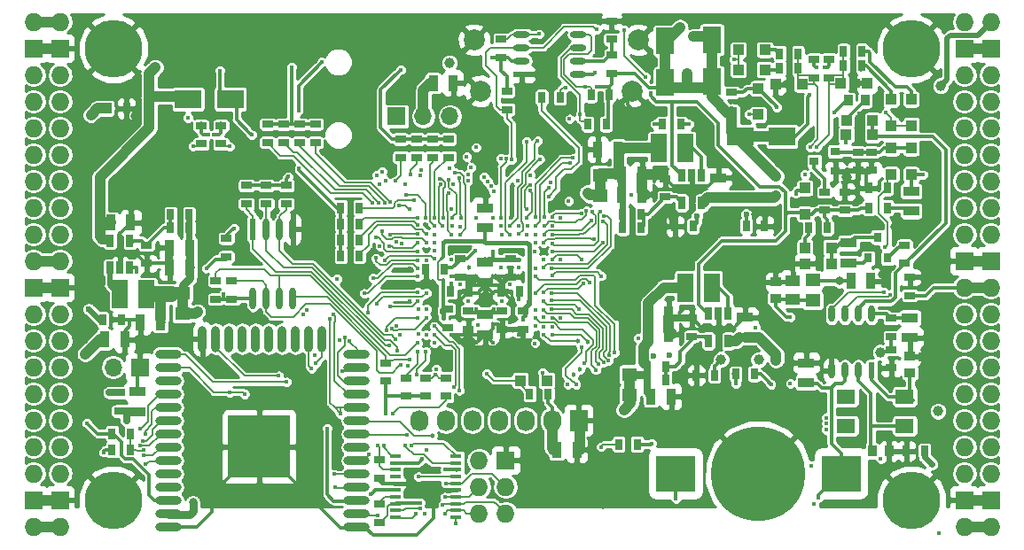
<source format=gbl>
G04 #@! TF.GenerationSoftware,KiCad,Pcbnew,5.0.0-rc3+dfsg1-2*
G04 #@! TF.CreationDate,2018-07-15T09:33:10+02:00*
G04 #@! TF.ProjectId,ulx3s,756C7833732E6B696361645F70636200,rev?*
G04 #@! TF.SameCoordinates,Original*
G04 #@! TF.FileFunction,Copper,L4,Bot,Signal*
G04 #@! TF.FilePolarity,Positive*
%FSLAX46Y46*%
G04 Gerber Fmt 4.6, Leading zero omitted, Abs format (unit mm)*
G04 Created by KiCad (PCBNEW 5.0.0-rc3+dfsg1-2) date Sun Jul 15 09:33:10 2018*
%MOMM*%
%LPD*%
G01*
G04 APERTURE LIST*
G04 #@! TA.AperFunction,EtchedComponent*
%ADD10C,1.000000*%
G04 #@! TD*
G04 #@! TA.AperFunction,ComponentPad*
%ADD11C,2.000000*%
G04 #@! TD*
G04 #@! TA.AperFunction,SMDPad,CuDef*
%ADD12O,2.500000X0.900000*%
G04 #@! TD*
G04 #@! TA.AperFunction,SMDPad,CuDef*
%ADD13O,0.900000X2.500000*%
G04 #@! TD*
G04 #@! TA.AperFunction,SMDPad,CuDef*
%ADD14R,6.000000X6.000000*%
G04 #@! TD*
G04 #@! TA.AperFunction,SMDPad,CuDef*
%ADD15R,0.670000X1.000000*%
G04 #@! TD*
G04 #@! TA.AperFunction,SMDPad,CuDef*
%ADD16R,1.400000X1.295000*%
G04 #@! TD*
G04 #@! TA.AperFunction,SMDPad,CuDef*
%ADD17R,2.500000X1.800000*%
G04 #@! TD*
G04 #@! TA.AperFunction,SMDPad,CuDef*
%ADD18R,1.800000X2.500000*%
G04 #@! TD*
G04 #@! TA.AperFunction,SMDPad,CuDef*
%ADD19R,3.700000X3.500000*%
G04 #@! TD*
G04 #@! TA.AperFunction,BGAPad,CuDef*
%ADD20C,9.000000*%
G04 #@! TD*
G04 #@! TA.AperFunction,SMDPad,CuDef*
%ADD21R,1.550000X0.600000*%
G04 #@! TD*
G04 #@! TA.AperFunction,SMDPad,CuDef*
%ADD22O,1.550000X0.600000*%
G04 #@! TD*
G04 #@! TA.AperFunction,SMDPad,CuDef*
%ADD23R,0.600000X2.100000*%
G04 #@! TD*
G04 #@! TA.AperFunction,SMDPad,CuDef*
%ADD24O,0.600000X2.100000*%
G04 #@! TD*
G04 #@! TA.AperFunction,SMDPad,CuDef*
%ADD25R,0.600000X1.550000*%
G04 #@! TD*
G04 #@! TA.AperFunction,SMDPad,CuDef*
%ADD26O,0.600000X1.550000*%
G04 #@! TD*
G04 #@! TA.AperFunction,SMDPad,CuDef*
%ADD27R,1.000000X0.400000*%
G04 #@! TD*
G04 #@! TA.AperFunction,SMDPad,CuDef*
%ADD28R,0.700000X1.200000*%
G04 #@! TD*
G04 #@! TA.AperFunction,ComponentPad*
%ADD29O,1.727200X1.727200*%
G04 #@! TD*
G04 #@! TA.AperFunction,ComponentPad*
%ADD30R,1.727200X1.727200*%
G04 #@! TD*
G04 #@! TA.AperFunction,ComponentPad*
%ADD31C,5.500000*%
G04 #@! TD*
G04 #@! TA.AperFunction,ComponentPad*
%ADD32R,1.727200X2.032000*%
G04 #@! TD*
G04 #@! TA.AperFunction,ComponentPad*
%ADD33O,1.727200X2.032000*%
G04 #@! TD*
G04 #@! TA.AperFunction,SMDPad,CuDef*
%ADD34R,1.800000X1.400000*%
G04 #@! TD*
G04 #@! TA.AperFunction,SMDPad,CuDef*
%ADD35R,0.970000X1.500000*%
G04 #@! TD*
G04 #@! TA.AperFunction,SMDPad,CuDef*
%ADD36R,1.500000X0.970000*%
G04 #@! TD*
G04 #@! TA.AperFunction,SMDPad,CuDef*
%ADD37R,1.000000X0.670000*%
G04 #@! TD*
G04 #@! TA.AperFunction,SMDPad,CuDef*
%ADD38R,1.000000X1.000000*%
G04 #@! TD*
G04 #@! TA.AperFunction,BGAPad,CuDef*
%ADD39C,0.300000*%
G04 #@! TD*
G04 #@! TA.AperFunction,ComponentPad*
%ADD40R,1.700000X1.700000*%
G04 #@! TD*
G04 #@! TA.AperFunction,ComponentPad*
%ADD41O,1.700000X1.700000*%
G04 #@! TD*
G04 #@! TA.AperFunction,SMDPad,CuDef*
%ADD42R,1.500000X2.700000*%
G04 #@! TD*
G04 #@! TA.AperFunction,SMDPad,CuDef*
%ADD43R,0.800000X0.900000*%
G04 #@! TD*
G04 #@! TA.AperFunction,SMDPad,CuDef*
%ADD44R,0.900000X0.800000*%
G04 #@! TD*
G04 #@! TA.AperFunction,SMDPad,CuDef*
%ADD45R,0.820000X1.000000*%
G04 #@! TD*
G04 #@! TA.AperFunction,SMDPad,CuDef*
%ADD46R,1.000000X0.820000*%
G04 #@! TD*
G04 #@! TA.AperFunction,SMDPad,CuDef*
%ADD47R,1.400000X1.120000*%
G04 #@! TD*
G04 #@! TA.AperFunction,ViaPad*
%ADD48C,0.400000*%
G04 #@! TD*
G04 #@! TA.AperFunction,ViaPad*
%ADD49C,2.000000*%
G04 #@! TD*
G04 #@! TA.AperFunction,ViaPad*
%ADD50C,0.454000*%
G04 #@! TD*
G04 #@! TA.AperFunction,ViaPad*
%ADD51C,0.600000*%
G04 #@! TD*
G04 #@! TA.AperFunction,ViaPad*
%ADD52C,1.000000*%
G04 #@! TD*
G04 #@! TA.AperFunction,ViaPad*
%ADD53C,0.800000*%
G04 #@! TD*
G04 #@! TA.AperFunction,ViaPad*
%ADD54C,0.700000*%
G04 #@! TD*
G04 #@! TA.AperFunction,Conductor*
%ADD55C,0.300000*%
G04 #@! TD*
G04 #@! TA.AperFunction,Conductor*
%ADD56C,0.500000*%
G04 #@! TD*
G04 #@! TA.AperFunction,Conductor*
%ADD57C,1.000000*%
G04 #@! TD*
G04 #@! TA.AperFunction,Conductor*
%ADD58C,0.700000*%
G04 #@! TD*
G04 #@! TA.AperFunction,Conductor*
%ADD59C,0.400000*%
G04 #@! TD*
G04 #@! TA.AperFunction,Conductor*
%ADD60C,0.800000*%
G04 #@! TD*
G04 #@! TA.AperFunction,Conductor*
%ADD61C,0.600000*%
G04 #@! TD*
G04 #@! TA.AperFunction,Conductor*
%ADD62C,0.190000*%
G04 #@! TD*
G04 #@! TA.AperFunction,Conductor*
%ADD63C,0.200000*%
G04 #@! TD*
G04 #@! TA.AperFunction,Conductor*
%ADD64C,1.500000*%
G04 #@! TD*
G04 #@! TA.AperFunction,Conductor*
%ADD65C,0.127000*%
G04 #@! TD*
G04 #@! TA.AperFunction,Conductor*
%ADD66C,0.180000*%
G04 #@! TD*
G04 #@! TA.AperFunction,Conductor*
%ADD67C,0.254000*%
G04 #@! TD*
G04 APERTURE END LIST*
D10*
G04 #@! TO.C,RP3*
X149472000Y-77311000D02*
X149472000Y-79311000D01*
G04 #@! TO.C,RP2*
X109609000Y-88632000D02*
X109609000Y-90632000D01*
G04 #@! TO.C,RP1*
X152281000Y-96361000D02*
X152281000Y-98361000D01*
G04 #@! TO.C,RD9*
X166854000Y-73630000D02*
X162854000Y-73630000D01*
G04 #@! TO.C,RD52*
X160155000Y-64391000D02*
X160155000Y-68391000D01*
G04 #@! TO.C,RD51*
X155710000Y-68518000D02*
X155710000Y-64518000D01*
G04 #@! TD*
D11*
G04 #@! TO.P,GPDI1,0*
G04 #@! TO.N,GND*
X152546000Y-69312000D03*
X138046000Y-69312000D03*
X153146000Y-64412000D03*
X137446000Y-64412000D03*
G04 #@! TD*
D12*
G04 #@! TO.P,U9,38*
G04 #@! TO.N,GND*
X126230000Y-111000000D03*
G04 #@! TO.P,U9,37*
G04 #@! TO.N,JTAG_TDI*
X126230000Y-109730000D03*
G04 #@! TO.P,U9,36*
G04 #@! TO.N,PROG_DONE*
X126230000Y-108460000D03*
G04 #@! TO.P,U9,35*
G04 #@! TO.N,WIFI_TXD*
X126230000Y-107190000D03*
G04 #@! TO.P,U9,34*
G04 #@! TO.N,WIFI_RXD*
X126230000Y-105920000D03*
G04 #@! TO.P,U9,33*
G04 #@! TO.N,JTAG_TMS*
X126230000Y-104650000D03*
G04 #@! TO.P,U9,32*
G04 #@! TO.N,Net-(U9-Pad32)*
X126230000Y-103380000D03*
G04 #@! TO.P,U9,31*
G04 #@! TO.N,JTAG_TDO*
X126230000Y-102110000D03*
G04 #@! TO.P,U9,30*
G04 #@! TO.N,JTAG_TCK*
X126230000Y-100840000D03*
G04 #@! TO.P,U9,29*
G04 #@! TO.N,WIFI_GPIO5*
X126230000Y-99570000D03*
G04 #@! TO.P,U9,28*
G04 #@! TO.N,WIFI_GPIO17*
X126230000Y-98300000D03*
G04 #@! TO.P,U9,27*
G04 #@! TO.N,WIFI_GPIO16*
X126230000Y-97030000D03*
G04 #@! TO.P,U9,26*
G04 #@! TO.N,SD_D1*
X126230000Y-95760000D03*
G04 #@! TO.P,U9,25*
G04 #@! TO.N,WIFI_GPIO0*
X126230000Y-94490000D03*
D13*
G04 #@! TO.P,U9,24*
G04 #@! TO.N,SD_D0*
X122945000Y-93000000D03*
G04 #@! TO.P,U9,23*
G04 #@! TO.N,SD_CMD*
X121675000Y-93000000D03*
G04 #@! TO.P,U9,22*
G04 #@! TO.N,Net-(U9-Pad22)*
X120405000Y-93000000D03*
G04 #@! TO.P,U9,21*
G04 #@! TO.N,Net-(U9-Pad21)*
X119135000Y-93000000D03*
G04 #@! TO.P,U9,20*
G04 #@! TO.N,Net-(U9-Pad20)*
X117865000Y-93000000D03*
G04 #@! TO.P,U9,19*
G04 #@! TO.N,Net-(U9-Pad19)*
X116595000Y-93000000D03*
G04 #@! TO.P,U9,18*
G04 #@! TO.N,Net-(U9-Pad18)*
X115325000Y-93000000D03*
G04 #@! TO.P,U9,17*
G04 #@! TO.N,Net-(U9-Pad17)*
X114055000Y-93000000D03*
G04 #@! TO.P,U9,16*
G04 #@! TO.N,SD_D3*
X112785000Y-93000000D03*
G04 #@! TO.P,U9,15*
G04 #@! TO.N,GND*
X111515000Y-93000000D03*
D12*
G04 #@! TO.P,U9,14*
G04 #@! TO.N,SD_D2*
X108230000Y-94490000D03*
G04 #@! TO.P,U9,13*
G04 #@! TO.N,SD_CLK*
X108230000Y-95760000D03*
G04 #@! TO.P,U9,12*
G04 #@! TO.N,Net-(U9-Pad12)*
X108230000Y-97030000D03*
G04 #@! TO.P,U9,11*
G04 #@! TO.N,GN11*
X108230000Y-98300000D03*
G04 #@! TO.P,U9,10*
G04 #@! TO.N,GP11*
X108230000Y-99570000D03*
G04 #@! TO.P,U9,9*
G04 #@! TO.N,GN12*
X108230000Y-100840000D03*
G04 #@! TO.P,U9,8*
G04 #@! TO.N,GP12*
X108230000Y-102110000D03*
G04 #@! TO.P,U9,7*
G04 #@! TO.N,GN13*
X108230000Y-103380000D03*
G04 #@! TO.P,U9,6*
G04 #@! TO.N,GP13*
X108230000Y-104650000D03*
G04 #@! TO.P,U9,5*
G04 #@! TO.N,Net-(U9-Pad5)*
X108230000Y-105920000D03*
G04 #@! TO.P,U9,4*
G04 #@! TO.N,Net-(U9-Pad4)*
X108230000Y-107190000D03*
G04 #@! TO.P,U9,3*
G04 #@! TO.N,/wifi/WIFIEN*
X108230000Y-108460000D03*
G04 #@! TO.P,U9,2*
G04 #@! TO.N,+3V3*
X108230000Y-109730000D03*
G04 #@! TO.P,U9,1*
G04 #@! TO.N,GND*
X108230000Y-111000000D03*
D14*
G04 #@! TO.P,U9,39*
X116930000Y-103300000D03*
G04 #@! TD*
D15*
G04 #@! TO.P,C49,2*
G04 #@! TO.N,GND*
X103738000Y-91156000D03*
G04 #@! TO.P,C49,1*
G04 #@! TO.N,2V5_3V3*
X101988000Y-91156000D03*
G04 #@! TD*
D16*
G04 #@! TO.P,RP3,2*
G04 #@! TO.N,+3V3*
X149472000Y-79278500D03*
G04 #@! TO.P,RP3,1*
G04 #@! TO.N,/power/P3V3*
X149472000Y-77343500D03*
G04 #@! TD*
G04 #@! TO.P,RP2,2*
G04 #@! TO.N,+2V5*
X109609000Y-90599500D03*
G04 #@! TO.P,RP2,1*
G04 #@! TO.N,/power/P2V5*
X109609000Y-88664500D03*
G04 #@! TD*
G04 #@! TO.P,RP1,2*
G04 #@! TO.N,+1V1*
X152281000Y-98328500D03*
G04 #@! TO.P,RP1,1*
G04 #@! TO.N,/power/P1V1*
X152281000Y-96393500D03*
G04 #@! TD*
D17*
G04 #@! TO.P,RD9,2*
G04 #@! TO.N,+5V*
X162854000Y-73630000D03*
G04 #@! TO.P,RD9,1*
G04 #@! TO.N,/usb/US2VBUS*
X166854000Y-73630000D03*
G04 #@! TD*
D18*
G04 #@! TO.P,RD52,2*
G04 #@! TO.N,+5V*
X160155000Y-68391000D03*
G04 #@! TO.P,RD52,1*
G04 #@! TO.N,/gpio/OUT5V*
X160155000Y-64391000D03*
G04 #@! TD*
G04 #@! TO.P,RD51,2*
G04 #@! TO.N,/gpio/IN5V*
X155710000Y-64518000D03*
G04 #@! TO.P,RD51,1*
G04 #@! TO.N,+5V*
X155710000Y-68518000D03*
G04 #@! TD*
D19*
G04 #@! TO.P,BAT1,1*
G04 #@! TO.N,/power/VBAT*
X172485000Y-105870000D03*
X156685000Y-105870000D03*
D20*
G04 #@! TO.P,BAT1,2*
G04 #@! TO.N,GND*
X164585000Y-105870000D03*
G04 #@! TD*
D21*
G04 #@! TO.P,U11,1*
G04 #@! TO.N,GND*
X141980000Y-67706500D03*
D22*
G04 #@! TO.P,U11,2*
G04 #@! TO.N,+2V5*
X141980000Y-66436500D03*
G04 #@! TO.P,U11,3*
G04 #@! TO.N,FPDI_SCL*
X141980000Y-65166500D03*
G04 #@! TO.P,U11,4*
G04 #@! TO.N,FPDI_SDA*
X141980000Y-63896500D03*
G04 #@! TO.P,U11,5*
G04 #@! TO.N,GPDI_SDA*
X147380000Y-63896500D03*
G04 #@! TO.P,U11,6*
G04 #@! TO.N,GPDI_SCL*
X147380000Y-65166500D03*
G04 #@! TO.P,U11,7*
G04 #@! TO.N,/gpdi/VREF2*
X147380000Y-66436500D03*
G04 #@! TO.P,U11,8*
G04 #@! TO.N,+3V3*
X147380000Y-67706500D03*
G04 #@! TD*
D23*
G04 #@! TO.P,U10,1*
G04 #@! TO.N,/flash/FLASH_nCS*
X116340000Y-82520000D03*
D24*
G04 #@! TO.P,U10,2*
G04 #@! TO.N,/flash/FLASH_MISO*
X117610000Y-82520000D03*
G04 #@! TO.P,U10,3*
G04 #@! TO.N,/flash/FLASH_nWP*
X118880000Y-82520000D03*
G04 #@! TO.P,U10,4*
G04 #@! TO.N,GND*
X120150000Y-82520000D03*
G04 #@! TO.P,U10,5*
G04 #@! TO.N,/flash/FLASH_MOSI*
X120150000Y-89124000D03*
G04 #@! TO.P,U10,6*
G04 #@! TO.N,/flash/FLASH_SCK*
X118880000Y-89124000D03*
G04 #@! TO.P,U10,7*
G04 #@! TO.N,/flash/FLASH_nHOLD*
X117610000Y-89124000D03*
G04 #@! TO.P,U10,8*
G04 #@! TO.N,+3V3*
X116340000Y-89124000D03*
G04 #@! TD*
D25*
G04 #@! TO.P,U7,1*
G04 #@! TO.N,/power/OSCI_32k*
X175395000Y-96015000D03*
D26*
G04 #@! TO.P,U7,2*
G04 #@! TO.N,/power/OSCO_32k*
X174125000Y-96015000D03*
G04 #@! TO.P,U7,3*
G04 #@! TO.N,/power/VBAT*
X172855000Y-96015000D03*
G04 #@! TO.P,U7,4*
G04 #@! TO.N,GND*
X171585000Y-96015000D03*
G04 #@! TO.P,U7,5*
G04 #@! TO.N,FPDI_SDA*
X171585000Y-90615000D03*
G04 #@! TO.P,U7,6*
G04 #@! TO.N,FPDI_SCL*
X172855000Y-90615000D03*
G04 #@! TO.P,U7,7*
G04 #@! TO.N,/power/WAKEUPn*
X174125000Y-90615000D03*
G04 #@! TO.P,U7,8*
G04 #@! TO.N,/power/RTCVDD*
X175395000Y-90615000D03*
G04 #@! TD*
D27*
G04 #@! TO.P,U6,20*
G04 #@! TO.N,FTDI_TXD*
X129935000Y-104215000D03*
G04 #@! TO.P,U6,19*
G04 #@! TO.N,FTDI_nSLEEP*
X129935000Y-104865000D03*
G04 #@! TO.P,U6,18*
G04 #@! TO.N,FTDI_TXDEN*
X129935000Y-105515000D03*
G04 #@! TO.P,U6,17*
G04 #@! TO.N,FTDI_nRXLED*
X129935000Y-106165000D03*
G04 #@! TO.P,U6,16*
G04 #@! TO.N,GND*
X129935000Y-106815000D03*
G04 #@! TO.P,U6,15*
G04 #@! TO.N,USB5V*
X129935000Y-107465000D03*
G04 #@! TO.P,U6,14*
G04 #@! TO.N,nRESET*
X129935000Y-108115000D03*
G04 #@! TO.P,U6,13*
G04 #@! TO.N,FT2V5*
X129935000Y-108765000D03*
G04 #@! TO.P,U6,12*
G04 #@! TO.N,USB_FTDI_D-*
X129935000Y-109415000D03*
G04 #@! TO.P,U6,11*
G04 #@! TO.N,USB_FTDI_D+*
X129935000Y-110065000D03*
G04 #@! TO.P,U6,10*
G04 #@! TO.N,FTDI_nTXLED*
X135735000Y-110065000D03*
G04 #@! TO.P,U6,9*
G04 #@! TO.N,JTAG_TDO*
X135735000Y-109415000D03*
G04 #@! TO.P,U6,8*
G04 #@! TO.N,JTAG_TMS*
X135735000Y-108765000D03*
G04 #@! TO.P,U6,7*
G04 #@! TO.N,JTAG_TCK*
X135735000Y-108115000D03*
G04 #@! TO.P,U6,6*
G04 #@! TO.N,GND*
X135735000Y-107465000D03*
G04 #@! TO.P,U6,5*
G04 #@! TO.N,JTAG_TDI*
X135735000Y-106815000D03*
G04 #@! TO.P,U6,4*
G04 #@! TO.N,FTDI_RXD*
X135735000Y-106165000D03*
G04 #@! TO.P,U6,3*
G04 #@! TO.N,FT2V5*
X135735000Y-105515000D03*
G04 #@! TO.P,U6,2*
G04 #@! TO.N,FTDI_nRTS*
X135735000Y-104865000D03*
G04 #@! TO.P,U6,1*
G04 #@! TO.N,FTDI_nDTR*
X135735000Y-104215000D03*
G04 #@! TD*
D28*
G04 #@! TO.P,U5,1*
G04 #@! TO.N,/power/PWREN*
X157285000Y-77392000D03*
G04 #@! TO.P,U5,2*
G04 #@! TO.N,GND*
X158235000Y-77392000D03*
G04 #@! TO.P,U5,3*
G04 #@! TO.N,/power/L3*
X159185000Y-77392000D03*
G04 #@! TO.P,U5,4*
G04 #@! TO.N,+5V*
X159185000Y-79992000D03*
G04 #@! TO.P,U5,5*
G04 #@! TO.N,/power/FB3*
X157285000Y-79992000D03*
G04 #@! TD*
G04 #@! TO.P,U3,1*
G04 #@! TO.N,/power/PWREN*
X159825000Y-90600000D03*
G04 #@! TO.P,U3,2*
G04 #@! TO.N,GND*
X160775000Y-90600000D03*
G04 #@! TO.P,U3,3*
G04 #@! TO.N,/power/L1*
X161725000Y-90600000D03*
G04 #@! TO.P,U3,4*
G04 #@! TO.N,+5V*
X161725000Y-93200000D03*
G04 #@! TO.P,U3,5*
G04 #@! TO.N,/power/FB1*
X159825000Y-93200000D03*
G04 #@! TD*
G04 #@! TO.P,U4,1*
G04 #@! TO.N,/power/PWREN*
X104575000Y-86215000D03*
G04 #@! TO.P,U4,2*
G04 #@! TO.N,GND*
X103625000Y-86215000D03*
G04 #@! TO.P,U4,3*
G04 #@! TO.N,/power/L2*
X102675000Y-86215000D03*
G04 #@! TO.P,U4,4*
G04 #@! TO.N,+5V*
X102675000Y-83615000D03*
G04 #@! TO.P,U4,5*
G04 #@! TO.N,/power/FB2*
X104575000Y-83615000D03*
G04 #@! TD*
D29*
G04 #@! TO.P,J1,1*
G04 #@! TO.N,2V5_3V3*
X97910000Y-62690000D03*
G04 #@! TO.P,J1,2*
X95370000Y-62690000D03*
D30*
G04 #@! TO.P,J1,3*
G04 #@! TO.N,GND*
X97910000Y-65230000D03*
G04 #@! TO.P,J1,4*
X95370000Y-65230000D03*
D29*
G04 #@! TO.P,J1,5*
G04 #@! TO.N,GN0*
X97910000Y-67770000D03*
G04 #@! TO.P,J1,6*
G04 #@! TO.N,GP0*
X95370000Y-67770000D03*
G04 #@! TO.P,J1,7*
G04 #@! TO.N,GN1*
X97910000Y-70310000D03*
G04 #@! TO.P,J1,8*
G04 #@! TO.N,GP1*
X95370000Y-70310000D03*
G04 #@! TO.P,J1,9*
G04 #@! TO.N,GN2*
X97910000Y-72850000D03*
G04 #@! TO.P,J1,10*
G04 #@! TO.N,GP2*
X95370000Y-72850000D03*
G04 #@! TO.P,J1,11*
G04 #@! TO.N,GN3*
X97910000Y-75390000D03*
G04 #@! TO.P,J1,12*
G04 #@! TO.N,GP3*
X95370000Y-75390000D03*
G04 #@! TO.P,J1,13*
G04 #@! TO.N,GN4*
X97910000Y-77930000D03*
G04 #@! TO.P,J1,14*
G04 #@! TO.N,GP4*
X95370000Y-77930000D03*
G04 #@! TO.P,J1,15*
G04 #@! TO.N,GN5*
X97910000Y-80470000D03*
G04 #@! TO.P,J1,16*
G04 #@! TO.N,GP5*
X95370000Y-80470000D03*
G04 #@! TO.P,J1,17*
G04 #@! TO.N,GN6*
X97910000Y-83010000D03*
G04 #@! TO.P,J1,18*
G04 #@! TO.N,GP6*
X95370000Y-83010000D03*
G04 #@! TO.P,J1,19*
G04 #@! TO.N,2V5_3V3*
X97910000Y-85550000D03*
G04 #@! TO.P,J1,20*
X95370000Y-85550000D03*
D30*
G04 #@! TO.P,J1,21*
G04 #@! TO.N,GND*
X97910000Y-88090000D03*
G04 #@! TO.P,J1,22*
X95370000Y-88090000D03*
D29*
G04 #@! TO.P,J1,23*
G04 #@! TO.N,GN7*
X97910000Y-90630000D03*
G04 #@! TO.P,J1,24*
G04 #@! TO.N,GP7*
X95370000Y-90630000D03*
G04 #@! TO.P,J1,25*
G04 #@! TO.N,GN8*
X97910000Y-93170000D03*
G04 #@! TO.P,J1,26*
G04 #@! TO.N,GP8*
X95370000Y-93170000D03*
G04 #@! TO.P,J1,27*
G04 #@! TO.N,GN9*
X97910000Y-95710000D03*
G04 #@! TO.P,J1,28*
G04 #@! TO.N,GP9*
X95370000Y-95710000D03*
G04 #@! TO.P,J1,29*
G04 #@! TO.N,GN10*
X97910000Y-98250000D03*
G04 #@! TO.P,J1,30*
G04 #@! TO.N,GP10*
X95370000Y-98250000D03*
G04 #@! TO.P,J1,31*
G04 #@! TO.N,GN11*
X97910000Y-100790000D03*
G04 #@! TO.P,J1,32*
G04 #@! TO.N,GP11*
X95370000Y-100790000D03*
G04 #@! TO.P,J1,33*
G04 #@! TO.N,GN12*
X97910000Y-103330000D03*
G04 #@! TO.P,J1,34*
G04 #@! TO.N,GP12*
X95370000Y-103330000D03*
G04 #@! TO.P,J1,35*
G04 #@! TO.N,GN13*
X97910000Y-105870000D03*
G04 #@! TO.P,J1,36*
G04 #@! TO.N,GP13*
X95370000Y-105870000D03*
D30*
G04 #@! TO.P,J1,37*
G04 #@! TO.N,GND*
X97910000Y-108410000D03*
G04 #@! TO.P,J1,38*
X95370000Y-108410000D03*
D29*
G04 #@! TO.P,J1,39*
G04 #@! TO.N,2V5_3V3*
X97910000Y-110950000D03*
G04 #@! TO.P,J1,40*
X95370000Y-110950000D03*
G04 #@! TD*
G04 #@! TO.P,J2,1*
G04 #@! TO.N,+3V3*
X184270000Y-110950000D03*
G04 #@! TO.P,J2,2*
X186810000Y-110950000D03*
D30*
G04 #@! TO.P,J2,3*
G04 #@! TO.N,GND*
X184270000Y-108410000D03*
G04 #@! TO.P,J2,4*
X186810000Y-108410000D03*
D29*
G04 #@! TO.P,J2,5*
G04 #@! TO.N,GN14*
X184270000Y-105870000D03*
G04 #@! TO.P,J2,6*
G04 #@! TO.N,GP14*
X186810000Y-105870000D03*
G04 #@! TO.P,J2,7*
G04 #@! TO.N,GN15*
X184270000Y-103330000D03*
G04 #@! TO.P,J2,8*
G04 #@! TO.N,GP15*
X186810000Y-103330000D03*
G04 #@! TO.P,J2,9*
G04 #@! TO.N,GN16*
X184270000Y-100790000D03*
G04 #@! TO.P,J2,10*
G04 #@! TO.N,GP16*
X186810000Y-100790000D03*
G04 #@! TO.P,J2,11*
G04 #@! TO.N,GN17*
X184270000Y-98250000D03*
G04 #@! TO.P,J2,12*
G04 #@! TO.N,GP17*
X186810000Y-98250000D03*
G04 #@! TO.P,J2,13*
G04 #@! TO.N,GN18*
X184270000Y-95710000D03*
G04 #@! TO.P,J2,14*
G04 #@! TO.N,GP18*
X186810000Y-95710000D03*
G04 #@! TO.P,J2,15*
G04 #@! TO.N,GN19*
X184270000Y-93170000D03*
G04 #@! TO.P,J2,16*
G04 #@! TO.N,GP19*
X186810000Y-93170000D03*
G04 #@! TO.P,J2,17*
G04 #@! TO.N,GN20*
X184270000Y-90630000D03*
G04 #@! TO.P,J2,18*
G04 #@! TO.N,GP20*
X186810000Y-90630000D03*
G04 #@! TO.P,J2,19*
G04 #@! TO.N,+3V3*
X184270000Y-88090000D03*
G04 #@! TO.P,J2,20*
X186810000Y-88090000D03*
D30*
G04 #@! TO.P,J2,21*
G04 #@! TO.N,GND*
X184270000Y-85550000D03*
G04 #@! TO.P,J2,22*
X186810000Y-85550000D03*
D29*
G04 #@! TO.P,J2,23*
G04 #@! TO.N,GN21*
X184270000Y-83010000D03*
G04 #@! TO.P,J2,24*
G04 #@! TO.N,GP21*
X186810000Y-83010000D03*
G04 #@! TO.P,J2,25*
G04 #@! TO.N,GN22*
X184270000Y-80470000D03*
G04 #@! TO.P,J2,26*
G04 #@! TO.N,GP22*
X186810000Y-80470000D03*
G04 #@! TO.P,J2,27*
G04 #@! TO.N,GN23*
X184270000Y-77930000D03*
G04 #@! TO.P,J2,28*
G04 #@! TO.N,GP23*
X186810000Y-77930000D03*
G04 #@! TO.P,J2,29*
G04 #@! TO.N,GN24*
X184270000Y-75390000D03*
G04 #@! TO.P,J2,30*
G04 #@! TO.N,GP24*
X186810000Y-75390000D03*
G04 #@! TO.P,J2,31*
G04 #@! TO.N,GN25*
X184270000Y-72850000D03*
G04 #@! TO.P,J2,32*
G04 #@! TO.N,GP25*
X186810000Y-72850000D03*
G04 #@! TO.P,J2,33*
G04 #@! TO.N,GN26*
X184270000Y-70310000D03*
G04 #@! TO.P,J2,34*
G04 #@! TO.N,GP26*
X186810000Y-70310000D03*
G04 #@! TO.P,J2,35*
G04 #@! TO.N,GN27*
X184270000Y-67770000D03*
G04 #@! TO.P,J2,36*
G04 #@! TO.N,GP27*
X186810000Y-67770000D03*
D30*
G04 #@! TO.P,J2,37*
G04 #@! TO.N,GND*
X184270000Y-65230000D03*
G04 #@! TO.P,J2,38*
X186810000Y-65230000D03*
D29*
G04 #@! TO.P,J2,39*
G04 #@! TO.N,/gpio/IN5V*
X184270000Y-62690000D03*
G04 #@! TO.P,J2,40*
G04 #@! TO.N,/gpio/OUT5V*
X186810000Y-62690000D03*
G04 #@! TD*
D31*
G04 #@! TO.P,H1,1*
G04 #@! TO.N,GND*
X102990000Y-108410000D03*
G04 #@! TD*
G04 #@! TO.P,H2,1*
G04 #@! TO.N,GND*
X179190000Y-108410000D03*
G04 #@! TD*
G04 #@! TO.P,H3,1*
G04 #@! TO.N,GND*
X179190000Y-65230000D03*
G04 #@! TD*
G04 #@! TO.P,H4,1*
G04 #@! TO.N,GND*
X102990000Y-65230000D03*
G04 #@! TD*
D30*
G04 #@! TO.P,J4,1*
G04 #@! TO.N,GND*
X140455000Y-104600000D03*
D29*
G04 #@! TO.P,J4,2*
G04 #@! TO.N,+3V3*
X137915000Y-104600000D03*
G04 #@! TO.P,J4,3*
G04 #@! TO.N,JTAG_TDI*
X140455000Y-107140000D03*
G04 #@! TO.P,J4,4*
G04 #@! TO.N,JTAG_TCK*
X137915000Y-107140000D03*
G04 #@! TO.P,J4,5*
G04 #@! TO.N,JTAG_TMS*
X140455000Y-109680000D03*
G04 #@! TO.P,J4,6*
G04 #@! TO.N,JTAG_TDO*
X137915000Y-109680000D03*
G04 #@! TD*
D32*
G04 #@! TO.P,OLED1,1*
G04 #@! TO.N,GND*
X147440000Y-100790000D03*
D33*
G04 #@! TO.P,OLED1,2*
G04 #@! TO.N,+3V3*
X144900000Y-100790000D03*
G04 #@! TO.P,OLED1,3*
G04 #@! TO.N,OLED_CLK*
X142360000Y-100790000D03*
G04 #@! TO.P,OLED1,4*
G04 #@! TO.N,OLED_MOSI*
X139820000Y-100790000D03*
G04 #@! TO.P,OLED1,5*
G04 #@! TO.N,OLED_RES*
X137280000Y-100790000D03*
G04 #@! TO.P,OLED1,6*
G04 #@! TO.N,OLED_DC*
X134740000Y-100790000D03*
G04 #@! TO.P,OLED1,7*
G04 #@! TO.N,OLED_CS*
X132200000Y-100790000D03*
G04 #@! TD*
D34*
G04 #@! TO.P,Y2,4*
G04 #@! TO.N,/power/OSCI_32k*
X178576000Y-98522000D03*
G04 #@! TO.P,Y2,3*
G04 #@! TO.N,Net-(Y2-Pad3)*
X172976000Y-98522000D03*
G04 #@! TO.P,Y2,2*
G04 #@! TO.N,Net-(Y2-Pad2)*
X172976000Y-101322000D03*
G04 #@! TO.P,Y2,1*
G04 #@! TO.N,/power/OSCO_32k*
X178576000Y-101322000D03*
G04 #@! TD*
D35*
G04 #@! TO.P,C47,1*
G04 #@! TO.N,2V5_3V3*
X133546000Y-68550000D03*
G04 #@! TO.P,C47,2*
G04 #@! TO.N,GND*
X135456000Y-68550000D03*
G04 #@! TD*
G04 #@! TO.P,C1,1*
G04 #@! TO.N,+5V*
X102748500Y-81885000D03*
G04 #@! TO.P,C1,2*
G04 #@! TO.N,GND*
X104658500Y-81885000D03*
G04 #@! TD*
D15*
G04 #@! TO.P,C2,1*
G04 #@! TO.N,/power/P1V1*
X153985000Y-96910000D03*
G04 #@! TO.P,C2,2*
G04 #@! TO.N,/power/FB1*
X155735000Y-96910000D03*
G04 #@! TD*
D35*
G04 #@! TO.P,C3,2*
G04 #@! TO.N,GND*
X156015000Y-90630000D03*
G04 #@! TO.P,C3,1*
G04 #@! TO.N,/power/P1V1*
X154105000Y-90630000D03*
G04 #@! TD*
G04 #@! TO.P,C4,1*
G04 #@! TO.N,/power/P1V1*
X154105000Y-92535000D03*
G04 #@! TO.P,C4,2*
G04 #@! TO.N,GND*
X156015000Y-92535000D03*
G04 #@! TD*
D36*
G04 #@! TO.P,C5,2*
G04 #@! TO.N,GND*
X163315000Y-90945000D03*
G04 #@! TO.P,C5,1*
G04 #@! TO.N,+5V*
X163315000Y-92855000D03*
G04 #@! TD*
D15*
G04 #@! TO.P,C6,1*
G04 #@! TO.N,/power/P3V3*
X151645000Y-82375000D03*
G04 #@! TO.P,C6,2*
G04 #@! TO.N,/power/FB3*
X153395000Y-82375000D03*
G04 #@! TD*
D35*
G04 #@! TO.P,C7,2*
G04 #@! TO.N,GND*
X153475000Y-79200000D03*
G04 #@! TO.P,C7,1*
G04 #@! TO.N,/power/P3V3*
X151565000Y-79200000D03*
G04 #@! TD*
G04 #@! TO.P,C8,2*
G04 #@! TO.N,GND*
X153475000Y-77295000D03*
G04 #@! TO.P,C8,1*
G04 #@! TO.N,/power/P3V3*
X151565000Y-77295000D03*
G04 #@! TD*
D36*
G04 #@! TO.P,C9,1*
G04 #@! TO.N,+5V*
X160775000Y-79520000D03*
G04 #@! TO.P,C9,2*
G04 #@! TO.N,GND*
X160775000Y-77610000D03*
G04 #@! TD*
D15*
G04 #@! TO.P,C10,2*
G04 #@! TO.N,/power/FB2*
X108465000Y-81105000D03*
G04 #@! TO.P,C10,1*
G04 #@! TO.N,/power/P2V5*
X110215000Y-81105000D03*
G04 #@! TD*
D35*
G04 #@! TO.P,C11,2*
G04 #@! TO.N,GND*
X108385000Y-84280000D03*
G04 #@! TO.P,C11,1*
G04 #@! TO.N,/power/P2V5*
X110295000Y-84280000D03*
G04 #@! TD*
G04 #@! TO.P,C12,1*
G04 #@! TO.N,/power/P2V5*
X110295000Y-86185000D03*
G04 #@! TO.P,C12,2*
G04 #@! TO.N,GND*
X108385000Y-86185000D03*
G04 #@! TD*
D36*
G04 #@! TO.P,C13,2*
G04 #@! TO.N,/power/WKUP*
X173221000Y-83833000D03*
G04 #@! TO.P,C13,1*
G04 #@! TO.N,+5V*
X173221000Y-85743000D03*
G04 #@! TD*
D37*
G04 #@! TO.P,C14,2*
G04 #@! TO.N,GND*
X175380000Y-76900000D03*
G04 #@! TO.P,C14,1*
G04 #@! TO.N,/power/SHUT*
X175380000Y-75150000D03*
G04 #@! TD*
D36*
G04 #@! TO.P,C15,1*
G04 #@! TO.N,/sdcard/SD3V3*
X105276000Y-99967000D03*
G04 #@! TO.P,C15,2*
G04 #@! TO.N,GND*
X105276000Y-98057000D03*
G04 #@! TD*
D35*
G04 #@! TO.P,C16,1*
G04 #@! TO.N,+3V3*
X173424000Y-87473000D03*
G04 #@! TO.P,C16,2*
G04 #@! TO.N,GND*
X175334000Y-87473000D03*
G04 #@! TD*
D36*
G04 #@! TO.P,C17,1*
G04 #@! TO.N,+1V1*
X138500000Y-90665000D03*
G04 #@! TO.P,C17,2*
G04 #@! TO.N,GND*
X138500000Y-92575000D03*
G04 #@! TD*
D37*
G04 #@! TO.P,C18,1*
G04 #@! TO.N,/gpdi/VREF2*
X150589600Y-64359000D03*
G04 #@! TO.P,C18,2*
G04 #@! TO.N,GND*
X150589600Y-62609000D03*
G04 #@! TD*
D36*
G04 #@! TO.P,C19,1*
G04 #@! TO.N,+2V5*
X138500000Y-82375000D03*
G04 #@! TO.P,C19,2*
G04 #@! TO.N,GND*
X138500000Y-80465000D03*
G04 #@! TD*
G04 #@! TO.P,C20,2*
G04 #@! TO.N,GND*
X138500000Y-87575000D03*
G04 #@! TO.P,C20,1*
G04 #@! TO.N,+3V3*
X138500000Y-85665000D03*
G04 #@! TD*
D35*
G04 #@! TO.P,C21,2*
G04 #@! TO.N,GND*
X104072000Y-93061000D03*
G04 #@! TO.P,C21,1*
G04 #@! TO.N,+3V3*
X102162000Y-93061000D03*
G04 #@! TD*
G04 #@! TO.P,C22,1*
G04 #@! TO.N,/power/P1V1*
X154359000Y-98504000D03*
G04 #@! TO.P,C22,2*
G04 #@! TO.N,GND*
X156269000Y-98504000D03*
G04 #@! TD*
G04 #@! TO.P,C23,2*
G04 #@! TO.N,GND*
X105591000Y-91392000D03*
G04 #@! TO.P,C23,1*
G04 #@! TO.N,/power/P2V5*
X107501000Y-91392000D03*
G04 #@! TD*
G04 #@! TO.P,C24,1*
G04 #@! TO.N,/power/P3V3*
X151189000Y-74882000D03*
G04 #@! TO.P,C24,2*
G04 #@! TO.N,GND*
X149279000Y-74882000D03*
G04 #@! TD*
D37*
G04 #@! TO.P,C25,2*
G04 #@! TO.N,GND*
X140900000Y-87095000D03*
G04 #@! TO.P,C25,1*
G04 #@! TO.N,+3V3*
X140900000Y-85345000D03*
G04 #@! TD*
G04 #@! TO.P,C26,2*
G04 #@! TO.N,GND*
X136100000Y-87095000D03*
G04 #@! TO.P,C26,1*
G04 #@! TO.N,2V5_3V3*
X136100000Y-85345000D03*
G04 #@! TD*
G04 #@! TO.P,C27,2*
G04 #@! TO.N,GND*
X136900000Y-92095000D03*
G04 #@! TO.P,C27,1*
G04 #@! TO.N,+1V1*
X136900000Y-90345000D03*
G04 #@! TD*
G04 #@! TO.P,C28,1*
G04 #@! TO.N,+1V1*
X140100000Y-90345000D03*
G04 #@! TO.P,C28,2*
G04 #@! TO.N,GND*
X140100000Y-92095000D03*
G04 #@! TD*
G04 #@! TO.P,C29,2*
G04 #@! TO.N,GND*
X142100000Y-92095000D03*
G04 #@! TO.P,C29,1*
G04 #@! TO.N,+2V5*
X142100000Y-90345000D03*
G04 #@! TD*
G04 #@! TO.P,C30,1*
G04 #@! TO.N,+2V5*
X134900000Y-90145000D03*
G04 #@! TO.P,C30,2*
G04 #@! TO.N,GND*
X134900000Y-91895000D03*
G04 #@! TD*
D15*
G04 #@! TO.P,C31,1*
G04 #@! TO.N,+3V3*
X135225000Y-88420000D03*
G04 #@! TO.P,C31,2*
G04 #@! TO.N,GND*
X136975000Y-88420000D03*
G04 #@! TD*
G04 #@! TO.P,C32,2*
G04 #@! TO.N,GND*
X140025000Y-88420000D03*
G04 #@! TO.P,C32,1*
G04 #@! TO.N,+3V3*
X141775000Y-88420000D03*
G04 #@! TD*
G04 #@! TO.P,C33,1*
G04 #@! TO.N,+3V3*
X163425000Y-82220000D03*
G04 #@! TO.P,C33,2*
G04 #@! TO.N,GND*
X165175000Y-82220000D03*
G04 #@! TD*
G04 #@! TO.P,C34,1*
G04 #@! TO.N,+3V3*
X158375000Y-82220000D03*
G04 #@! TO.P,C34,2*
G04 #@! TO.N,GND*
X156625000Y-82220000D03*
G04 #@! TD*
D37*
G04 #@! TO.P,C35,1*
G04 #@! TO.N,+3V3*
X177300000Y-94025000D03*
G04 #@! TO.P,C35,2*
G04 #@! TO.N,GND*
X177300000Y-95775000D03*
G04 #@! TD*
D35*
G04 #@! TO.P,C46,1*
G04 #@! TO.N,+3V3*
X145342000Y-103584000D03*
G04 #@! TO.P,C46,2*
G04 #@! TO.N,GND*
X147252000Y-103584000D03*
G04 #@! TD*
D15*
G04 #@! TO.P,C48,2*
G04 #@! TO.N,GND*
X104246000Y-70963000D03*
G04 #@! TO.P,C48,1*
G04 #@! TO.N,2V5_3V3*
X102496000Y-70963000D03*
G04 #@! TD*
D37*
G04 #@! TO.P,C50,1*
G04 #@! TO.N,+3V3*
X179063000Y-88856000D03*
G04 #@! TO.P,C50,2*
G04 #@! TO.N,GND*
X179063000Y-87106000D03*
G04 #@! TD*
D15*
G04 #@! TO.P,C51,1*
G04 #@! TO.N,+3V3*
X180473000Y-103711000D03*
G04 #@! TO.P,C51,2*
G04 #@! TO.N,GND*
X178723000Y-103711000D03*
G04 #@! TD*
G04 #@! TO.P,C52,2*
G04 #@! TO.N,GND*
X158645000Y-96490000D03*
G04 #@! TO.P,C52,1*
G04 #@! TO.N,+3V3*
X160395000Y-96490000D03*
G04 #@! TD*
G04 #@! TO.P,C53,2*
G04 #@! TO.N,GND*
X132827200Y-86330000D03*
G04 #@! TO.P,C53,1*
G04 #@! TO.N,2V5_3V3*
X134577200Y-86330000D03*
G04 #@! TD*
D36*
G04 #@! TO.P,C54,2*
G04 #@! TO.N,GND*
X169172000Y-95281000D03*
G04 #@! TO.P,C54,1*
G04 #@! TO.N,/power/VBAT*
X169172000Y-97191000D03*
G04 #@! TD*
G04 #@! TO.P,D11,1*
G04 #@! TO.N,/power/HOLD*
X179190000Y-80790000D03*
G04 #@! TO.P,D11,2*
G04 #@! TO.N,+3V3*
X179190000Y-78880000D03*
G04 #@! TD*
D38*
G04 #@! TO.P,D10,1*
G04 #@! TO.N,/power/WAKE*
X169050000Y-84280000D03*
G04 #@! TO.P,D10,2*
G04 #@! TO.N,/power/WKUP*
X171550000Y-84280000D03*
G04 #@! TD*
G04 #@! TO.P,D12,2*
G04 #@! TO.N,/power/FTDI_nSUSPEND*
X169030000Y-78585000D03*
G04 #@! TO.P,D12,1*
G04 #@! TO.N,/power/PWREN*
X169030000Y-81085000D03*
G04 #@! TD*
G04 #@! TO.P,D13,1*
G04 #@! TO.N,/power/WKUP*
X171550000Y-85804000D03*
G04 #@! TO.P,D13,2*
G04 #@! TO.N,GND*
X169050000Y-85804000D03*
G04 #@! TD*
G04 #@! TO.P,D14,2*
G04 #@! TO.N,/power/SHUT*
X179190000Y-74775000D03*
G04 #@! TO.P,D14,1*
G04 #@! TO.N,+3V3*
X179190000Y-77275000D03*
G04 #@! TD*
G04 #@! TO.P,D15,2*
G04 #@! TO.N,SHUTDOWN*
X177285000Y-77275000D03*
G04 #@! TO.P,D15,1*
G04 #@! TO.N,/power/SHUT*
X177285000Y-74775000D03*
G04 #@! TD*
G04 #@! TO.P,D16,1*
G04 #@! TO.N,PWRBTn*
X172987000Y-73503000D03*
G04 #@! TO.P,D16,2*
G04 #@! TO.N,/power/WAKEUPn*
X175487000Y-73503000D03*
G04 #@! TD*
G04 #@! TO.P,D17,1*
G04 #@! TO.N,PWRBTn*
X164585000Y-69060000D03*
G04 #@! TO.P,D17,2*
G04 #@! TO.N,BTN_PWRn*
X164585000Y-71560000D03*
G04 #@! TD*
G04 #@! TO.P,D20,1*
G04 #@! TO.N,USB_FPGA_D+*
X168756000Y-68659000D03*
G04 #@! TO.P,D20,2*
G04 #@! TO.N,GND*
X166256000Y-68659000D03*
G04 #@! TD*
G04 #@! TO.P,D21,2*
G04 #@! TO.N,GND*
X174979000Y-68550000D03*
G04 #@! TO.P,D21,1*
G04 #@! TO.N,USB_FPGA_D-*
X172479000Y-68550000D03*
G04 #@! TD*
G04 #@! TO.P,D23,2*
G04 #@! TO.N,Net-(D23-Pad2)*
X165200000Y-67262000D03*
G04 #@! TO.P,D23,1*
G04 #@! TO.N,USB_FPGA_PULL_D+*
X162700000Y-67262000D03*
G04 #@! TD*
G04 #@! TO.P,D24,2*
G04 #@! TO.N,USB_FPGA_PULL_D+*
X162700000Y-65357000D03*
G04 #@! TO.P,D24,1*
G04 #@! TO.N,Net-(D24-Pad1)*
X165200000Y-65357000D03*
G04 #@! TD*
G04 #@! TO.P,D25,1*
G04 #@! TO.N,USB_FPGA_PULL_D-*
X177285000Y-72594000D03*
G04 #@! TO.P,D25,2*
G04 #@! TO.N,Net-(D25-Pad2)*
X177285000Y-70094000D03*
G04 #@! TD*
G04 #@! TO.P,D26,1*
G04 #@! TO.N,Net-(D26-Pad1)*
X179190000Y-70094000D03*
G04 #@! TO.P,D26,2*
G04 #@! TO.N,USB_FPGA_PULL_D-*
X179190000Y-72594000D03*
G04 #@! TD*
D39*
G04 #@! TO.P,AE1,1*
G04 #@! TO.N,/usb/ANT_433MHz*
X181872000Y-111603000D03*
G04 #@! TD*
D37*
G04 #@! TO.P,R49,1*
G04 #@! TO.N,USB_FTDI_D-*
X113277000Y-74360000D03*
G04 #@! TO.P,R49,2*
G04 #@! TO.N,/usb/FTD-*
X113277000Y-72610000D03*
G04 #@! TD*
G04 #@! TO.P,R50,2*
G04 #@! TO.N,/usb/FTD+*
X111372000Y-72610000D03*
G04 #@! TO.P,R50,1*
G04 #@! TO.N,USB_FTDI_D+*
X111372000Y-74360000D03*
G04 #@! TD*
D15*
G04 #@! TO.P,R51,2*
G04 #@! TO.N,/blinkey/SWPU*
X155455000Y-72487000D03*
G04 #@! TO.P,R51,1*
G04 #@! TO.N,2V5_3V3*
X157205000Y-72487000D03*
G04 #@! TD*
D37*
G04 #@! TO.P,R52,2*
G04 #@! TO.N,/usb/FPD-*
X171331000Y-66278000D03*
G04 #@! TO.P,R52,1*
G04 #@! TO.N,USB_FPGA_D-*
X171331000Y-68028000D03*
G04 #@! TD*
G04 #@! TO.P,R53,1*
G04 #@! TO.N,USB_FPGA_D+*
X169919000Y-68028000D03*
G04 #@! TO.P,R53,2*
G04 #@! TO.N,/usb/FPD+*
X169919000Y-66278000D03*
G04 #@! TD*
D15*
G04 #@! TO.P,R54,2*
G04 #@! TO.N,Net-(D26-Pad1)*
X174477000Y-65502000D03*
G04 #@! TO.P,R54,1*
G04 #@! TO.N,USB_FPGA_D-*
X172727000Y-65502000D03*
G04 #@! TD*
D37*
G04 #@! TO.P,R56,1*
G04 #@! TO.N,GND*
X128390000Y-106321000D03*
G04 #@! TO.P,R56,2*
G04 #@! TO.N,FTDI_TXDEN*
X128390000Y-104571000D03*
G04 #@! TD*
G04 #@! TO.P,R57,2*
G04 #@! TO.N,/analog/AUDIO_V*
X117722000Y-72483000D03*
G04 #@! TO.P,R57,1*
G04 #@! TO.N,AUDIO_V0*
X117722000Y-74233000D03*
G04 #@! TD*
G04 #@! TO.P,R58,1*
G04 #@! TO.N,AUDIO_V1*
X119246000Y-74233000D03*
G04 #@! TO.P,R58,2*
G04 #@! TO.N,/analog/AUDIO_V*
X119246000Y-72483000D03*
G04 #@! TD*
G04 #@! TO.P,R59,2*
G04 #@! TO.N,/analog/AUDIO_V*
X120770000Y-72483000D03*
G04 #@! TO.P,R59,1*
G04 #@! TO.N,AUDIO_V2*
X120770000Y-74233000D03*
G04 #@! TD*
G04 #@! TO.P,R60,1*
G04 #@! TO.N,AUDIO_V3*
X122294000Y-74233000D03*
G04 #@! TO.P,R60,2*
G04 #@! TO.N,/analog/AUDIO_V*
X122294000Y-72483000D03*
G04 #@! TD*
D15*
G04 #@! TO.P,R61,1*
G04 #@! TO.N,GPDI_CEC*
X145655000Y-69900000D03*
G04 #@! TO.P,R61,2*
G04 #@! TO.N,/gpdi/FPDI_CEC*
X143905000Y-69900000D03*
G04 #@! TD*
D40*
G04 #@! TO.P,J3,1*
G04 #@! TO.N,GND*
X105530000Y-95710000D03*
D41*
G04 #@! TO.P,J3,2*
G04 #@! TO.N,/wifi/WIFIEN*
X102990000Y-95710000D03*
G04 #@! TD*
D40*
G04 #@! TO.P,J5,1*
G04 #@! TO.N,+2V5*
X130056000Y-71725000D03*
D41*
G04 #@! TO.P,J5,2*
G04 #@! TO.N,2V5_3V3*
X132596000Y-71725000D03*
G04 #@! TO.P,J5,3*
G04 #@! TO.N,+3V3*
X135136000Y-71725000D03*
G04 #@! TD*
D15*
G04 #@! TO.P,R40,1*
G04 #@! TO.N,Net-(D24-Pad1)*
X166631000Y-65738000D03*
G04 #@! TO.P,R40,2*
G04 #@! TO.N,USB_FPGA_D+*
X168381000Y-65738000D03*
G04 #@! TD*
D37*
G04 #@! TO.P,R55,1*
G04 #@! TO.N,/flash/FPGA_DONE*
X134740000Y-96740000D03*
G04 #@! TO.P,R55,2*
G04 #@! TO.N,PROG_DONE*
X134740000Y-98490000D03*
G04 #@! TD*
D36*
G04 #@! TO.P,C55,1*
G04 #@! TO.N,/power/RTCVDD*
X179078000Y-90963000D03*
G04 #@! TO.P,C55,2*
G04 #@! TO.N,GND*
X179078000Y-92873000D03*
G04 #@! TD*
D37*
G04 #@! TO.P,R65,1*
G04 #@! TO.N,+3V3*
X177300000Y-92793000D03*
G04 #@! TO.P,R65,2*
G04 #@! TO.N,/power/RTCVDD*
X177300000Y-91043000D03*
G04 #@! TD*
D42*
G04 #@! TO.P,L1,1*
G04 #@! TO.N,/power/L1*
X160140000Y-88090000D03*
G04 #@! TO.P,L1,2*
G04 #@! TO.N,/power/P1V1*
X157600000Y-88090000D03*
G04 #@! TD*
G04 #@! TO.P,L2,1*
G04 #@! TO.N,/power/L2*
X103625000Y-88725000D03*
G04 #@! TO.P,L2,2*
G04 #@! TO.N,/power/P2V5*
X106165000Y-88725000D03*
G04 #@! TD*
G04 #@! TO.P,L3,2*
G04 #@! TO.N,/power/P3V3*
X155060000Y-74755000D03*
G04 #@! TO.P,L3,1*
G04 #@! TO.N,/power/L3*
X157600000Y-74755000D03*
G04 #@! TD*
D15*
G04 #@! TO.P,R1,2*
G04 #@! TO.N,/power/PWREN*
X171175000Y-82375000D03*
G04 #@! TO.P,R1,1*
G04 #@! TO.N,/power/WAKE*
X169425000Y-82375000D03*
G04 #@! TD*
D37*
G04 #@! TO.P,R2,2*
G04 #@! TO.N,GND*
X172840000Y-78960000D03*
G04 #@! TO.P,R2,1*
G04 #@! TO.N,/power/PWREN*
X172840000Y-80710000D03*
G04 #@! TD*
G04 #@! TO.P,R3,1*
G04 #@! TO.N,+5V*
X162045000Y-71185000D03*
G04 #@! TO.P,R3,2*
G04 #@! TO.N,PWRBTn*
X162045000Y-69435000D03*
G04 #@! TD*
D15*
G04 #@! TO.P,R4,1*
G04 #@! TO.N,/power/HOLD*
X176890000Y-80470000D03*
G04 #@! TO.P,R4,2*
G04 #@! TO.N,/power/PWREN*
X175140000Y-80470000D03*
G04 #@! TD*
D37*
G04 #@! TO.P,R5,1*
G04 #@! TO.N,/power/SHUT*
X174110000Y-75150000D03*
G04 #@! TO.P,R5,2*
G04 #@! TO.N,GND*
X174110000Y-76900000D03*
G04 #@! TD*
G04 #@! TO.P,R6,2*
G04 #@! TO.N,/power/WAKEUPn*
X178555000Y-85790000D03*
G04 #@! TO.P,R6,1*
G04 #@! TO.N,/power/WKn*
X178555000Y-84040000D03*
G04 #@! TD*
G04 #@! TO.P,R7,2*
G04 #@! TO.N,/blinkey/BTNPUL*
X113785000Y-85155000D03*
G04 #@! TO.P,R7,1*
G04 #@! TO.N,+3V3*
X113785000Y-83405000D03*
G04 #@! TD*
G04 #@! TO.P,R8,1*
G04 #@! TO.N,/power/PWREN*
X170935000Y-80710000D03*
G04 #@! TO.P,R8,2*
G04 #@! TO.N,/power/SHD*
X170935000Y-78960000D03*
G04 #@! TD*
G04 #@! TO.P,R9,2*
G04 #@! TO.N,FT2V5*
X128390000Y-110555000D03*
G04 #@! TO.P,R9,1*
G04 #@! TO.N,nRESET*
X128390000Y-108805000D03*
G04 #@! TD*
D15*
G04 #@! TO.P,R10,2*
G04 #@! TO.N,FTDI_nSLEEP*
X151264000Y-103076000D03*
G04 #@! TO.P,R10,1*
G04 #@! TO.N,/power/FTDI_nSUSPEND*
X153014000Y-103076000D03*
G04 #@! TD*
D37*
G04 #@! TO.P,R11,2*
G04 #@! TO.N,/flash/FLASH_nWP*
X119515000Y-80093000D03*
G04 #@! TO.P,R11,1*
G04 #@! TO.N,+3V3*
X119515000Y-78343000D03*
G04 #@! TD*
G04 #@! TO.P,R12,1*
G04 #@! TO.N,+3V3*
X114308000Y-89219000D03*
G04 #@! TO.P,R12,2*
G04 #@! TO.N,/flash/FLASH_nHOLD*
X114308000Y-87469000D03*
G04 #@! TD*
D15*
G04 #@! TO.P,R13,2*
G04 #@! TO.N,GND*
X175140000Y-78565000D03*
G04 #@! TO.P,R13,1*
G04 #@! TO.N,SHUTDOWN*
X176890000Y-78565000D03*
G04 #@! TD*
G04 #@! TO.P,R14,2*
G04 #@! TO.N,/analog/AUDIO_L*
X124721000Y-85060000D03*
G04 #@! TO.P,R14,1*
G04 #@! TO.N,AUDIO_L0*
X126471000Y-85060000D03*
G04 #@! TD*
G04 #@! TO.P,R15,1*
G04 #@! TO.N,AUDIO_L1*
X126471000Y-83536000D03*
G04 #@! TO.P,R15,2*
G04 #@! TO.N,/analog/AUDIO_L*
X124721000Y-83536000D03*
G04 #@! TD*
G04 #@! TO.P,R16,2*
G04 #@! TO.N,/analog/AUDIO_L*
X124721000Y-82012000D03*
G04 #@! TO.P,R16,1*
G04 #@! TO.N,AUDIO_L2*
X126471000Y-82012000D03*
G04 #@! TD*
G04 #@! TO.P,R17,1*
G04 #@! TO.N,AUDIO_L3*
X126471000Y-80470000D03*
G04 #@! TO.P,R17,2*
G04 #@! TO.N,/analog/AUDIO_L*
X124721000Y-80470000D03*
G04 #@! TD*
D37*
G04 #@! TO.P,R18,2*
G04 #@! TO.N,/analog/AUDIO_R*
X130422000Y-73898000D03*
G04 #@! TO.P,R18,1*
G04 #@! TO.N,AUDIO_R0*
X130422000Y-75648000D03*
G04 #@! TD*
G04 #@! TO.P,R19,2*
G04 #@! TO.N,/analog/AUDIO_R*
X131961000Y-73898000D03*
G04 #@! TO.P,R19,1*
G04 #@! TO.N,AUDIO_R1*
X131961000Y-75648000D03*
G04 #@! TD*
G04 #@! TO.P,R20,2*
G04 #@! TO.N,/analog/AUDIO_R*
X133485000Y-73898000D03*
G04 #@! TO.P,R20,1*
G04 #@! TO.N,AUDIO_R2*
X133485000Y-75648000D03*
G04 #@! TD*
G04 #@! TO.P,R21,1*
G04 #@! TO.N,AUDIO_R3*
X135009000Y-75648000D03*
G04 #@! TO.P,R21,2*
G04 #@! TO.N,/analog/AUDIO_R*
X135009000Y-73898000D03*
G04 #@! TD*
G04 #@! TO.P,R22,1*
G04 #@! TO.N,+2V5*
X140025500Y-66105000D03*
G04 #@! TO.P,R22,2*
G04 #@! TO.N,FPDI_SDA*
X140025500Y-64355000D03*
G04 #@! TD*
G04 #@! TO.P,R23,2*
G04 #@! TO.N,FPDI_SCL*
X140597000Y-71076000D03*
G04 #@! TO.P,R23,1*
G04 #@! TO.N,+2V5*
X140597000Y-69326000D03*
G04 #@! TD*
G04 #@! TO.P,R24,1*
G04 #@! TO.N,+5V*
X150615000Y-67647000D03*
G04 #@! TO.P,R24,2*
G04 #@! TO.N,/gpdi/VREF2*
X150615000Y-65897000D03*
G04 #@! TD*
D15*
G04 #@! TO.P,R25,2*
G04 #@! TO.N,GPDI_SCL*
X148300000Y-72487000D03*
G04 #@! TO.P,R25,1*
G04 #@! TO.N,+5V*
X150050000Y-72487000D03*
G04 #@! TD*
G04 #@! TO.P,R26,1*
G04 #@! TO.N,+5V*
X150362000Y-69693000D03*
G04 #@! TO.P,R26,2*
G04 #@! TO.N,GPDI_SDA*
X148612000Y-69693000D03*
G04 #@! TD*
D37*
G04 #@! TO.P,R27,2*
G04 #@! TO.N,/flash/FLASH_MOSI*
X129025000Y-95300000D03*
G04 #@! TO.P,R27,1*
G04 #@! TO.N,+3V3*
X129025000Y-97050000D03*
G04 #@! TD*
G04 #@! TO.P,R28,1*
G04 #@! TO.N,+3V3*
X117595000Y-78343000D03*
G04 #@! TO.P,R28,2*
G04 #@! TO.N,/flash/FLASH_MISO*
X117595000Y-80093000D03*
G04 #@! TD*
G04 #@! TO.P,R29,1*
G04 #@! TO.N,+3V3*
X112784000Y-89219000D03*
G04 #@! TO.P,R29,2*
G04 #@! TO.N,/flash/FLASH_SCK*
X112784000Y-87469000D03*
G04 #@! TD*
G04 #@! TO.P,R30,1*
G04 #@! TO.N,+3V3*
X115690000Y-78343000D03*
G04 #@! TO.P,R30,2*
G04 #@! TO.N,/flash/FLASH_nCS*
X115690000Y-80093000D03*
G04 #@! TD*
D15*
G04 #@! TO.P,R31,2*
G04 #@! TO.N,/flash/FPGA_PROGRAMN*
X142755000Y-98250000D03*
G04 #@! TO.P,R31,1*
G04 #@! TO.N,+3V3*
X144505000Y-98250000D03*
G04 #@! TD*
D37*
G04 #@! TO.P,R32,1*
G04 #@! TO.N,+3V3*
X132835000Y-98490000D03*
G04 #@! TO.P,R32,2*
G04 #@! TO.N,/flash/FPGA_DONE*
X132835000Y-96740000D03*
G04 #@! TD*
G04 #@! TO.P,R33,2*
G04 #@! TO.N,/flash/FPGA_INITN*
X130930000Y-96740000D03*
G04 #@! TO.P,R33,1*
G04 #@! TO.N,+3V3*
X130930000Y-98490000D03*
G04 #@! TD*
D15*
G04 #@! TO.P,R34,1*
G04 #@! TO.N,+3V3*
X102877000Y-103600000D03*
G04 #@! TO.P,R34,2*
G04 #@! TO.N,WIFI_EN*
X104627000Y-103600000D03*
G04 #@! TD*
G04 #@! TO.P,R35,2*
G04 #@! TO.N,/wifi/WIFIEN*
X102877000Y-102060000D03*
G04 #@! TO.P,R35,1*
G04 #@! TO.N,WIFI_EN*
X104627000Y-102060000D03*
G04 #@! TD*
D37*
G04 #@! TO.P,R38,1*
G04 #@! TO.N,/sdcard/SD3V3*
X103576500Y-99905000D03*
G04 #@! TO.P,R38,2*
G04 #@! TO.N,+3V3*
X103576500Y-98155000D03*
G04 #@! TD*
D15*
G04 #@! TO.P,R39,1*
G04 #@! TO.N,+3V3*
X164190000Y-96345000D03*
G04 #@! TO.P,R39,2*
G04 #@! TO.N,/blinkey/BTNPUR*
X162440000Y-96345000D03*
G04 #@! TD*
G04 #@! TO.P,R63,2*
G04 #@! TO.N,USB_FPGA_D+*
X168381000Y-67135000D03*
G04 #@! TO.P,R63,1*
G04 #@! TO.N,Net-(D23-Pad2)*
X166631000Y-67135000D03*
G04 #@! TD*
G04 #@! TO.P,R64,1*
G04 #@! TO.N,Net-(D25-Pad2)*
X174475000Y-66899000D03*
G04 #@! TO.P,R64,2*
G04 #@! TO.N,USB_FPGA_D-*
X172725000Y-66899000D03*
G04 #@! TD*
G04 #@! TO.P,RA1,1*
G04 #@! TO.N,/power/P1V1*
X153985000Y-95640000D03*
G04 #@! TO.P,RA1,2*
G04 #@! TO.N,/power/FB1*
X155735000Y-95640000D03*
G04 #@! TD*
G04 #@! TO.P,RA2,1*
G04 #@! TO.N,/power/P2V5*
X110215000Y-82375000D03*
G04 #@! TO.P,RA2,2*
G04 #@! TO.N,/power/FB2*
X108465000Y-82375000D03*
G04 #@! TD*
G04 #@! TO.P,RA3,1*
G04 #@! TO.N,/power/P3V3*
X151645000Y-81105000D03*
G04 #@! TO.P,RA3,2*
G04 #@! TO.N,/power/FB3*
X153395000Y-81105000D03*
G04 #@! TD*
D37*
G04 #@! TO.P,RB1,2*
G04 #@! TO.N,/power/FB1*
X158235000Y-92775000D03*
G04 #@! TO.P,RB1,1*
G04 #@! TO.N,GND*
X158235000Y-91025000D03*
G04 #@! TD*
G04 #@! TO.P,RB2,1*
G04 #@! TO.N,GND*
X106165000Y-85790000D03*
G04 #@! TO.P,RB2,2*
G04 #@! TO.N,/power/FB2*
X106165000Y-84040000D03*
G04 #@! TD*
G04 #@! TO.P,RB3,2*
G04 #@! TO.N,/power/FB3*
X155695000Y-79440000D03*
G04 #@! TO.P,RB3,1*
G04 #@! TO.N,GND*
X155695000Y-77690000D03*
G04 #@! TD*
D17*
G04 #@! TO.P,D8,1*
G04 #@! TO.N,+5V*
X110149000Y-70074000D03*
G04 #@! TO.P,D8,2*
G04 #@! TO.N,USB5V*
X114149000Y-70074000D03*
G04 #@! TD*
D43*
G04 #@! TO.P,Q1,3*
G04 #@! TO.N,/power/WKUP*
X176015000Y-83280000D03*
G04 #@! TO.P,Q1,2*
G04 #@! TO.N,+5V*
X175065000Y-85280000D03*
G04 #@! TO.P,Q1,1*
G04 #@! TO.N,/power/WKn*
X176965000Y-85280000D03*
G04 #@! TD*
D44*
G04 #@! TO.P,Q2,1*
G04 #@! TO.N,/power/SHUT*
X171935000Y-75075000D03*
G04 #@! TO.P,Q2,2*
G04 #@! TO.N,GND*
X171935000Y-76975000D03*
G04 #@! TO.P,Q2,3*
G04 #@! TO.N,/power/SHD*
X169935000Y-76025000D03*
G04 #@! TD*
D38*
G04 #@! TO.P,D27,1*
G04 #@! TO.N,/power/WAKEUPn*
X175502000Y-72106000D03*
G04 #@! TO.P,D27,2*
G04 #@! TO.N,Net-(D27-Pad2)*
X173002000Y-72106000D03*
G04 #@! TD*
D45*
G04 #@! TO.P,R66,1*
G04 #@! TO.N,US2_ID*
X173198000Y-70201000D03*
G04 #@! TO.P,R66,2*
G04 #@! TO.N,Net-(D27-Pad2)*
X174798000Y-70201000D03*
G04 #@! TD*
D46*
G04 #@! TO.P,C56,2*
G04 #@! TO.N,/power/OSCI_32k*
X179078000Y-96274000D03*
G04 #@! TO.P,C56,1*
G04 #@! TO.N,GND*
X179078000Y-94674000D03*
G04 #@! TD*
D45*
G04 #@! TO.P,C57,1*
G04 #@! TO.N,GND*
X177084000Y-103711000D03*
G04 #@! TO.P,C57,2*
G04 #@! TO.N,/power/OSCO_32k*
X175484000Y-103711000D03*
G04 #@! TD*
D47*
G04 #@! TO.P,C58,1*
G04 #@! TO.N,/analog/ADC3V3*
X167902000Y-89242000D03*
G04 #@! TO.P,C58,2*
G04 #@! TO.N,GND*
X167902000Y-87482000D03*
G04 #@! TD*
D46*
G04 #@! TO.P,C59,1*
G04 #@! TO.N,/analog/ADC3V3*
X166251000Y-89162000D03*
G04 #@! TO.P,C59,2*
G04 #@! TO.N,GND*
X166251000Y-87562000D03*
G04 #@! TD*
D16*
G04 #@! TO.P,L4,1*
G04 #@! TO.N,+3V3*
X169807000Y-87394500D03*
G04 #@! TO.P,L4,2*
G04 #@! TO.N,/analog/ADC3V3*
X169807000Y-89329500D03*
G04 #@! TD*
D38*
G04 #@! TO.P,D28,1*
G04 #@! TO.N,PWRBTn*
X144372000Y-96980000D03*
G04 #@! TO.P,D28,2*
G04 #@! TO.N,/flash/FPGA_PROGRAMN*
X141872000Y-96980000D03*
G04 #@! TD*
D48*
G04 #@! TO.N,*
X124632693Y-93120351D03*
D49*
G04 #@! TO.N,GND*
X118689500Y-101316000D03*
D48*
X141742847Y-69038361D03*
X152408000Y-72169500D03*
X138480000Y-92600000D03*
X140080000Y-92600000D03*
X135280000Y-87000000D03*
X145687392Y-90996646D03*
D50*
X141675979Y-86986521D03*
D48*
X140876932Y-84552536D03*
X132882184Y-84635369D03*
X132879996Y-82103336D03*
X140922639Y-81447441D03*
X177287984Y-96778661D03*
D51*
X152510125Y-81695229D03*
D48*
X131264297Y-86227110D03*
X135342764Y-89381630D03*
X144103496Y-84660400D03*
D52*
X177658444Y-82281349D03*
D48*
X145680000Y-81405125D03*
X145691238Y-94166752D03*
D52*
X163203000Y-94966000D03*
X158539988Y-94868772D03*
D53*
X164331000Y-81123000D03*
D51*
X156262773Y-81349374D03*
X123437000Y-108972000D03*
D48*
X135281276Y-80583119D03*
X131279502Y-89407325D03*
X170309539Y-85441529D03*
X145672808Y-85396062D03*
X133216000Y-107465000D03*
X137680000Y-88600000D03*
X142480000Y-95000000D03*
X141680000Y-92600000D03*
X135284627Y-94985297D03*
X135288625Y-94225619D03*
X134455822Y-94267172D03*
X136095958Y-93369652D03*
D50*
X139264636Y-91615205D03*
D52*
X116880503Y-64802940D03*
X106974809Y-64953974D03*
D48*
X140874194Y-91433353D03*
X142480000Y-94200000D03*
X140880000Y-93400000D03*
X139280000Y-93400000D03*
X137680000Y-93400000D03*
X136880000Y-92600000D03*
X135280000Y-92600000D03*
X132880000Y-91800000D03*
X132880000Y-93400000D03*
D50*
X139280000Y-87000000D03*
X137680000Y-87000000D03*
X136080000Y-84600000D03*
X139280000Y-88600000D03*
D52*
X175776000Y-63343000D03*
X164854000Y-63343000D03*
D48*
X174252000Y-71471000D03*
D52*
X158645000Y-98635000D03*
X104402000Y-76932000D03*
X123198000Y-64232000D03*
D53*
X167267000Y-68677000D03*
D51*
X179459000Y-71344000D03*
D48*
X170061000Y-103094000D03*
X173109000Y-103094000D03*
D52*
X166632000Y-96363000D03*
X173490000Y-94585000D03*
D53*
X176411000Y-86838000D03*
D52*
X159266000Y-72360000D03*
D48*
X122944000Y-67788000D03*
D52*
X118245000Y-67534000D03*
D48*
X114181000Y-76678000D03*
X111006000Y-76551000D03*
X106815000Y-76424000D03*
D52*
X105149000Y-71725000D03*
D48*
X101354000Y-76297000D03*
X116340000Y-76678000D03*
D52*
X121674000Y-104618000D03*
D53*
X116594000Y-95474000D03*
D52*
X101989000Y-100681000D03*
X108339000Y-71852000D03*
X181491000Y-78202000D03*
X147455000Y-107031000D03*
X149741000Y-108809000D03*
D51*
X152408000Y-92997500D03*
X154567000Y-77567000D03*
X154567000Y-79154500D03*
D48*
X169045000Y-79535500D03*
D52*
X173045500Y-77567000D03*
X173934500Y-68550000D03*
X180221000Y-94712000D03*
X181618000Y-92045000D03*
X161171000Y-81123000D03*
D49*
X115197000Y-101316000D03*
D53*
X112784000Y-101633500D03*
D48*
X181349000Y-88979000D03*
X180460000Y-74374000D03*
X116452000Y-74247000D03*
X100450000Y-103838000D03*
X100196000Y-79835000D03*
G04 #@! TO.N,+5V*
X149169500Y-68867500D03*
D52*
X166275426Y-77459534D03*
X107021491Y-67043629D03*
X166255545Y-79350736D03*
X157807568Y-67669269D03*
X101707889Y-82423180D03*
X166284693Y-95025145D03*
D48*
X174379000Y-85743000D03*
D52*
G04 #@! TO.N,/gpio/IN5V*
X157107000Y-63216000D03*
G04 #@! TO.N,/gpio/OUT5V*
X181999000Y-68804000D03*
X158376998Y-64105000D03*
D48*
G04 #@! TO.N,+3V3*
X119692151Y-77494120D03*
X135263000Y-87727000D03*
X141740000Y-89250994D03*
D51*
X156091000Y-94585000D03*
D48*
X137803000Y-91664000D03*
D51*
X181155918Y-104980708D03*
D52*
X135105588Y-66616618D03*
X148268387Y-79050018D03*
D48*
X114513935Y-82409431D03*
X132110753Y-92527478D03*
X165803369Y-97344883D03*
D51*
X154593901Y-94607945D03*
D52*
X164625730Y-94982471D03*
X176254940Y-94288458D03*
D53*
X110593913Y-108636458D03*
D48*
X180340784Y-77316932D03*
X129005202Y-100174798D03*
X139272517Y-84611349D03*
X141680000Y-86200000D03*
X132880000Y-92600000D03*
X141680000Y-85400000D03*
D54*
X102624000Y-98141000D03*
D48*
X110117000Y-71852000D03*
X148979000Y-67529972D03*
D52*
X181745000Y-99919000D03*
D53*
X172347000Y-87473000D03*
D51*
X163457000Y-81123000D03*
D52*
X161044000Y-94966000D03*
D51*
X158758000Y-81250000D03*
D48*
X113546000Y-88679500D03*
D52*
X100323000Y-94440000D03*
D48*
X102101000Y-103838000D03*
G04 #@! TO.N,BTN_F1*
X121494155Y-90235621D03*
X130019546Y-91732979D03*
G04 #@! TO.N,BTN_F2*
X121166000Y-90648000D03*
X130384540Y-92584728D03*
G04 #@! TO.N,BTN_R*
X146394787Y-97333919D03*
X143300000Y-86220000D03*
G04 #@! TO.N,BTN_U*
X144891603Y-91881937D03*
X147175985Y-97333919D03*
X147700000Y-93820000D03*
G04 #@! TO.N,+2V5*
X142107219Y-91201016D03*
X142480000Y-83800000D03*
X134480000Y-83800000D03*
X134480000Y-91000000D03*
X139200000Y-66137000D03*
D52*
X111025100Y-90413100D03*
D48*
G04 #@! TO.N,/power/PWREN*
X154313000Y-69502500D03*
X120664983Y-71227362D03*
X122926177Y-66532317D03*
X105245010Y-86595559D03*
G04 #@! TO.N,/power/VBAT*
X156725998Y-108301000D03*
X170315004Y-108174000D03*
G04 #@! TO.N,JTAG_TDI*
X136050273Y-97914229D03*
X132708000Y-109680000D03*
X134750646Y-106810513D03*
X133680000Y-91800000D03*
X128204743Y-109892988D03*
G04 #@! TO.N,JTAG_TCK*
X135517000Y-97633000D03*
X134675868Y-108131585D03*
D50*
X133449289Y-102232615D03*
D48*
X133680000Y-92600000D03*
G04 #@! TO.N,JTAG_TMS*
X132928488Y-103601340D03*
X127419091Y-104077728D03*
X133685482Y-93402296D03*
X134463998Y-108841973D03*
G04 #@! TO.N,JTAG_TDO*
X131986331Y-96404793D03*
X131039072Y-102187000D03*
X134636872Y-109719950D03*
X132846234Y-94197073D03*
G04 #@! TO.N,SHUTDOWN*
X176700000Y-84220000D03*
X143260000Y-84620000D03*
G04 #@! TO.N,GPDI_SDA*
X148090000Y-68867500D03*
G04 #@! TO.N,GPDI_SCL*
X147582000Y-71534498D03*
G04 #@! TO.N,SD_CMD*
X121928000Y-95855000D03*
G04 #@! TO.N,SD_CLK*
X114073995Y-98088051D03*
X115514500Y-98268000D03*
G04 #@! TO.N,SD_D0*
X122309000Y-95347000D03*
X127810351Y-87182069D03*
X132083026Y-86260405D03*
G04 #@! TO.N,SD_D1*
X122203636Y-94585375D03*
X124849021Y-96102869D03*
G04 #@! TO.N,USB5V*
X113157250Y-67343629D03*
X116198000Y-73474420D03*
X127586603Y-107875044D03*
G04 #@! TO.N,GPDI_CEC*
X146233418Y-68946082D03*
G04 #@! TO.N,FTDI_nDTR*
X131453853Y-103208291D03*
G04 #@! TO.N,SDRAM_D15*
X149787294Y-81774991D03*
X144080000Y-86200000D03*
G04 #@! TO.N,SDRAM_A6*
X149553145Y-86989440D03*
X144894316Y-86977564D03*
G04 #@! TO.N,SDRAM_D13*
X144896700Y-83863953D03*
X149527221Y-80838006D03*
D50*
G04 #@! TO.N,SDRAM_D6*
X147343891Y-93217126D03*
D48*
X144113248Y-92588762D03*
G04 #@! TO.N,SDRAM_D14*
X149853189Y-81252115D03*
X144875155Y-86292748D03*
G04 #@! TO.N,SDRAM_D12*
X144916886Y-83019942D03*
X148696112Y-80861847D03*
D50*
G04 #@! TO.N,SDRAM_D5*
X148349010Y-93322307D03*
D48*
X144882352Y-92577990D03*
G04 #@! TO.N,SDRAM_D4*
X144902941Y-91037926D03*
X149091000Y-95964000D03*
G04 #@! TO.N,SDRAM_D3*
X144867244Y-90193915D03*
X149795895Y-95251084D03*
G04 #@! TO.N,SDRAM_D2*
X144856756Y-89349904D03*
X150278898Y-95040253D03*
G04 #@! TO.N,SDRAM_D1*
X150345974Y-94517527D03*
X144877648Y-88622010D03*
G04 #@! TO.N,SDRAM_D0*
X150889207Y-94332565D03*
X143280000Y-87000000D03*
G04 #@! TO.N,/flash/FLASH_nWP*
X129972715Y-93035096D03*
X131084713Y-95564177D03*
G04 #@! TO.N,/flash/FLASH_nHOLD*
X130422000Y-95456000D03*
G04 #@! TO.N,/flash/FLASH_MOSI*
X131316164Y-94959140D03*
G04 #@! TO.N,/flash/FLASH_MISO*
X130123373Y-94122671D03*
G04 #@! TO.N,/flash/FLASH_SCK*
X132031990Y-93400000D03*
G04 #@! TO.N,/flash/FLASH_nCS*
X129362027Y-93645784D03*
G04 #@! TO.N,/flash/FPGA_PROGRAMN*
X133852393Y-95875797D03*
X138677000Y-96345000D03*
G04 #@! TO.N,/flash/FPGA_DONE*
X133762848Y-96395146D03*
G04 #@! TO.N,/flash/FPGA_INITN*
X132080000Y-94200000D03*
G04 #@! TO.N,WIFI_EN*
X128452683Y-84116867D03*
X105890482Y-103613569D03*
G04 #@! TO.N,FTDI_nRTS*
X129449238Y-89937935D03*
X130839477Y-103208987D03*
X132075624Y-89410644D03*
G04 #@! TO.N,FTDI_TXD*
X128806823Y-103185900D03*
G04 #@! TO.N,FTDI_RXD*
X128136791Y-89611518D03*
X132162861Y-106185868D03*
X132880000Y-88600000D03*
G04 #@! TO.N,WIFI_RXD*
X126970181Y-88659309D03*
X132080000Y-87000000D03*
X124135500Y-105933500D03*
G04 #@! TO.N,WIFI_GPIO0*
X125525099Y-93236764D03*
G04 #@! TO.N,WIFI_TXD*
X124202418Y-107207639D03*
G04 #@! TO.N,USB_FTDI_D+*
X110599084Y-74589383D03*
X131882500Y-109743500D03*
G04 #@! TO.N,USB_FTDI_D-*
X114104080Y-74612196D03*
X132275111Y-109182963D03*
G04 #@! TO.N,SD_D3*
X118797407Y-96534407D03*
G04 #@! TO.N,AUDIO_L3*
X131677570Y-79697994D03*
G04 #@! TO.N,AUDIO_L2*
X132088008Y-81408008D03*
G04 #@! TO.N,AUDIO_L1*
X132079995Y-82103334D03*
G04 #@! TO.N,AUDIO_L0*
X132872609Y-82947347D03*
G04 #@! TO.N,AUDIO_R3*
X133664491Y-81414685D03*
G04 #@! TO.N,AUDIO_R2*
X133648389Y-82190597D03*
G04 #@! TO.N,AUDIO_R1*
X131353451Y-77264702D03*
G04 #@! TO.N,AUDIO_R0*
X129920953Y-77910818D03*
G04 #@! TO.N,OLED_CLK*
X129568570Y-92005655D03*
X132880000Y-91000000D03*
G04 #@! TO.N,OLED_MOSI*
X129055731Y-92162718D03*
X132077338Y-91002010D03*
G04 #@! TO.N,LED0*
X131265176Y-80621782D03*
X130272149Y-80238214D03*
G04 #@! TO.N,LED7*
X128091794Y-85277024D03*
X132089786Y-85479378D03*
G04 #@! TO.N,BTN_PWRn*
X146565997Y-71979003D03*
X134250176Y-78253806D03*
X163703220Y-71542164D03*
X134433979Y-82180155D03*
G04 #@! TO.N,FTDI_nTXLED*
X135656559Y-110610712D03*
G04 #@! TO.N,FTDI_nSLEEP*
X149577281Y-103320847D03*
X132468001Y-104503413D03*
D54*
G04 #@! TO.N,/sdcard/SD3V3*
X104260000Y-100790000D03*
D48*
G04 #@! TO.N,SD_D2*
X119515000Y-97125000D03*
G04 #@! TO.N,/blinkey/BTNPUL*
X111895217Y-86253790D03*
G04 #@! TO.N,/blinkey/BTNPUR*
X162441000Y-97270000D03*
X169934000Y-108808998D03*
X169680000Y-105126000D03*
G04 #@! TO.N,USB_FPGA_D+*
X169553000Y-74646000D03*
X142571021Y-82204353D03*
X143287402Y-83042010D03*
G04 #@! TO.N,/power/FTDI_nSUSPEND*
X154425580Y-102987766D03*
X168166438Y-79108038D03*
G04 #@! TO.N,/usb/FTD-*
X112614274Y-73474420D03*
G04 #@! TO.N,/usb/FTD+*
X112074854Y-73474420D03*
G04 #@! TO.N,ADC_MISO*
X143269694Y-93414905D03*
X176284000Y-104491000D03*
G04 #@! TO.N,ADC_MOSI*
X171089123Y-101653244D03*
X143280000Y-91800000D03*
G04 #@! TO.N,ADC_CSn*
X171089123Y-101086833D03*
X144064831Y-91877646D03*
G04 #@! TO.N,ADC_SCLK*
X171089123Y-100559822D03*
X144080000Y-90956495D03*
G04 #@! TO.N,SW3*
X135315381Y-82193851D03*
X135414395Y-78229653D03*
G04 #@! TO.N,SW2*
X135129679Y-76730134D03*
X136124555Y-82260038D03*
G04 #@! TO.N,SW1*
X135587699Y-77140701D03*
X136080000Y-83000000D03*
G04 #@! TO.N,USB_FPGA_D-*
X170188000Y-74646000D03*
X142785835Y-77341923D03*
X142460000Y-83020000D03*
X143280000Y-83800000D03*
G04 #@! TO.N,/usb/FPD+*
X170188000Y-67026000D03*
G04 #@! TO.N,/usb/FPD-*
X170950000Y-67026000D03*
G04 #@! TO.N,WIFI_GPIO16*
X125110333Y-92897638D03*
G04 #@! TO.N,/usb/ANT_433MHz*
X124361185Y-87274371D03*
X124361184Y-87274370D03*
X181872000Y-111603000D03*
G04 #@! TO.N,PROG_DONE*
X129660000Y-100155000D03*
X123425447Y-101564351D03*
G04 #@! TO.N,FTDI_TXDEN*
X128247798Y-103208979D03*
X127301115Y-90454353D03*
X132084049Y-88558274D03*
G04 #@! TO.N,/analog/AUDIO_V*
X120008000Y-67008000D03*
G04 #@! TO.N,AUDIO_V3*
X129437600Y-79946788D03*
X133680000Y-83000000D03*
G04 #@! TO.N,AUDIO_V2*
X128908575Y-79985477D03*
X133680000Y-83800000D03*
G04 #@! TO.N,AUDIO_V1*
X128328791Y-79953099D03*
X130487935Y-83869856D03*
G04 #@! TO.N,AUDIO_V0*
X133623139Y-85366416D03*
X127749884Y-79991140D03*
X128913013Y-85505853D03*
X129992018Y-83691508D03*
G04 #@! TO.N,+1V1*
X136080000Y-87800000D03*
X137624890Y-90122896D03*
X139322319Y-90164039D03*
X140080000Y-89400000D03*
X136880000Y-89400000D03*
X140896226Y-87816226D03*
D50*
X136938110Y-86196311D03*
D48*
X140014602Y-86192969D03*
D52*
X151758000Y-99774000D03*
D48*
G04 #@! TO.N,SW4*
X135021320Y-79024950D03*
X135280000Y-83022010D03*
G04 #@! TO.N,/blinkey/SWPU*
X154694000Y-72487000D03*
G04 #@! TO.N,/wifi/WIFIEN*
X100450000Y-101044000D03*
G04 #@! TO.N,FT2V5*
X134707351Y-105508447D03*
X132288335Y-108656116D03*
G04 #@! TO.N,GN0*
X139280000Y-81400000D03*
G04 #@! TO.N,GP0*
X139314656Y-78918689D03*
G04 #@! TO.N,GN1*
X139039938Y-78419090D03*
G04 #@! TO.N,GP1*
X138722927Y-77981589D03*
G04 #@! TO.N,GN2*
X138405916Y-77551542D03*
G04 #@! TO.N,GP2*
X137625200Y-74696800D03*
G04 #@! TO.N,GN3*
X137680000Y-81400000D03*
G04 #@! TO.N,GP3*
X136742593Y-75579407D03*
G04 #@! TO.N,GN4*
X137174375Y-76624866D03*
G04 #@! TO.N,GP4*
X136863200Y-77287600D03*
G04 #@! TO.N,GN5*
X136894606Y-77861070D03*
G04 #@! TO.N,GP5*
X136048819Y-77645502D03*
X136233339Y-81437235D03*
G04 #@! TO.N,GN6*
X135359567Y-81395445D03*
X135034780Y-77831198D03*
G04 #@! TO.N,GP6*
X134508502Y-81406751D03*
X134177298Y-77721089D03*
D50*
G04 #@! TO.N,GN14*
X146942280Y-96452058D03*
G04 #@! TO.N,GP14*
X147534467Y-95913260D03*
D48*
G04 #@! TO.N,GN15*
X147928857Y-95339016D03*
X143322010Y-91000657D03*
G04 #@! TO.N,GP15*
X149284391Y-95377990D03*
X144077013Y-90266968D03*
G04 #@! TO.N,GN16*
X147430953Y-90112484D03*
X144076240Y-89395301D03*
G04 #@! TO.N,GP16*
X143322010Y-90201951D03*
G04 #@! TO.N,GN17*
X147910791Y-87683418D03*
X144082832Y-88584510D03*
G04 #@! TO.N,GP17*
X148483539Y-87623462D03*
X143322010Y-88595030D03*
G04 #@! TO.N,GN18*
X144102010Y-85397219D03*
G04 #@! TO.N,GP18*
X144889349Y-85448737D03*
X147687390Y-85374093D03*
G04 #@! TO.N,GN19*
X144912409Y-84657964D03*
X149732494Y-83807694D03*
G04 #@! TO.N,GP19*
X148921512Y-83442010D03*
X144103186Y-83777990D03*
G04 #@! TO.N,GN20*
X144131413Y-83000000D03*
X148610661Y-81705858D03*
G04 #@! TO.N,GP20*
X144888125Y-82175931D03*
G04 #@! TO.N,GN21*
X144176662Y-82199998D03*
X148175253Y-80781550D03*
G04 #@! TO.N,GP21*
X144887777Y-81331919D03*
X147688311Y-80983115D03*
G04 #@! TO.N,GN22*
X142450323Y-81420000D03*
X142811300Y-78846033D03*
G04 #@! TO.N,GP22*
X142784407Y-78283067D03*
X142460000Y-80620000D03*
G04 #@! TO.N,GN23*
X144138346Y-81383767D03*
X144606344Y-78517346D03*
G04 #@! TO.N,GP23*
X144791531Y-78023942D03*
G04 #@! TO.N,GN24*
X146587441Y-76174058D03*
X143332651Y-82197990D03*
G04 #@! TO.N,GP24*
X146909804Y-75707894D03*
X143294334Y-81377293D03*
G04 #@! TO.N,GN25*
X143708879Y-75817300D03*
X141727010Y-82998875D03*
G04 #@! TO.N,GP25*
X141727010Y-82194937D03*
G04 #@! TO.N,GN26*
X140028978Y-82200000D03*
G04 #@! TO.N,GP26*
X141624813Y-77914503D03*
G04 #@! TO.N,GN27*
X142436989Y-74138000D03*
X140861329Y-83041266D03*
G04 #@! TO.N,GP27*
X143518000Y-74074500D03*
X140872990Y-82177164D03*
G04 #@! TO.N,GN7*
X132309031Y-77342560D03*
G04 #@! TO.N,GP7*
X132428734Y-76829323D03*
G04 #@! TO.N,GN8*
X128644933Y-77015661D03*
G04 #@! TO.N,GP8*
X128152012Y-77332672D03*
G04 #@! TO.N,GN9*
X128446805Y-78179514D03*
G04 #@! TO.N,GP9*
X128961752Y-77878818D03*
G04 #@! TO.N,GN10*
X130878594Y-78253288D03*
G04 #@! TO.N,GP10*
X132820479Y-81400981D03*
X130952639Y-79249008D03*
G04 #@! TO.N,GN11*
X129458086Y-83004065D03*
X132079024Y-82947345D03*
X105572759Y-101618485D03*
G04 #@! TO.N,GP11*
X132881746Y-83791358D03*
X128691780Y-82737217D03*
X106076127Y-102093465D03*
G04 #@! TO.N,GN12*
X105840996Y-102767214D03*
X129302562Y-84153497D03*
X132083682Y-83791356D03*
G04 #@! TO.N,GP12*
X128062071Y-83328884D03*
X105553144Y-103208669D03*
X132092886Y-84635367D03*
G04 #@! TO.N,GN13*
X105847765Y-104138847D03*
X133671942Y-84595200D03*
G04 #@! TO.N,GP13*
X132896883Y-85469380D03*
X106088753Y-104974041D03*
G04 #@! TO.N,WIFI_GPIO5*
X123709657Y-91064721D03*
X124707442Y-100126977D03*
X132900000Y-90180000D03*
G04 #@! TO.N,WIFI_GPIO17*
X124015020Y-90635192D03*
X132100000Y-90157990D03*
G04 #@! TO.N,USB_FPGA_PULL_D+*
X139992737Y-75748003D03*
X162271466Y-66284958D03*
G04 #@! TO.N,USB_FPGA_PULL_D-*
X140028978Y-81400000D03*
X140517734Y-75793988D03*
X176797084Y-71341791D03*
G04 #@! TO.N,FPDI_SDA*
X153805000Y-67996270D03*
X176605426Y-88507160D03*
X152497066Y-79193467D03*
X146481406Y-79819384D03*
X143650666Y-63862520D03*
X151773000Y-63470000D03*
G04 #@! TO.N,FPDI_SCL*
X141042112Y-75846610D03*
X140060000Y-83020000D03*
X149134122Y-63424051D03*
X177188990Y-88764025D03*
G04 #@! TO.N,/gpdi/FPDI_CEC*
X144606344Y-79361357D03*
G04 #@! TO.N,2V5_3V3*
X157996000Y-72487000D03*
D52*
X100855891Y-71574861D03*
D48*
X135280000Y-85400000D03*
D51*
X100652119Y-90162239D03*
D48*
X137550785Y-84577294D03*
X135280000Y-86200000D03*
G04 #@! TO.N,/usb/US2VBUS*
X169517039Y-69686488D03*
G04 #@! TO.N,US2_ID*
X171839000Y-71344000D03*
G04 #@! TO.N,/analog/AUDIO_L*
X120739932Y-76694083D03*
G04 #@! TO.N,/analog/AUDIO_R*
X130437000Y-67280000D03*
G04 #@! TO.N,/analog/ADC3V3*
X167648000Y-90902000D03*
X167648000Y-97252000D03*
G04 #@! TO.N,PWRBTn*
X166353476Y-70835462D03*
X172982000Y-74265000D03*
X169045000Y-77280000D03*
X164285100Y-91945900D03*
X153155000Y-92916000D03*
X144011000Y-96218000D03*
G04 #@! TD*
D55*
G04 #@! TO.N,GND*
X152154000Y-69704000D02*
X152154000Y-70610213D01*
X152154000Y-70610213D02*
X152408000Y-70864213D01*
X152408000Y-70864213D02*
X152408000Y-72169500D01*
X152903398Y-83282000D02*
X152510125Y-82888727D01*
X154588000Y-83282000D02*
X152903398Y-83282000D01*
X152510125Y-82888727D02*
X152510125Y-82119493D01*
X155650000Y-82220000D02*
X154588000Y-83282000D01*
X156262773Y-81349374D02*
X156262773Y-81932773D01*
X156550000Y-82220000D02*
X155650000Y-82220000D01*
X156262773Y-81932773D02*
X156550000Y-82220000D01*
X152510125Y-82119493D02*
X152510125Y-81695229D01*
D56*
X136188509Y-87050148D02*
X136609374Y-87050148D01*
X136609374Y-87050148D02*
X136850000Y-87290774D01*
X136850000Y-87290774D02*
X136850000Y-88027041D01*
D55*
X135280000Y-87000000D02*
X136070000Y-87000000D01*
X136070000Y-87000000D02*
X136100000Y-86970000D01*
X141662500Y-87000000D02*
X141675979Y-86986521D01*
X139280000Y-87000000D02*
X141662500Y-87000000D01*
X141354953Y-86986521D02*
X141675979Y-86986521D01*
X140773938Y-86994997D02*
X140782414Y-86986521D01*
X140782414Y-86986521D02*
X141354953Y-86986521D01*
X133680000Y-91000000D02*
X132880000Y-91800000D01*
X134450000Y-91770000D02*
X133680000Y-91000000D01*
X134900000Y-91770000D02*
X134450000Y-91770000D01*
X177300000Y-95850000D02*
X177300000Y-96766645D01*
X177300000Y-96766645D02*
X177287984Y-96778661D01*
X139163860Y-75537864D02*
X137472985Y-77228739D01*
X139163860Y-73733860D02*
X139163860Y-75537864D01*
X137472985Y-77228739D02*
X137472985Y-78092985D01*
X137680000Y-71550000D02*
X137680000Y-72250000D01*
X137680000Y-72250000D02*
X139163860Y-73733860D01*
X138500000Y-79120000D02*
X138500000Y-80170000D01*
X137472985Y-78092985D02*
X138500000Y-79120000D01*
X105276000Y-97762000D02*
X105276000Y-95964000D01*
X105276000Y-95964000D02*
X105530000Y-95710000D01*
X138500000Y-87870000D02*
X137137029Y-87870000D01*
X137137029Y-87870000D02*
X136979988Y-88027041D01*
X136979988Y-88027041D02*
X136850000Y-88027041D01*
X140150000Y-88420000D02*
X140150000Y-87836000D01*
X140150000Y-87836000D02*
X140150000Y-87618935D01*
X138500000Y-87870000D02*
X140116000Y-87870000D01*
X140116000Y-87870000D02*
X140150000Y-87836000D01*
X139280000Y-88600000D02*
X139230000Y-88600000D01*
X139230000Y-88600000D02*
X138500000Y-87870000D01*
X137680000Y-88600000D02*
X137770000Y-88600000D01*
X137770000Y-88600000D02*
X138500000Y-87870000D01*
D57*
X147547000Y-103584000D02*
X147547000Y-100897000D01*
D55*
X147547000Y-100897000D02*
X147440000Y-100790000D01*
X139264636Y-91615205D02*
X139745205Y-91615205D01*
X139745205Y-91615205D02*
X140100000Y-91970000D01*
D56*
X140150000Y-88420000D02*
X140150000Y-87606614D01*
X140150000Y-87606614D02*
X139543386Y-87000000D01*
D55*
X139543386Y-87000000D02*
X139280000Y-87000000D01*
D56*
X140150000Y-87618935D02*
X140773938Y-86994997D01*
D55*
X137680000Y-87000000D02*
X137680000Y-87050000D01*
X137680000Y-87050000D02*
X138500000Y-87870000D01*
X139280000Y-87000000D02*
X139280000Y-87090000D01*
X139280000Y-87090000D02*
X138500000Y-87870000D01*
X140150000Y-88420000D02*
X141150000Y-89420000D01*
X140150000Y-88420000D02*
X139460000Y-88420000D01*
X139460000Y-88420000D02*
X139280000Y-88600000D01*
X137680000Y-87000000D02*
X137680000Y-87298789D01*
D56*
X137680000Y-87298789D02*
X136850000Y-88128789D01*
D55*
X136850000Y-88128789D02*
X136850000Y-88420000D01*
X136110990Y-86995403D02*
X136110990Y-87288031D01*
X136850000Y-88027041D02*
X136850000Y-88420000D01*
X136110990Y-86995403D02*
X137675403Y-86995403D01*
X137675403Y-86995403D02*
X137680000Y-87000000D01*
X135850000Y-90220000D02*
X135850000Y-89545000D01*
X135850000Y-89545000D02*
X136795000Y-88600000D01*
X136795000Y-88600000D02*
X137397158Y-88600000D01*
X137397158Y-88600000D02*
X137680000Y-88600000D01*
X133415999Y-107664999D02*
X133216000Y-107465000D01*
X133612013Y-107861013D02*
X133415999Y-107664999D01*
X131991648Y-111780338D02*
X133612013Y-110159973D01*
X127810434Y-111780338D02*
X131991648Y-111780338D01*
X133612013Y-110159973D02*
X133612013Y-107861013D01*
X127060434Y-111030338D02*
X127810434Y-111780338D01*
X126260434Y-111030338D02*
X127060434Y-111030338D01*
D57*
X184270000Y-108410000D02*
X186810000Y-108410000D01*
X184270000Y-85550000D02*
X186810000Y-85550000D01*
X184270000Y-65230000D02*
X186810000Y-65230000D01*
X95370000Y-65230000D02*
X97910000Y-65230000D01*
X95370000Y-88090000D02*
X97910000Y-88090000D01*
X95370000Y-108410000D02*
X97910000Y-108410000D01*
D55*
X108260434Y-111030338D02*
X109060434Y-111030338D01*
X109060434Y-111030338D02*
X109140772Y-110950000D01*
X110957617Y-110950000D02*
X112380000Y-109527617D01*
X109140772Y-110950000D02*
X110957617Y-110950000D01*
X112380000Y-109527617D02*
X112380000Y-107854384D01*
X112380000Y-107854384D02*
X116904046Y-103330338D01*
X116904046Y-103330338D02*
X116960434Y-103330338D01*
X133216000Y-107465000D02*
X132214478Y-107465000D01*
X135735000Y-107465000D02*
X133216000Y-107465000D01*
X132214478Y-107465000D02*
X131572496Y-106823018D01*
X131572496Y-106823018D02*
X129919874Y-106823018D01*
X126260434Y-111030338D02*
X124660659Y-111030338D01*
X124660659Y-111030338D02*
X116960659Y-103330338D01*
X116960659Y-103330338D02*
X116960434Y-103330338D01*
X129935000Y-106815000D02*
X128659000Y-106815000D01*
X128659000Y-106815000D02*
X128390000Y-106546000D01*
X128390000Y-106546000D02*
X128558000Y-106546000D01*
X136126306Y-93400000D02*
X136095958Y-93369652D01*
X136880000Y-92600000D02*
X136110348Y-93369652D01*
X136049652Y-93369652D02*
X136095958Y-93369652D01*
X137680000Y-93400000D02*
X136126306Y-93400000D01*
X135280000Y-92600000D02*
X136049652Y-93369652D01*
X136110348Y-93369652D02*
X136095958Y-93369652D01*
X139264636Y-92054364D02*
X139264636Y-91936231D01*
X139264636Y-91936231D02*
X139264636Y-91615205D01*
X138550000Y-92769000D02*
X139264636Y-92054364D01*
X136880000Y-92600000D02*
X137680000Y-93400000D01*
X136880000Y-92600000D02*
X138381000Y-92600000D01*
X138381000Y-92600000D02*
X138550000Y-92769000D01*
X135280000Y-92600000D02*
X136880000Y-92600000D01*
X138550000Y-92769000D02*
X138649000Y-92769000D01*
X138649000Y-92769000D02*
X139280000Y-93400000D01*
X138550000Y-92769000D02*
X138311000Y-92769000D01*
X138311000Y-92769000D02*
X137680000Y-93400000D01*
X103625000Y-84915000D02*
X105215000Y-84915000D01*
X103625000Y-86215000D02*
X103625000Y-84915000D01*
X105215000Y-84915000D02*
X106165000Y-85865000D01*
X155525000Y-77295000D02*
X155695000Y-77465000D01*
X174110000Y-77125000D02*
X174745000Y-77125000D01*
X174745000Y-77125000D02*
X175230000Y-77125000D01*
X174915000Y-78565000D02*
X174915000Y-77295000D01*
X174915000Y-77295000D02*
X174745000Y-77125000D01*
X175230000Y-77125000D02*
X175380000Y-76975000D01*
X173960000Y-76975000D02*
X174110000Y-77125000D01*
X159850000Y-78365000D02*
X158235000Y-78365000D01*
X158235000Y-78365000D02*
X156445000Y-78365000D01*
X158235000Y-77235000D02*
X158235000Y-78365000D01*
X160775000Y-77315000D02*
X160775000Y-77440000D01*
X160775000Y-77440000D02*
X159850000Y-78365000D01*
X156445000Y-78365000D02*
X155695000Y-77615000D01*
X155695000Y-77615000D02*
X155695000Y-77465000D01*
X163315000Y-90650000D02*
X163315000Y-90834602D01*
X163315000Y-90834602D02*
X162249602Y-91900000D01*
X162249602Y-91900000D02*
X160775000Y-91900000D01*
X106165000Y-85944374D02*
X106165000Y-86015000D01*
X159185000Y-91900000D02*
X160775000Y-91900000D01*
X160775000Y-90600000D02*
X160775000Y-91900000D01*
X158235000Y-90800000D02*
X158235000Y-90950000D01*
X158235000Y-90950000D02*
X159185000Y-91900000D01*
X108090000Y-84280000D02*
X108090000Y-86185000D01*
X108070000Y-84260000D02*
X108090000Y-84280000D01*
X103625000Y-82979500D02*
X103625000Y-84915000D01*
X104658500Y-81885000D02*
X104658500Y-81946000D01*
X104658500Y-81946000D02*
X103625000Y-82979500D01*
X172840000Y-77087000D02*
X172728000Y-76975000D01*
X172840000Y-78960000D02*
X172840000Y-77087000D01*
X172435000Y-76975000D02*
X172728000Y-76975000D01*
X172728000Y-76975000D02*
X173960000Y-76975000D01*
X175068894Y-63343000D02*
X164854000Y-63343000D01*
X175776000Y-63343000D02*
X175068894Y-63343000D01*
X158645000Y-96490000D02*
X158645000Y-98635000D01*
X169907068Y-85804000D02*
X169050000Y-85804000D01*
X170309539Y-85441529D02*
X169927068Y-85824000D01*
X169927068Y-85824000D02*
X169907068Y-85804000D01*
X159266000Y-74011000D02*
X159266000Y-72642842D01*
X159266000Y-72642842D02*
X159266000Y-72360000D01*
X160775000Y-77610000D02*
X160775000Y-75520000D01*
X160775000Y-75520000D02*
X159266000Y-74011000D01*
X103738000Y-91156000D02*
X103008000Y-91156000D01*
X103008000Y-91156000D02*
X102863000Y-91011000D01*
X107990000Y-85790000D02*
X108385000Y-86185000D01*
X106165000Y-85790000D02*
X107990000Y-85790000D01*
X105355000Y-91156000D02*
X105591000Y-91392000D01*
X103738000Y-91156000D02*
X104577500Y-91156000D01*
X104577500Y-91156000D02*
X105355000Y-91156000D01*
X104577500Y-91773000D02*
X104577500Y-91156000D01*
X104072000Y-93061000D02*
X104072000Y-92278500D01*
X104072000Y-92278500D02*
X104577500Y-91773000D01*
D57*
X154567000Y-77295000D02*
X155525000Y-77295000D01*
X153770000Y-79200000D02*
X153472500Y-78902500D01*
X153472500Y-77295000D02*
X154567000Y-77295000D01*
X153472500Y-78902500D02*
X153472500Y-77295000D01*
X156025200Y-92250200D02*
X156310000Y-92535000D01*
X156025200Y-90914800D02*
X156025200Y-92250200D01*
D58*
X158235000Y-90800000D02*
X157998600Y-91036400D01*
X156380800Y-91036400D02*
X156025200Y-90680800D01*
X157998600Y-91036400D02*
X156380800Y-91036400D01*
D57*
G04 #@! TO.N,+5V*
X166245264Y-79350736D02*
X166076000Y-79520000D01*
X166255545Y-79350736D02*
X166245264Y-79350736D01*
X166076000Y-79520000D02*
X160775000Y-79520000D01*
D55*
X160742000Y-79520000D02*
X160536000Y-79726000D01*
X160775000Y-79520000D02*
X160742000Y-79520000D01*
X150249000Y-69806000D02*
X150249000Y-72016000D01*
X150249000Y-72016000D02*
X150050000Y-72215000D01*
X150362000Y-69693000D02*
X150249000Y-69806000D01*
X150615000Y-67647000D02*
X152770962Y-67647000D01*
X152770962Y-67647000D02*
X154123962Y-69000000D01*
X150362000Y-68881500D02*
X150615000Y-68628500D01*
X150615000Y-68628500D02*
X150615000Y-67647000D01*
X154123962Y-69000000D02*
X155695000Y-69000000D01*
X149452342Y-68867500D02*
X150376000Y-68867500D01*
X150362000Y-68881500D02*
X150376000Y-68867500D01*
X150362000Y-69693000D02*
X150362000Y-68881500D01*
X149169500Y-68867500D02*
X149452342Y-68867500D01*
D57*
X162045000Y-71410000D02*
X162045000Y-73229108D01*
X162045000Y-73229108D02*
X165775427Y-76959535D01*
X165775427Y-76959535D02*
X166275426Y-77459534D01*
X106407114Y-69940886D02*
X106407114Y-67658006D01*
X106521492Y-67543628D02*
X107021491Y-67043629D01*
X106407114Y-67658006D02*
X106521492Y-67543628D01*
X106407114Y-69940886D02*
X106407114Y-72833672D01*
X106407114Y-72833672D02*
X101707889Y-77532897D01*
X101707889Y-77532897D02*
X101707889Y-81716074D01*
X101707889Y-81716074D02*
X101707889Y-82423180D01*
X162045000Y-71410000D02*
X162045000Y-71260000D01*
X155695000Y-69000000D02*
X157800000Y-69000000D01*
X157800000Y-69000000D02*
X160140000Y-69000000D01*
D55*
X157807568Y-68376375D02*
X157800000Y-68383943D01*
D57*
X157807568Y-67669269D02*
X157807568Y-68376375D01*
X157800000Y-68383943D02*
X157800000Y-69000000D01*
D55*
X101733051Y-82423180D02*
X101707889Y-82423180D01*
X101913492Y-82603621D02*
X101733051Y-82423180D01*
X101684316Y-83665000D02*
X101913492Y-83435824D01*
D57*
X160140000Y-69000000D02*
X160140000Y-69850000D01*
X160140000Y-69850000D02*
X161700000Y-71410000D01*
X109975000Y-69802000D02*
X106546000Y-69802000D01*
X106546000Y-69802000D02*
X106419000Y-69929000D01*
X106419000Y-69929000D02*
X106407114Y-69940886D01*
D55*
X106419000Y-69675000D02*
X106419000Y-69929000D01*
X160790000Y-79800000D02*
X160775000Y-79815000D01*
X164925000Y-93150000D02*
X164240000Y-93150000D01*
X164240000Y-93150000D02*
X163315000Y-93150000D01*
X160755000Y-79835000D02*
X160775000Y-79815000D01*
X163265000Y-93200000D02*
X163315000Y-93150000D01*
X102625000Y-83665000D02*
X102675000Y-83615000D01*
X161700000Y-71410000D02*
X162045000Y-71410000D01*
X162045000Y-71753000D02*
X162045000Y-71410000D01*
D57*
X102246069Y-81885000D02*
X101707889Y-82423180D01*
X102748500Y-81885000D02*
X102246069Y-81885000D01*
D58*
X102025000Y-83615000D02*
X102675000Y-83615000D01*
D55*
X101913492Y-83503492D02*
X102025000Y-83615000D01*
X101913492Y-83435824D02*
X101913492Y-83503492D01*
D57*
X162445892Y-73630000D02*
X162045000Y-73229108D01*
X163886500Y-73630000D02*
X162445892Y-73630000D01*
D55*
X160155000Y-68985000D02*
X160140000Y-69000000D01*
D57*
X160155000Y-67358500D02*
X160155000Y-68985000D01*
D55*
X155710000Y-68985000D02*
X155695000Y-69000000D01*
D57*
X155710000Y-67485500D02*
X155710000Y-68985000D01*
D55*
X174602000Y-85743000D02*
X175065000Y-85280000D01*
X174379000Y-85743000D02*
X174602000Y-85743000D01*
X173221000Y-85743000D02*
X174379000Y-85743000D01*
D57*
X166284693Y-94494693D02*
X166284693Y-95025145D01*
X163378500Y-92852500D02*
X164642500Y-92852500D01*
X164642500Y-92852500D02*
X166284693Y-94494693D01*
X162489500Y-93170000D02*
X162807000Y-92852500D01*
X161918000Y-93170000D02*
X162489500Y-93170000D01*
X101913492Y-83435824D02*
X101913492Y-83393992D01*
X101720000Y-83200500D02*
X101720000Y-82438500D01*
X101913492Y-83393992D02*
X101720000Y-83200500D01*
X160711500Y-79517500D02*
X159759000Y-79517500D01*
X159759000Y-79517500D02*
X159314500Y-79962000D01*
G04 #@! TO.N,/gpio/IN5V*
X155710000Y-65550500D02*
X155710000Y-64613000D01*
X155710000Y-64613000D02*
X156607001Y-63715999D01*
X156607001Y-63715999D02*
X157107000Y-63216000D01*
D56*
G04 #@! TO.N,/gpio/OUT5V*
X185540000Y-63960000D02*
X186810000Y-62690000D01*
X183000000Y-63960000D02*
X185540000Y-63960000D01*
X182634000Y-68169000D02*
X182507000Y-68296000D01*
X182634000Y-64232000D02*
X182634000Y-68169000D01*
D55*
X183000000Y-63960000D02*
X182906000Y-63960000D01*
D56*
X182507000Y-68296000D02*
X181999000Y-68804000D01*
X182906000Y-63960000D02*
X182634000Y-64232000D01*
D55*
X160155000Y-64476000D02*
X159784000Y-64105000D01*
D57*
X159869000Y-64105000D02*
X160155000Y-64391000D01*
X158376998Y-64105000D02*
X159869000Y-64105000D01*
D55*
G04 #@! TO.N,+3V3*
X177300000Y-92793000D02*
X177300000Y-94025000D01*
X144900000Y-99523000D02*
X144505000Y-99128000D01*
X144900000Y-100790000D02*
X144900000Y-99523000D01*
X144505000Y-99128000D02*
X144505000Y-98250000D01*
D57*
X144900000Y-100790000D02*
X144900000Y-103437000D01*
D55*
X144730000Y-100620000D02*
X144900000Y-100790000D01*
D57*
X144900000Y-103437000D02*
X145047000Y-103584000D01*
D55*
X129025000Y-98522000D02*
X129025000Y-98800000D01*
X129025000Y-97275000D02*
X129025000Y-98522000D01*
X130930000Y-98490000D02*
X129057000Y-98490000D01*
X129057000Y-98490000D02*
X129025000Y-98522000D01*
X132835000Y-98490000D02*
X130930000Y-98490000D01*
D57*
X149472000Y-79273500D02*
X148491869Y-79273500D01*
X148491869Y-79273500D02*
X148268387Y-79050018D01*
D55*
X139272517Y-85259517D02*
X139327000Y-85314000D01*
X139272517Y-84611349D02*
X139272517Y-85259517D01*
X139327000Y-85314000D02*
X138851000Y-85314000D01*
X138851000Y-85314000D02*
X138500000Y-85665000D01*
X135350000Y-88420000D02*
X135263000Y-88333000D01*
X135263000Y-88333000D02*
X135263000Y-88009842D01*
X135263000Y-88009842D02*
X135263000Y-87727000D01*
X141740000Y-89250994D02*
X141740000Y-88455000D01*
X141740000Y-88455000D02*
X141775000Y-88420000D01*
X149080093Y-79019093D02*
X149472000Y-79411000D01*
D59*
X141680000Y-85400000D02*
X140900000Y-85400000D01*
X140900000Y-85400000D02*
X138530000Y-85400000D01*
D55*
X140500000Y-85470000D02*
X140830000Y-85470000D01*
X140830000Y-85470000D02*
X140900000Y-85400000D01*
X138430000Y-85440000D02*
X138500000Y-85370000D01*
X138530000Y-85400000D02*
X138500000Y-85370000D01*
X113785000Y-83138366D02*
X114313936Y-82609430D01*
X113785000Y-83180000D02*
X113785000Y-83138366D01*
X114313936Y-82609430D02*
X114513935Y-82409431D01*
X179190000Y-78735000D02*
X179190000Y-77275000D01*
D60*
X110593913Y-109202143D02*
X110593913Y-108636458D01*
X110593913Y-109476859D02*
X110593913Y-109202143D01*
X110310434Y-109760338D02*
X110593913Y-109476859D01*
X108260434Y-109760338D02*
X110310434Y-109760338D01*
D55*
X179190000Y-77075000D02*
X179431932Y-77316932D01*
X179431932Y-77316932D02*
X180057942Y-77316932D01*
X180057942Y-77316932D02*
X180340784Y-77316932D01*
D57*
X184270000Y-110950000D02*
X186810000Y-110950000D01*
X184270000Y-88090000D02*
X186810000Y-88090000D01*
D55*
X129025000Y-98800000D02*
X129025000Y-100155000D01*
X129025000Y-100155000D02*
X129005202Y-100174798D01*
X129025000Y-97275000D02*
X129025000Y-98175000D01*
D58*
X103576500Y-98155000D02*
X103562500Y-98141000D01*
X103562500Y-98141000D02*
X103118974Y-98141000D01*
X103118974Y-98141000D02*
X102624000Y-98141000D01*
D55*
X119515000Y-77671271D02*
X119692151Y-77494120D01*
X119515000Y-78343000D02*
X119515000Y-77671271D01*
X119515000Y-78343000D02*
X117595000Y-78343000D01*
X117595000Y-78343000D02*
X115690000Y-78343000D01*
X147380000Y-67706500D02*
X148802472Y-67706500D01*
X148802472Y-67706500D02*
X148979000Y-67529972D01*
X173424000Y-87473000D02*
X172639000Y-87473000D01*
X172639000Y-87473000D02*
X172347000Y-87473000D01*
X169758500Y-87473000D02*
X169680000Y-87394500D01*
X169885500Y-87473000D02*
X169807000Y-87394500D01*
X172347000Y-87473000D02*
X169885500Y-87473000D01*
X163457000Y-82113000D02*
X163457000Y-81688685D01*
X163350000Y-82220000D02*
X163457000Y-82113000D01*
X163457000Y-81688685D02*
X163457000Y-81123000D01*
X160395000Y-96490000D02*
X160395000Y-95615000D01*
X160544001Y-95465999D02*
X161044000Y-94966000D01*
X160395000Y-95615000D02*
X160544001Y-95465999D01*
X158758000Y-81912000D02*
X158758000Y-81674264D01*
X158758000Y-81674264D02*
X158758000Y-81250000D01*
X158450000Y-82220000D02*
X158758000Y-81912000D01*
X114784000Y-89124000D02*
X114689000Y-89219000D01*
X116340000Y-89124000D02*
X114784000Y-89124000D01*
X113926996Y-89218996D02*
X113927000Y-89219000D01*
X114689000Y-89219000D02*
X113927000Y-89219000D01*
X113546000Y-89219000D02*
X113546000Y-88679500D01*
X113546000Y-89219000D02*
X113165000Y-89219000D01*
X113927000Y-89219000D02*
X113546000Y-89219000D01*
X179713000Y-88856000D02*
X179063000Y-88856000D01*
X181353000Y-88090000D02*
X180587000Y-88856000D01*
X180587000Y-88856000D02*
X179713000Y-88856000D01*
X184270000Y-88090000D02*
X181353000Y-88090000D01*
D61*
X180460000Y-104284790D02*
X181155918Y-104980708D01*
X180460000Y-103711000D02*
X180460000Y-104284790D01*
D57*
X100822999Y-93940001D02*
X100323000Y-94440000D01*
X101720000Y-93043000D02*
X100822999Y-93940001D01*
X102101000Y-93043000D02*
X101720000Y-93043000D01*
D55*
X102877000Y-103600000D02*
X102242000Y-103600000D01*
X102101000Y-103741000D02*
X102101000Y-103838000D01*
X102242000Y-103600000D02*
X102101000Y-103741000D01*
X176904000Y-94186000D02*
X177140000Y-93950000D01*
X177140000Y-93950000D02*
X177300000Y-93950000D01*
X176254940Y-94288458D02*
X176357398Y-94186000D01*
X176357398Y-94186000D02*
X176904000Y-94186000D01*
X165603370Y-97134770D02*
X164813600Y-96345000D01*
X165603370Y-97144884D02*
X165603370Y-97134770D01*
X165803369Y-97344883D02*
X165603370Y-97144884D01*
X164415000Y-96345000D02*
X164813600Y-96345000D01*
D62*
G04 #@! TO.N,BTN_U*
X146831920Y-97133920D02*
X146975986Y-97133920D01*
X146170000Y-96472000D02*
X146831920Y-97133920D01*
X146170000Y-95837000D02*
X146170000Y-96472000D01*
X146975986Y-97133920D02*
X147175985Y-97333919D01*
X147700000Y-93820000D02*
X147700000Y-94307000D01*
X147700000Y-94307000D02*
X146170000Y-95837000D01*
D55*
G04 #@! TO.N,/power/FB1*
X157145126Y-94239874D02*
X158235000Y-93150000D01*
X155735000Y-95640000D02*
X156687000Y-95640000D01*
X158235000Y-93150000D02*
X158235000Y-93000000D01*
X157145126Y-95181874D02*
X157145126Y-94239874D01*
X156687000Y-95640000D02*
X157145126Y-95181874D01*
X159625000Y-93000000D02*
X159825000Y-93200000D01*
X155735000Y-95640000D02*
X155735000Y-96910000D01*
X159400000Y-92775000D02*
X159825000Y-93200000D01*
X158235000Y-92775000D02*
X159400000Y-92775000D01*
G04 #@! TO.N,+2V5*
X141980000Y-66435000D02*
X141612000Y-66435000D01*
D59*
X142480000Y-83800000D02*
X142679999Y-83999999D01*
X142521001Y-89778999D02*
X142480000Y-89820000D01*
X142679999Y-89620001D02*
X142521001Y-89778999D01*
X142679999Y-83999999D02*
X142679999Y-89620001D01*
D55*
X138500000Y-82375000D02*
X138500000Y-83750000D01*
X138500000Y-83750000D02*
X138550000Y-83800000D01*
D63*
X133967600Y-85642798D02*
X133967600Y-87244400D01*
X134296398Y-85314000D02*
X133967600Y-85642798D01*
X133967600Y-87244400D02*
X134125802Y-87402602D01*
X134125802Y-87402602D02*
X134480000Y-87402602D01*
D55*
X134310500Y-85314000D02*
X134296398Y-85314000D01*
X134480000Y-83800000D02*
X134480000Y-85144500D01*
X134480000Y-85144500D02*
X134310500Y-85314000D01*
X134480000Y-87402602D02*
X134480000Y-90620000D01*
X142280331Y-90715424D02*
X142107219Y-90888536D01*
X142107219Y-90918174D02*
X142107219Y-91201016D01*
X142107219Y-90888536D02*
X142107219Y-90918174D01*
D59*
X142280331Y-90019669D02*
X142280331Y-90715424D01*
X142480000Y-89820000D02*
X142280331Y-90019669D01*
D55*
X142100000Y-90470000D02*
X142280331Y-90650331D01*
X142280331Y-90650331D02*
X142280331Y-90715424D01*
D59*
X138350001Y-83600001D02*
X138550000Y-83800000D01*
X134480000Y-83800000D02*
X134679999Y-83600001D01*
X134679999Y-83600001D02*
X138350001Y-83600001D01*
X134480000Y-90620000D02*
X134480000Y-90220000D01*
D55*
X134900000Y-90270000D02*
X134530000Y-90270000D01*
X134530000Y-90270000D02*
X134480000Y-90220000D01*
X142650000Y-89420000D02*
X142650000Y-89650000D01*
X142650000Y-89650000D02*
X142480000Y-89820000D01*
D59*
X134480000Y-91000000D02*
X134480000Y-90620000D01*
D55*
X134350000Y-90220000D02*
X134350000Y-90490000D01*
X134350000Y-90490000D02*
X134480000Y-90620000D01*
D59*
X138550000Y-83800000D02*
X142480000Y-83800000D01*
D55*
X140025500Y-66330000D02*
X140026862Y-66518000D01*
X140025500Y-66105000D02*
X139232000Y-66105000D01*
X139232000Y-66105000D02*
X139200000Y-66137000D01*
D57*
X110838700Y-90599500D02*
X111025100Y-90413100D01*
X109609000Y-90599500D02*
X110838700Y-90599500D01*
D55*
X140032430Y-67286930D02*
X140026862Y-66518000D01*
X140597000Y-69326000D02*
X140597000Y-67915000D01*
X140032430Y-67350430D02*
X140032430Y-67286930D01*
X140597000Y-67915000D02*
X140032430Y-67350430D01*
X140036900Y-66093600D02*
X140025500Y-66105000D01*
X141980000Y-66436500D02*
X141026500Y-66436500D01*
X140683600Y-66093600D02*
X140036900Y-66093600D01*
X141026500Y-66436500D02*
X140683600Y-66093600D01*
G04 #@! TO.N,/power/PWREN*
X158880000Y-89754000D02*
X159726000Y-90600000D01*
X158880000Y-85800000D02*
X158880000Y-89754000D01*
X166265000Y-83600000D02*
X161080000Y-83600000D01*
X161080000Y-83600000D02*
X158880000Y-85800000D01*
X167183550Y-81105000D02*
X167183550Y-82681450D01*
X167183550Y-82681450D02*
X166265000Y-83600000D01*
X159726000Y-90600000D02*
X159825000Y-90600000D01*
X157156000Y-77235000D02*
X156319773Y-76398773D01*
X157285000Y-77235000D02*
X157156000Y-77235000D01*
X156319773Y-71574763D02*
X156330000Y-71564536D01*
X170935000Y-81362000D02*
X171175000Y-81602000D01*
X171175000Y-81602000D02*
X171175000Y-82375000D01*
X170935000Y-80710000D02*
X170935000Y-81362000D01*
X174157000Y-80710000D02*
X174397000Y-80470000D01*
X174397000Y-80470000D02*
X175140000Y-80470000D01*
X172840000Y-80710000D02*
X174157000Y-80710000D01*
X170935000Y-80710000D02*
X172840000Y-80710000D01*
X169718000Y-81085000D02*
X170093000Y-80710000D01*
X169030000Y-81085000D02*
X169718000Y-81085000D01*
X170093000Y-80710000D02*
X170935000Y-80710000D01*
X154313000Y-69785342D02*
X154313000Y-69502500D01*
X120664983Y-70944520D02*
X120664983Y-71227362D01*
X120664983Y-68793511D02*
X120664983Y-70944520D01*
X122926177Y-66532317D02*
X120664983Y-68793511D01*
X105245010Y-86312717D02*
X105245010Y-86595559D01*
X105245010Y-86235010D02*
X105245010Y-86312717D01*
X104575000Y-86215000D02*
X105225000Y-86215000D01*
X105225000Y-86215000D02*
X105245010Y-86235010D01*
X169030000Y-80885000D02*
X167403550Y-80885000D01*
X167403550Y-80885000D02*
X167183550Y-81105000D01*
X168980000Y-80885000D02*
X169030000Y-80885000D01*
X154855658Y-70328000D02*
X154313000Y-69785342D01*
X156319773Y-70353227D02*
X156345000Y-70328000D01*
X156345000Y-70328000D02*
X154855658Y-70328000D01*
X156319773Y-71725000D02*
X156319773Y-71574763D01*
X156319773Y-71725000D02*
X156319773Y-70353227D01*
X156319773Y-76398773D02*
X156319773Y-71725000D01*
X167183550Y-79007550D02*
X167183550Y-81105000D01*
X158758000Y-70328000D02*
X160790000Y-72360000D01*
X160790000Y-72360000D02*
X160790000Y-74519000D01*
X156345000Y-70328000D02*
X158758000Y-70328000D01*
X160790000Y-74519000D02*
X164727000Y-78456000D01*
X164727000Y-78456000D02*
X166632000Y-78456000D01*
X166632000Y-78456000D02*
X167183550Y-79007550D01*
G04 #@! TO.N,/power/FB3*
X153620000Y-81105000D02*
X153620000Y-82225000D01*
X153620000Y-82225000D02*
X153470000Y-82375000D01*
X157115000Y-79665000D02*
X157285000Y-79835000D01*
X156733000Y-79440000D02*
X157285000Y-79992000D01*
X155695000Y-79440000D02*
X156733000Y-79440000D01*
X154030000Y-81105000D02*
X155695000Y-79440000D01*
X153395000Y-81105000D02*
X154030000Y-81105000D01*
G04 #@! TO.N,/power/FB2*
X108465000Y-82375000D02*
X108465000Y-81105000D01*
X107830000Y-82375000D02*
X108465000Y-82375000D01*
X104575000Y-83615000D02*
X105740000Y-83615000D01*
X105740000Y-83615000D02*
X106165000Y-84040000D01*
X107830000Y-82375000D02*
X106165000Y-84040000D01*
X104775000Y-83815000D02*
X104575000Y-83615000D01*
G04 #@! TO.N,/power/VBAT*
X169172000Y-97278500D02*
X170222000Y-97278500D01*
X170222000Y-97278500D02*
X170619505Y-97676005D01*
X170619505Y-97676005D02*
X171566133Y-97676005D01*
X172855000Y-96015000D02*
X172855000Y-97011291D01*
X172855000Y-97011291D02*
X172567532Y-97298759D01*
X172567532Y-97298759D02*
X171943379Y-97298759D01*
X171943379Y-97298759D02*
X171566133Y-97676005D01*
X171566133Y-97676005D02*
X171566133Y-103001133D01*
X172485000Y-103920000D02*
X172485000Y-105870000D01*
X171566133Y-103001133D02*
X172485000Y-103920000D01*
X172585000Y-105870000D02*
X172485000Y-105870000D01*
X156685000Y-108260002D02*
X156725998Y-108301000D01*
X156685000Y-105870000D02*
X156685000Y-108260002D01*
X172485000Y-105870000D02*
X172385000Y-105870000D01*
X172385000Y-105870000D02*
X170315004Y-107939996D01*
X170315004Y-107939996D02*
X170315004Y-108174000D01*
D62*
G04 #@! TO.N,JTAG_TDI*
X135059378Y-93301878D02*
X135425772Y-93301878D01*
X133879999Y-92122499D02*
X135059378Y-93301878D01*
X133879999Y-91999999D02*
X133879999Y-92122499D01*
X136050273Y-93926379D02*
X136050273Y-97631387D01*
X136050273Y-97631387D02*
X136050273Y-97914229D01*
X133680000Y-91800000D02*
X133879999Y-91999999D01*
X135425772Y-93301878D02*
X136050273Y-93926379D01*
X137254415Y-105873269D02*
X139188269Y-105873269D01*
X139188269Y-105873269D02*
X140455000Y-107140000D01*
X135735000Y-106856777D02*
X135718950Y-106872827D01*
X135718950Y-106872827D02*
X135656636Y-106810513D01*
X135656636Y-106810513D02*
X135033488Y-106810513D01*
X135033488Y-106810513D02*
X134750646Y-106810513D01*
X137254415Y-105873269D02*
X136254857Y-106872827D01*
X135735000Y-106815000D02*
X135735000Y-106856777D01*
X136254857Y-106872827D02*
X135718950Y-106872827D01*
X127107096Y-109807000D02*
X127193084Y-109892988D01*
X127193084Y-109892988D02*
X127921901Y-109892988D01*
X127921901Y-109892988D02*
X128204743Y-109892988D01*
G04 #@! TO.N,JTAG_TCK*
X133680000Y-92600000D02*
X134698889Y-93618889D01*
X135294462Y-93618889D02*
X135716999Y-94041426D01*
X135716999Y-97433001D02*
X135517000Y-97633000D01*
X135716999Y-94041426D02*
X135716999Y-97433001D01*
X134698889Y-93618889D02*
X135294462Y-93618889D01*
X133449289Y-102232615D02*
X131722624Y-102232615D01*
X127700434Y-100870338D02*
X126260434Y-100870338D01*
X131722624Y-102232615D02*
X130360347Y-100870338D01*
X130360347Y-100870338D02*
X127700434Y-100870338D01*
X135735000Y-108115000D02*
X136940000Y-108115000D01*
X136940000Y-108115000D02*
X137915000Y-107140000D01*
X135644172Y-108131585D02*
X134958710Y-108131585D01*
X134958710Y-108131585D02*
X134675868Y-108131585D01*
X135669098Y-108106659D02*
X135644172Y-108131585D01*
X135726659Y-108106659D02*
X135669098Y-108106659D01*
X135735000Y-108115000D02*
X135726659Y-108106659D01*
G04 #@! TO.N,JTAG_TMS*
X126816481Y-104680338D02*
X127219092Y-104277727D01*
X127219092Y-104277727D02*
X127419091Y-104077728D01*
X126260434Y-104680338D02*
X126816481Y-104680338D01*
X135735000Y-108765000D02*
X136425000Y-108765000D01*
X136595601Y-108594399D02*
X139369399Y-108594399D01*
X139369399Y-108594399D02*
X139591401Y-108816401D01*
X136425000Y-108765000D02*
X136595601Y-108594399D01*
X139591401Y-108816401D02*
X140455000Y-109680000D01*
X134540971Y-108765000D02*
X134463998Y-108841973D01*
X135735000Y-108765000D02*
X134540971Y-108765000D01*
G04 #@! TO.N,JTAG_TDO*
X132846234Y-94197073D02*
X132846234Y-95083073D01*
X132846234Y-95083073D02*
X131986331Y-95942976D01*
X131986331Y-95942976D02*
X131986331Y-96121951D01*
X131986331Y-96121951D02*
X131986331Y-96404793D01*
X126260434Y-102140338D02*
X130992410Y-102140338D01*
X130992410Y-102140338D02*
X131039072Y-102187000D01*
X136690000Y-109680000D02*
X137915000Y-109680000D01*
X135735000Y-109415000D02*
X136425000Y-109415000D01*
X136425000Y-109415000D02*
X136690000Y-109680000D01*
X134636872Y-109719950D02*
X134941822Y-109415000D01*
X134941822Y-109415000D02*
X135735000Y-109415000D01*
D55*
G04 #@! TO.N,/power/WAKEUPn*
X175502000Y-73488000D02*
X175487000Y-73503000D01*
X175502000Y-72106000D02*
X175502000Y-73488000D01*
X175614000Y-73630000D02*
X181237000Y-73630000D01*
X175487000Y-73503000D02*
X175614000Y-73630000D01*
X181237000Y-73630000D02*
X182481998Y-74874998D01*
X182481998Y-74874998D02*
X182481998Y-81938002D01*
X182481998Y-81938002D02*
X178555000Y-85865000D01*
X178555000Y-85790000D02*
X178555000Y-85804000D01*
X178555000Y-85804000D02*
X178047000Y-86312000D01*
X174840623Y-89424377D02*
X174125000Y-90140000D01*
X177253623Y-89424377D02*
X174840623Y-89424377D01*
X177666000Y-89012000D02*
X177253623Y-89424377D01*
X177666000Y-86723000D02*
X177666000Y-89012000D01*
X174125000Y-90140000D02*
X174125000Y-90615000D01*
X177935000Y-86454000D02*
X177666000Y-86723000D01*
G04 #@! TO.N,/power/WKUP*
X171984000Y-84280000D02*
X172431000Y-83833000D01*
X171550000Y-84280000D02*
X171984000Y-84280000D01*
X172431000Y-83833000D02*
X173221000Y-83833000D01*
X171550000Y-84280000D02*
X171550000Y-85804000D01*
X173774000Y-83280000D02*
X173221000Y-83833000D01*
X176015000Y-83280000D02*
X173774000Y-83280000D01*
G04 #@! TO.N,/power/SHUT*
X177285000Y-74775000D02*
X179190000Y-74775000D01*
X174110000Y-75150000D02*
X175380000Y-75150000D01*
X174035000Y-75075000D02*
X174110000Y-75150000D01*
X172010000Y-75150000D02*
X171935000Y-75075000D01*
X174110000Y-75150000D02*
X172010000Y-75150000D01*
X176566500Y-74775000D02*
X177285000Y-74775000D01*
X175380000Y-75150000D02*
X176191500Y-75150000D01*
X176191500Y-75150000D02*
X176566500Y-74775000D01*
G04 #@! TO.N,/power/WAKE*
X169050000Y-83404000D02*
X169425000Y-83029000D01*
X169050000Y-84280000D02*
X169050000Y-83404000D01*
X169425000Y-83029000D02*
X169425000Y-82375000D01*
G04 #@! TO.N,/power/HOLD*
X177115000Y-80470000D02*
X178725000Y-80470000D01*
X178725000Y-80470000D02*
X179190000Y-80935000D01*
G04 #@! TO.N,/power/WKn*
X178169000Y-84026000D02*
X178529600Y-84026000D01*
X176965000Y-85230000D02*
X178169000Y-84026000D01*
G04 #@! TO.N,/power/OSCI_32k*
X179332000Y-98870000D02*
X179344000Y-98882000D01*
X179078000Y-98020000D02*
X178576000Y-98522000D01*
X179078000Y-96274000D02*
X179078000Y-98020000D01*
X176967958Y-98522000D02*
X178576000Y-98522000D01*
X175395000Y-96015000D02*
X175395000Y-96949042D01*
X175395000Y-96949042D02*
X176967958Y-98522000D01*
G04 #@! TO.N,/power/OSCO_32k*
X178576000Y-101322000D02*
X175363000Y-101322000D01*
X175363000Y-101322000D02*
X175357000Y-101316000D01*
X174125000Y-96995000D02*
X174125000Y-96015000D01*
X175357000Y-101316000D02*
X175357000Y-98227000D01*
X175357000Y-98227000D02*
X174125000Y-96995000D01*
X175357000Y-103662600D02*
X175357000Y-101316000D01*
X175380000Y-103685600D02*
X175357000Y-103662600D01*
D62*
G04 #@! TO.N,SHUTDOWN*
X176965000Y-78565000D02*
X176100000Y-79430000D01*
X176100000Y-79430000D02*
X176100000Y-80981630D01*
X176100000Y-80981630D02*
X176936434Y-81818064D01*
X176936434Y-81818064D02*
X176936434Y-84006426D01*
X176936434Y-84006426D02*
X176722860Y-84220000D01*
X176722860Y-84220000D02*
X176700000Y-84220000D01*
X176890000Y-77670000D02*
X177285000Y-77275000D01*
X176890000Y-78565000D02*
X176890000Y-77670000D01*
G04 #@! TO.N,GPDI_SDA*
X147380000Y-63895000D02*
X148403021Y-63895000D01*
X148403021Y-63895000D02*
X148608485Y-64100464D01*
X148608485Y-64100464D02*
X148608485Y-65471704D01*
X148324189Y-65756000D02*
X146566000Y-65756000D01*
X148608485Y-65471704D02*
X148324189Y-65756000D01*
X146058000Y-67725543D02*
X147199957Y-68867500D01*
X146566000Y-65756000D02*
X146058000Y-66264000D01*
X146058000Y-66264000D02*
X146058000Y-67725543D01*
X147199957Y-68867500D02*
X148090000Y-68867500D01*
X148090000Y-68867500D02*
X148476500Y-68867500D01*
X148476500Y-68867500D02*
X148612000Y-69003000D01*
X148612000Y-69003000D02*
X148612000Y-69693000D01*
X148397500Y-69566000D02*
X148524500Y-69693000D01*
G04 #@! TO.N,GPDI_SCL*
X146708679Y-65165000D02*
X145740989Y-66132690D01*
X145740989Y-67856853D02*
X147582000Y-69697864D01*
X147582000Y-71251656D02*
X147582000Y-71534498D01*
X145740989Y-66132690D02*
X145740989Y-67856853D01*
X147380000Y-65165000D02*
X146708679Y-65165000D01*
X147582000Y-69697864D02*
X147582000Y-71251656D01*
X147582000Y-72106000D02*
X147709000Y-72233000D01*
X147727000Y-72215000D02*
X148300000Y-72215000D01*
X147582000Y-71534498D02*
X147582000Y-72106000D01*
X147709000Y-72233000D02*
X147727000Y-72215000D01*
D55*
G04 #@! TO.N,/gpdi/VREF2*
X150615000Y-65672000D02*
X150615000Y-64384400D01*
X150615000Y-64384400D02*
X150589600Y-64359000D01*
X147380000Y-66436500D02*
X149850500Y-66436500D01*
X149850500Y-66436500D02*
X150615000Y-65672000D01*
D62*
G04 #@! TO.N,SD_CMD*
X121728001Y-95655001D02*
X121928000Y-95855000D01*
X121675000Y-95602000D02*
X121728001Y-95655001D01*
X121675000Y-93000000D02*
X121675000Y-95602000D01*
G04 #@! TO.N,SD_CLK*
X108260434Y-95790338D02*
X107460434Y-95790338D01*
X114073995Y-98088051D02*
X115334551Y-98088051D01*
X115334551Y-98088051D02*
X115514500Y-98268000D01*
X112607051Y-98088051D02*
X114073995Y-98088051D01*
X108230000Y-95760000D02*
X110279000Y-95760000D01*
X110279000Y-95760000D02*
X112607051Y-98088051D01*
G04 #@! TO.N,SD_D0*
X122945000Y-94711000D02*
X122309000Y-95347000D01*
X122945000Y-93000000D02*
X122945000Y-94711000D01*
X129660000Y-85804000D02*
X128281931Y-87182069D01*
X128281931Y-87182069D02*
X128093193Y-87182069D01*
X128093193Y-87182069D02*
X127810351Y-87182069D01*
X132083026Y-86260405D02*
X131626621Y-85804000D01*
X131626621Y-85804000D02*
X129660000Y-85804000D01*
G04 #@! TO.N,SD_D1*
X125887131Y-96102869D02*
X125131863Y-96102869D01*
X126230000Y-95760000D02*
X125887131Y-96102869D01*
X125131863Y-96102869D02*
X124849021Y-96102869D01*
D55*
G04 #@! TO.N,USB5V*
X113157250Y-69682250D02*
X113157250Y-67626471D01*
X113277000Y-69802000D02*
X113157250Y-69682250D01*
X113157250Y-67626471D02*
X113157250Y-67343629D01*
X114761000Y-72037420D02*
X115998001Y-73274421D01*
X114761000Y-69802000D02*
X114761000Y-72037420D01*
X115998001Y-73274421D02*
X116198000Y-73474420D01*
X127786602Y-107675045D02*
X127586603Y-107875044D01*
X129935000Y-107465000D02*
X127996647Y-107465000D01*
X127996647Y-107465000D02*
X127786602Y-107675045D01*
D62*
G04 #@! TO.N,GPDI_CEC*
X145655000Y-69210000D02*
X145918918Y-68946082D01*
X145655000Y-69900000D02*
X145655000Y-69210000D01*
X145918918Y-68946082D02*
X146233418Y-68946082D01*
G04 #@! TO.N,nRESET*
X129935000Y-108115000D02*
X128895397Y-108115000D01*
X128895397Y-108115000D02*
X128373228Y-108637169D01*
G04 #@! TO.N,FTDI_nDTR*
X134529260Y-103008292D02*
X131653852Y-103008292D01*
X135760266Y-104239298D02*
X134529260Y-103008292D01*
X131653852Y-103008292D02*
X131453853Y-103208291D01*
G04 #@! TO.N,SDRAM_D15*
X149987293Y-81974990D02*
X149787294Y-81774991D01*
X150154496Y-84010256D02*
X150154496Y-82142193D01*
X148299372Y-85865380D02*
X150154496Y-84010256D01*
X145206679Y-85865380D02*
X148299372Y-85865380D01*
X144409261Y-85870739D02*
X145201320Y-85870739D01*
X145201320Y-85870739D02*
X145206679Y-85865380D01*
X144080000Y-86200000D02*
X144409261Y-85870739D01*
X150154496Y-82142193D02*
X149987293Y-81974990D01*
G04 #@! TO.N,SDRAM_A6*
X149533922Y-86909940D02*
X149553145Y-86929163D01*
X149553145Y-86929163D02*
X149553145Y-86989440D01*
X144894316Y-86977564D02*
X145244485Y-86627395D01*
X145244485Y-86627395D02*
X149251377Y-86627395D01*
X149251377Y-86627395D02*
X149533922Y-86909940D01*
G04 #@! TO.N,SDRAM_D13*
X149343514Y-83644024D02*
X148923586Y-84063952D01*
X149349682Y-81015545D02*
X149349682Y-83481067D01*
X145096699Y-84063952D02*
X144896700Y-83863953D01*
X148923586Y-84063952D02*
X145096699Y-84063952D01*
X149343514Y-83487235D02*
X149343514Y-83644024D01*
X149527221Y-80838006D02*
X149349682Y-81015545D01*
X149349682Y-83481067D02*
X149343514Y-83487235D01*
G04 #@! TO.N,SDRAM_D6*
X147022865Y-93217126D02*
X147343891Y-93217126D01*
X144741612Y-93217126D02*
X147022865Y-93217126D01*
X144113248Y-92588762D02*
X144741612Y-93217126D01*
G04 #@! TO.N,SDRAM_D14*
X150471507Y-84141566D02*
X150471507Y-81587591D01*
X150471507Y-81587591D02*
X150136031Y-81252115D01*
X144875155Y-86292748D02*
X148320325Y-86292748D01*
X150136031Y-81252115D02*
X149853189Y-81252115D01*
X148320325Y-86292748D02*
X150471507Y-84141566D01*
G04 #@! TO.N,SDRAM_D12*
X147466871Y-82991358D02*
X147438287Y-83019942D01*
X145199728Y-83019942D02*
X144916886Y-83019942D01*
X147438287Y-83019942D02*
X145199728Y-83019942D01*
X148896111Y-81061846D02*
X148696112Y-80861847D01*
X148142234Y-82797999D02*
X149032671Y-81907562D01*
X149032671Y-81198406D02*
X148896111Y-81061846D01*
X149032671Y-81907562D02*
X149032671Y-81198406D01*
X147904080Y-82991358D02*
X148097439Y-82797999D01*
X147466871Y-82991358D02*
X147904080Y-82991358D01*
X148097439Y-82797999D02*
X148142234Y-82797999D01*
X147481096Y-83005583D02*
X147466871Y-82991358D01*
G04 #@! TO.N,SDRAM_D5*
X144882352Y-92577990D02*
X147604693Y-92577990D01*
X147604693Y-92577990D02*
X148122011Y-93095308D01*
X148122011Y-93095308D02*
X148349010Y-93322307D01*
G04 #@! TO.N,SDRAM_D4*
X149115023Y-92241757D02*
X149115023Y-93669139D01*
X145510264Y-91418647D02*
X148291913Y-91418647D01*
X148637001Y-95510001D02*
X148891001Y-95764001D01*
X144902941Y-91037926D02*
X145129543Y-91037926D01*
X145129543Y-91037926D02*
X145510264Y-91418647D01*
X148291913Y-91418647D02*
X149115023Y-92241757D01*
X149115023Y-93669139D02*
X148637001Y-94147161D01*
X148637001Y-94147161D02*
X148637001Y-95510001D01*
X148891001Y-95764001D02*
X149091000Y-95964000D01*
G04 #@! TO.N,SDRAM_D3*
X148424131Y-90654224D02*
X147228392Y-90654224D01*
X149368234Y-94823423D02*
X149368234Y-94312568D01*
X149749045Y-93931759D02*
X149749045Y-91979138D01*
X149795895Y-95251084D02*
X149368234Y-94823423D01*
X147228392Y-90654224D02*
X146768083Y-90193915D01*
X149749045Y-91979138D02*
X148424131Y-90654224D01*
X145150086Y-90193915D02*
X144867244Y-90193915D01*
X146768083Y-90193915D02*
X145150086Y-90193915D01*
X149368234Y-94312568D02*
X149749045Y-93931759D01*
G04 #@! TO.N,SDRAM_D2*
X147568131Y-89349904D02*
X145139598Y-89349904D01*
X150066056Y-94063069D02*
X150066056Y-91847829D01*
X149828669Y-94300455D02*
X149880355Y-94248770D01*
X150278898Y-95040253D02*
X150259189Y-95040253D01*
X149880355Y-94248770D02*
X150066056Y-94063069D01*
X145139598Y-89349904D02*
X144856756Y-89349904D01*
X150259189Y-95040253D02*
X149828669Y-94609733D01*
X149828669Y-94609733D02*
X149828669Y-94300455D01*
X150066056Y-91847829D02*
X147568131Y-89349904D01*
G04 #@! TO.N,SDRAM_D1*
X150345974Y-94234685D02*
X150345974Y-94517527D01*
X150383067Y-91716519D02*
X150383067Y-94197592D01*
X150383067Y-94197592D02*
X150345974Y-94234685D01*
X144877648Y-88622010D02*
X147288558Y-88622010D01*
X147288558Y-88622010D02*
X150383067Y-91716519D01*
G04 #@! TO.N,SDRAM_D0*
X147121326Y-87400000D02*
X143680000Y-87400000D01*
X150889207Y-94332565D02*
X150889207Y-91537000D01*
X150889207Y-91537000D02*
X150757000Y-91537000D01*
X147576920Y-86944406D02*
X147121326Y-87400000D01*
X150757000Y-91537000D02*
X149027085Y-89807085D01*
X143680000Y-87400000D02*
X143280000Y-87000000D01*
X149027085Y-89807085D02*
X149027085Y-87092000D01*
X149027085Y-87092000D02*
X148879491Y-86944406D01*
X148879491Y-86944406D02*
X147576920Y-86944406D01*
G04 #@! TO.N,/flash/FLASH_nWP*
X129772716Y-92835097D02*
X129972715Y-93035096D01*
X128853170Y-92634927D02*
X129572546Y-92634927D01*
X119515000Y-80093000D02*
X119515000Y-80615000D01*
X120092000Y-85822000D02*
X122040243Y-85822000D01*
X118865000Y-84595000D02*
X120092000Y-85822000D01*
X129572546Y-92634927D02*
X129772716Y-92835097D01*
X122040243Y-85822000D02*
X128853170Y-92634927D01*
X119515000Y-80645000D02*
X119515000Y-80615000D01*
X118880000Y-81280000D02*
X119515000Y-80645000D01*
X118880000Y-82520000D02*
X118880000Y-81280000D01*
X118880000Y-84580000D02*
X118865000Y-84595000D01*
X118880000Y-82520000D02*
X118880000Y-84580000D01*
G04 #@! TO.N,/flash/FLASH_nHOLD*
X117610000Y-87854000D02*
X117610000Y-89124000D01*
X114689000Y-87469000D02*
X117225000Y-87469000D01*
X117225000Y-87469000D02*
X117610000Y-87854000D01*
X130222001Y-95655999D02*
X130422000Y-95456000D01*
X129660000Y-96218000D02*
X130222001Y-95655999D01*
X128136000Y-95964000D02*
X128390000Y-96218000D01*
X128136000Y-94159362D02*
X128136000Y-95964000D01*
X117595000Y-90379000D02*
X118100000Y-90884000D01*
X128390000Y-96218000D02*
X129660000Y-96218000D01*
X121376682Y-89685756D02*
X123662394Y-89685756D01*
X117595000Y-88115000D02*
X117595000Y-90379000D01*
X120178438Y-90884000D02*
X121376682Y-89685756D01*
X118100000Y-90884000D02*
X120178438Y-90884000D01*
X123662394Y-89685756D02*
X128136000Y-94159362D01*
G04 #@! TO.N,/flash/FLASH_MOSI*
X131033322Y-94959140D02*
X131316164Y-94959140D01*
X129780860Y-94959140D02*
X131033322Y-94959140D01*
X120277000Y-88997000D02*
X123421959Y-88997000D01*
X129025000Y-95075000D02*
X129665000Y-95075000D01*
X120150000Y-89124000D02*
X120277000Y-88997000D01*
X123421959Y-88997000D02*
X129025000Y-94600041D01*
X129025000Y-94600041D02*
X129025000Y-95075000D01*
X129665000Y-95075000D02*
X129780860Y-94959140D01*
G04 #@! TO.N,/flash/FLASH_MISO*
X130123373Y-93839829D02*
X130123373Y-94122671D01*
X130123373Y-93810316D02*
X130123373Y-93839829D01*
X117595000Y-84537000D02*
X119261000Y-86203000D01*
X128880982Y-93111060D02*
X129424117Y-93111060D01*
X119261000Y-86203000D02*
X121972922Y-86203000D01*
X121972922Y-86203000D02*
X128880982Y-93111060D01*
X129424117Y-93111060D02*
X130123373Y-93810316D01*
X117595000Y-82505000D02*
X117610000Y-82520000D01*
X117595000Y-80093000D02*
X117595000Y-82505000D01*
X117595000Y-83775000D02*
X117595000Y-84537000D01*
X117610000Y-83760000D02*
X117595000Y-83775000D01*
X117610000Y-82520000D02*
X117610000Y-83760000D01*
G04 #@! TO.N,/flash/FLASH_SCK*
X118865000Y-88235000D02*
X118865000Y-89520000D01*
X118865000Y-89520000D02*
X118865000Y-89045000D01*
X118865000Y-87869000D02*
X118865000Y-88235000D01*
X118865000Y-86980000D02*
X118880000Y-86965000D01*
X118865000Y-88235000D02*
X118865000Y-86980000D01*
X112784000Y-86711000D02*
X112784000Y-87469000D01*
X113146512Y-86348488D02*
X112784000Y-86711000D01*
X117374488Y-86348488D02*
X113146512Y-86348488D01*
X118880000Y-86965000D02*
X117991000Y-86965000D01*
X117991000Y-86965000D02*
X117374488Y-86348488D01*
X119769000Y-86965000D02*
X118880000Y-86965000D01*
X121838280Y-86965000D02*
X119769000Y-86965000D01*
X129465680Y-94592400D02*
X121838280Y-86965000D01*
X132031990Y-93400000D02*
X130839590Y-94592400D01*
X130839590Y-94592400D02*
X129465680Y-94592400D01*
G04 #@! TO.N,/flash/FLASH_nCS*
X129079185Y-93645784D02*
X129362027Y-93645784D01*
X128967385Y-93645784D02*
X129079185Y-93645784D01*
X116325000Y-84410000D02*
X118499000Y-86584000D01*
X118499000Y-86584000D02*
X121905601Y-86584000D01*
X121905601Y-86584000D02*
X128967385Y-93645784D01*
X115690000Y-80600000D02*
X115690000Y-80093000D01*
X116340000Y-82520000D02*
X116340000Y-81250000D01*
X116340000Y-81250000D02*
X115690000Y-80600000D01*
X116340000Y-84395000D02*
X116325000Y-84410000D01*
X116340000Y-82520000D02*
X116340000Y-84395000D01*
G04 #@! TO.N,/flash/FPGA_PROGRAMN*
X139312000Y-96980000D02*
X138677000Y-96345000D01*
X141872000Y-96980000D02*
X139312000Y-96980000D01*
X141872000Y-97367000D02*
X142755000Y-98250000D01*
X141872000Y-96980000D02*
X141872000Y-97367000D01*
G04 #@! TO.N,/flash/FPGA_DONE*
X132835000Y-96740000D02*
X133417994Y-96740000D01*
X133417994Y-96740000D02*
X133762848Y-96395146D01*
X134120000Y-96740000D02*
X134740000Y-96740000D01*
X133984702Y-96617000D02*
X133997000Y-96617000D01*
X133997000Y-96617000D02*
X134120000Y-96740000D01*
X133762848Y-96395146D02*
X133984702Y-96617000D01*
G04 #@! TO.N,/flash/FPGA_INITN*
X132080000Y-94200000D02*
X132080000Y-95400986D01*
X132080000Y-95400986D02*
X130965986Y-96515000D01*
X130965986Y-96515000D02*
X130930000Y-96515000D01*
G04 #@! TO.N,WIFI_EN*
X104627000Y-102060000D02*
X104627000Y-103600000D01*
X105152000Y-103600000D02*
X104627000Y-103600000D01*
X105263000Y-103711000D02*
X105152000Y-103600000D01*
X105793051Y-103711000D02*
X105263000Y-103711000D01*
X105890482Y-103613569D02*
X105793051Y-103711000D01*
G04 #@! TO.N,FTDI_nRTS*
X131548333Y-89937935D02*
X129732080Y-89937935D01*
X132075624Y-89410644D02*
X131548333Y-89937935D01*
X129732080Y-89937935D02*
X129449238Y-89937935D01*
X133454150Y-104865000D02*
X132670562Y-104081412D01*
X135735000Y-104865000D02*
X133454150Y-104865000D01*
X131711902Y-104081412D02*
X131039476Y-103408986D01*
X131039476Y-103408986D02*
X130839477Y-103208987D01*
X132670562Y-104081412D02*
X131711902Y-104081412D01*
G04 #@! TO.N,FTDI_TXD*
X128806823Y-103386823D02*
X128806823Y-103185900D01*
X129635000Y-104215000D02*
X128806823Y-103386823D01*
X129935000Y-104215000D02*
X129635000Y-104215000D01*
G04 #@! TO.N,FTDI_RXD*
X128768025Y-88980284D02*
X128336790Y-89411519D01*
X128336790Y-89411519D02*
X128136791Y-89611518D01*
X132499716Y-88980284D02*
X128768025Y-88980284D01*
X132880000Y-88600000D02*
X132499716Y-88980284D01*
X135792529Y-106185868D02*
X132445703Y-106185868D01*
X135798078Y-106180319D02*
X135792529Y-106185868D01*
X132445703Y-106185868D02*
X132162861Y-106185868D01*
G04 #@! TO.N,WIFI_RXD*
X132080000Y-87000000D02*
X128972000Y-87000000D01*
X128972000Y-87000000D02*
X127312691Y-88659309D01*
X127312691Y-88659309D02*
X127253023Y-88659309D01*
X127253023Y-88659309D02*
X126970181Y-88659309D01*
X124790000Y-105920000D02*
X124776500Y-105933500D01*
X126230000Y-105920000D02*
X124790000Y-105920000D01*
X124776500Y-105933500D02*
X124135500Y-105933500D01*
G04 #@! TO.N,WIFI_GPIO0*
X126260434Y-93972099D02*
X125725098Y-93436763D01*
X125725098Y-93436763D02*
X125525099Y-93236764D01*
X126260434Y-94520338D02*
X126260434Y-93972099D01*
G04 #@! TO.N,WIFI_TXD*
X126260434Y-107220338D02*
X124215117Y-107220338D01*
X124215117Y-107220338D02*
X124202418Y-107207639D01*
G04 #@! TO.N,USB_FTDI_D+*
X111372000Y-74585000D02*
X110603467Y-74585000D01*
X110603467Y-74585000D02*
X110599084Y-74589383D01*
X131532687Y-110093313D02*
X131682501Y-109943499D01*
X129989706Y-110093313D02*
X131532687Y-110093313D01*
X131682501Y-109943499D02*
X131882500Y-109743500D01*
G04 #@! TO.N,USB_FTDI_D-*
X114076884Y-74585000D02*
X114104080Y-74612196D01*
X113277000Y-74585000D02*
X114076884Y-74585000D01*
X129935000Y-109415000D02*
X130690692Y-109415000D01*
X130690692Y-109415000D02*
X130922729Y-109182963D01*
X130922729Y-109182963D02*
X131992269Y-109182963D01*
X131992269Y-109182963D02*
X132275111Y-109182963D01*
G04 #@! TO.N,SD_D3*
X118514565Y-96534407D02*
X118797407Y-96534407D01*
X115519407Y-96534407D02*
X118514565Y-96534407D01*
X112785000Y-93800000D02*
X115519407Y-96534407D01*
X112785000Y-93000000D02*
X112785000Y-93800000D01*
G04 #@! TO.N,AUDIO_L3*
X126696000Y-80470000D02*
X129693056Y-80470000D01*
X129693056Y-80470000D02*
X129850148Y-80312908D01*
X129850148Y-80035653D02*
X130187807Y-79697994D01*
X130187807Y-79697994D02*
X131394728Y-79697994D01*
X131394728Y-79697994D02*
X131677570Y-79697994D01*
X129850148Y-80312908D02*
X129850148Y-80035653D01*
G04 #@! TO.N,AUDIO_L2*
X126471000Y-82012000D02*
X126471000Y-81944500D01*
X131805166Y-81408008D02*
X132088008Y-81408008D01*
X127007492Y-81408008D02*
X131805166Y-81408008D01*
X126471000Y-81944500D02*
X127007492Y-81408008D01*
G04 #@! TO.N,AUDIO_L1*
X126471000Y-83371000D02*
X128084000Y-81758000D01*
X131734661Y-81758000D02*
X131879996Y-81903335D01*
X131879996Y-81903335D02*
X132079995Y-82103334D01*
X126471000Y-83536000D02*
X126471000Y-83371000D01*
X128084000Y-81758000D02*
X131734661Y-81758000D01*
G04 #@! TO.N,AUDIO_L0*
X132672610Y-82747348D02*
X132872609Y-82947347D01*
X132450602Y-82525340D02*
X132672610Y-82747348D01*
X128278000Y-82139000D02*
X131491102Y-82139000D01*
X131877442Y-82525340D02*
X132450602Y-82525340D01*
X127374000Y-83043000D02*
X128278000Y-82139000D01*
X131491102Y-82139000D02*
X131877442Y-82525340D01*
X127374000Y-84026000D02*
X127374000Y-83043000D01*
X126471000Y-84929000D02*
X127374000Y-84026000D01*
X126471000Y-85060000D02*
X126471000Y-84929000D01*
G04 #@! TO.N,AUDIO_R3*
X133664491Y-81131843D02*
X133664491Y-81414685D01*
X133664491Y-76973509D02*
X133664491Y-81131843D01*
X135009000Y-75648000D02*
X134990000Y-75648000D01*
X134990000Y-75648000D02*
X133664491Y-76973509D01*
G04 #@! TO.N,AUDIO_R2*
X133247364Y-81165224D02*
X133247364Y-76374636D01*
X133648389Y-82190597D02*
X133242489Y-81784697D01*
X133485000Y-76137000D02*
X133485000Y-75648000D01*
X133247364Y-76374636D02*
X133485000Y-76137000D01*
X133242489Y-81170099D02*
X133247364Y-81165224D01*
X133242489Y-81784697D02*
X133242489Y-81170099D01*
G04 #@! TO.N,AUDIO_R1*
X131353451Y-76861149D02*
X131961000Y-76253600D01*
X131353451Y-77264702D02*
X131353451Y-76861149D01*
X131961000Y-75648000D02*
X131961000Y-76253600D01*
G04 #@! TO.N,AUDIO_R0*
X130120952Y-77710819D02*
X129920953Y-77910818D01*
X130422000Y-77409771D02*
X130120952Y-77710819D01*
X130422000Y-75873000D02*
X130422000Y-77409771D01*
G04 #@! TO.N,OLED_CLK*
X131813818Y-92066182D02*
X130278523Y-92066182D01*
X130278523Y-92066182D02*
X130139051Y-92205654D01*
X130139051Y-92205654D02*
X129768569Y-92205654D01*
X132880000Y-91000000D02*
X131813818Y-92066182D01*
X129768569Y-92205654D02*
X129568570Y-92005655D01*
G04 #@! TO.N,OLED_MOSI*
X129933597Y-91002010D02*
X129055731Y-91879876D01*
X132077338Y-91002010D02*
X129933597Y-91002010D01*
X129055731Y-91879876D02*
X129055731Y-92162718D01*
G04 #@! TO.N,LED0*
X131065177Y-80421783D02*
X131265176Y-80621782D01*
X130881608Y-80238214D02*
X131065177Y-80421783D01*
X130272149Y-80238214D02*
X130881608Y-80238214D01*
G04 #@! TO.N,LED7*
X128483586Y-85951658D02*
X128091794Y-85559866D01*
X128091794Y-85559866D02*
X128091794Y-85277024D01*
X129064022Y-85951658D02*
X128483586Y-85951658D01*
X129536302Y-85479378D02*
X129064022Y-85951658D01*
X132089786Y-85479378D02*
X129536302Y-85479378D01*
G04 #@! TO.N,BTN_PWRn*
X134086501Y-81174054D02*
X134050177Y-81137730D01*
X134086501Y-81832677D02*
X134086501Y-81174054D01*
X134050177Y-78453805D02*
X134250176Y-78253806D01*
X134050177Y-81137730D02*
X134050177Y-78453805D01*
X134433979Y-82180155D02*
X134086501Y-81832677D01*
X163986062Y-71542164D02*
X163703220Y-71542164D01*
X164402836Y-71542164D02*
X163986062Y-71542164D01*
X164585000Y-71360000D02*
X164402836Y-71542164D01*
G04 #@! TO.N,FTDI_nTXLED*
X135656559Y-110327870D02*
X135656559Y-110610712D01*
X135815000Y-110065000D02*
X135656559Y-110223441D01*
X135656559Y-110223441D02*
X135656559Y-110327870D01*
G04 #@! TO.N,FTDI_nSLEEP*
X149822128Y-103076000D02*
X149777280Y-103120848D01*
X151039000Y-103076000D02*
X149822128Y-103076000D01*
X149777280Y-103120848D02*
X149577281Y-103320847D01*
D55*
X132268002Y-104703412D02*
X132468001Y-104503413D01*
X132103678Y-104867736D02*
X132268002Y-104703412D01*
X129931513Y-104867736D02*
X132103678Y-104867736D01*
D58*
G04 #@! TO.N,/sdcard/SD3V3*
X104260000Y-100790000D02*
X104300570Y-100749430D01*
X104300570Y-100749430D02*
X104300570Y-99898570D01*
X104300570Y-99898570D02*
X104260000Y-99858000D01*
X103498000Y-99858000D02*
X104260000Y-99858000D01*
X104260000Y-99858000D02*
X104872000Y-99858000D01*
D55*
X104872000Y-99858000D02*
X105276000Y-100262000D01*
D62*
G04 #@! TO.N,SD_D2*
X109898000Y-94490000D02*
X108230000Y-94490000D01*
X119515000Y-97125000D02*
X112533000Y-97125000D01*
X112533000Y-97125000D02*
X109898000Y-94490000D01*
D55*
G04 #@! TO.N,/blinkey/BTNPUL*
X112095216Y-86053791D02*
X111895217Y-86253790D01*
X112769007Y-85380000D02*
X112095216Y-86053791D01*
X113785000Y-85380000D02*
X112769007Y-85380000D01*
G04 #@! TO.N,/blinkey/BTNPUR*
X162440000Y-97269000D02*
X162441000Y-97270000D01*
X162440000Y-96345000D02*
X162440000Y-97269000D01*
X162215000Y-96345000D02*
X162365000Y-96345000D01*
D62*
G04 #@! TO.N,USB_FPGA_D+*
X169919000Y-68553000D02*
X169813000Y-68659000D01*
X169813000Y-68659000D02*
X168756000Y-68659000D01*
X170260999Y-73938001D02*
X170260999Y-68894999D01*
X169919000Y-68553000D02*
X169919000Y-68028000D01*
X169553000Y-74646000D02*
X170260999Y-73938001D01*
X170260999Y-68894999D02*
X169919000Y-68553000D01*
X168381000Y-67135000D02*
X168381000Y-67915000D01*
X168381000Y-67915000D02*
X168381000Y-68284000D01*
X168381000Y-67915000D02*
X168456000Y-67840000D01*
X168456000Y-67840000D02*
X169919000Y-67840000D01*
X168381000Y-68284000D02*
X168756000Y-68659000D01*
X168381000Y-65738000D02*
X168381000Y-67135000D01*
D55*
G04 #@! TO.N,/power/FTDI_nSUSPEND*
X154337346Y-103076000D02*
X154425580Y-102987766D01*
X153239000Y-103076000D02*
X154337346Y-103076000D01*
X169030000Y-78785000D02*
X168280000Y-78785000D01*
X168166438Y-78898562D02*
X168166438Y-79108038D01*
X168280000Y-78785000D02*
X168166438Y-78898562D01*
G04 #@! TO.N,/usb/FTD-*
X113087580Y-73474420D02*
X112897116Y-73474420D01*
X113277000Y-73285000D02*
X113087580Y-73474420D01*
X112897116Y-73474420D02*
X112614274Y-73474420D01*
X113277000Y-72385000D02*
X113277000Y-73285000D01*
G04 #@! TO.N,/usb/FTD+*
X111792012Y-73474420D02*
X112074854Y-73474420D01*
X111561420Y-73474420D02*
X111792012Y-73474420D01*
X111372000Y-72385000D02*
X111372000Y-73285000D01*
X111372000Y-73285000D02*
X111561420Y-73474420D01*
D62*
G04 #@! TO.N,SW1*
X136472596Y-77470758D02*
X136142539Y-77140701D01*
X136080000Y-83000000D02*
X136655341Y-82424659D01*
X136655341Y-82424659D02*
X136655341Y-78267325D01*
X136472596Y-78084580D02*
X136472596Y-77470758D01*
X136655341Y-78267325D02*
X136472596Y-78084580D01*
X135870541Y-77140701D02*
X135587699Y-77140701D01*
X136142539Y-77140701D02*
X135870541Y-77140701D01*
G04 #@! TO.N,USB_FPGA_D-*
X171331000Y-68677000D02*
X171331000Y-68028000D01*
X171331000Y-73503000D02*
X171331000Y-68677000D01*
X172479000Y-68659000D02*
X171349000Y-68659000D01*
X171349000Y-68659000D02*
X171331000Y-68677000D01*
X170188000Y-74646000D02*
X171331000Y-73503000D01*
X172725000Y-67915000D02*
X172725000Y-68413000D01*
X172725000Y-67120000D02*
X172725000Y-67915000D01*
X171316000Y-67840000D02*
X172650000Y-67840000D01*
X172650000Y-67840000D02*
X172725000Y-67915000D01*
X172725000Y-68413000D02*
X172479000Y-68659000D01*
X172727000Y-65738000D02*
X172727000Y-67118000D01*
X172727000Y-67118000D02*
X172725000Y-67120000D01*
D55*
X172852000Y-67118000D02*
X172850000Y-67120000D01*
G04 #@! TO.N,/usb/FPD+*
X169919000Y-66278000D02*
X169919000Y-66913000D01*
X170032000Y-67026000D02*
X170188000Y-67026000D01*
X169919000Y-66913000D02*
X170032000Y-67026000D01*
G04 #@! TO.N,/usb/FPD-*
X171331000Y-66278000D02*
X171331000Y-66913000D01*
X171331000Y-66913000D02*
X171218000Y-67026000D01*
X171218000Y-67026000D02*
X170950000Y-67026000D01*
D62*
G04 #@! TO.N,WIFI_GPIO16*
X124988658Y-97060338D02*
X124427011Y-96498691D01*
X125103089Y-93665231D02*
X125103089Y-92904882D01*
X124427011Y-94341309D02*
X125103089Y-93665231D01*
X126260434Y-97060338D02*
X124988658Y-97060338D01*
X124427011Y-96498691D02*
X124427011Y-94341309D01*
X125103089Y-92904882D02*
X125110333Y-92897638D01*
G04 #@! TO.N,PROG_DONE*
X134073010Y-99551990D02*
X134073010Y-99531990D01*
X134073010Y-99531990D02*
X134740000Y-98865000D01*
X134740000Y-98865000D02*
X134740000Y-98715000D01*
X129660000Y-100155000D02*
X130263010Y-99551990D01*
X130263010Y-99551990D02*
X134073010Y-99551990D01*
D55*
X123425447Y-101847193D02*
X123425447Y-101564351D01*
X126260434Y-108490338D02*
X124025338Y-108490338D01*
X123425447Y-107890447D02*
X123425447Y-101847193D01*
X124025338Y-108490338D02*
X123425447Y-107890447D01*
D57*
G04 #@! TO.N,/power/P3V3*
X151270000Y-75149000D02*
X151664000Y-74755000D01*
X151270000Y-77295000D02*
X151270000Y-75149000D01*
X151664000Y-74755000D02*
X152885000Y-74755000D01*
X149472000Y-77211000D02*
X151186000Y-77211000D01*
D55*
X151186000Y-77211000D02*
X151270000Y-77295000D01*
D57*
X151038211Y-77289735D02*
X151095040Y-77232906D01*
D55*
X151330000Y-75000000D02*
X151330000Y-77235000D01*
X151330000Y-77235000D02*
X151270000Y-77295000D01*
D57*
X151270000Y-77295000D02*
X151264735Y-77289735D01*
D55*
X151790000Y-76775000D02*
X151270000Y-77295000D01*
X152885000Y-74755000D02*
X153030000Y-74755000D01*
X154044000Y-74469000D02*
X154330000Y-74755000D01*
D57*
X153030000Y-74755000D02*
X154330000Y-74755000D01*
D61*
X151645000Y-82375000D02*
X151645000Y-81105000D01*
D55*
X151645000Y-79280000D02*
X151565000Y-79200000D01*
D61*
X151645000Y-81105000D02*
X151645000Y-79280000D01*
D60*
X151565000Y-79200000D02*
X151565000Y-77295000D01*
D55*
G04 #@! TO.N,/power/P2V5*
X109139500Y-88598000D02*
X108621879Y-88598000D01*
X108621879Y-88598000D02*
X108494879Y-88725000D01*
D64*
X106182500Y-88725000D02*
X107530000Y-88725000D01*
X108494879Y-88725000D02*
X107530000Y-88725000D01*
D57*
X107530000Y-88725000D02*
X107530000Y-91126000D01*
D55*
X107530000Y-91126000D02*
X107796000Y-91392000D01*
X110070000Y-86705000D02*
X110590000Y-86185000D01*
D57*
X109373000Y-88725000D02*
X108494879Y-88725000D01*
D61*
X110215000Y-81105000D02*
X110215000Y-82375000D01*
D55*
X110215000Y-84200000D02*
X110295000Y-84280000D01*
D61*
X110215000Y-82375000D02*
X110215000Y-84200000D01*
D60*
X110295000Y-84280000D02*
X110295000Y-86185000D01*
X109609000Y-87884500D02*
X109609000Y-88664500D01*
X110295000Y-86185000D02*
X110295000Y-87198500D01*
X110295000Y-87198500D02*
X109609000Y-87884500D01*
D55*
G04 #@! TO.N,/power/L1*
X160870000Y-88090000D02*
X161725000Y-88945000D01*
X161725000Y-88945000D02*
X161725000Y-90600000D01*
G04 #@! TO.N,/power/L3*
X159185000Y-77235000D02*
X159185000Y-75610000D01*
X159185000Y-75610000D02*
X158330000Y-74755000D01*
D56*
G04 #@! TO.N,/power/L2*
X102675000Y-86215000D02*
X102675000Y-87870000D01*
X102675000Y-87870000D02*
X103530000Y-88725000D01*
D62*
G04 #@! TO.N,FTDI_TXDEN*
X128390000Y-103351181D02*
X128247798Y-103208979D01*
X128390000Y-104346000D02*
X128390000Y-103351181D01*
X127301115Y-89821873D02*
X127301115Y-90171511D01*
X127301115Y-90171511D02*
X127301115Y-90454353D01*
X128564714Y-88558274D02*
X127301115Y-89821873D01*
X132084049Y-88558274D02*
X128564714Y-88558274D01*
X129935000Y-105515000D02*
X128769000Y-105515000D01*
X128769000Y-105515000D02*
X128390000Y-105136000D01*
X128390000Y-105136000D02*
X128390000Y-104346000D01*
D55*
G04 #@! TO.N,/analog/AUDIO_V*
X120023000Y-72483000D02*
X120770000Y-72483000D01*
X119246000Y-72483000D02*
X120023000Y-72483000D01*
X120008000Y-72468000D02*
X120023000Y-72483000D01*
X120008000Y-67008000D02*
X120008000Y-72468000D01*
X120770000Y-72483000D02*
X122294000Y-72483000D01*
X117722000Y-72483000D02*
X119246000Y-72483000D01*
D62*
G04 #@! TO.N,AUDIO_V3*
X122294000Y-74458000D02*
X122294000Y-75248000D01*
X122294000Y-75248000D02*
X125128989Y-78082989D01*
X129437600Y-79917689D02*
X129437600Y-79946788D01*
X125128989Y-78082989D02*
X127602900Y-78082989D01*
X127602900Y-78082989D02*
X129437600Y-79917689D01*
G04 #@! TO.N,AUDIO_V2*
X128908575Y-79928406D02*
X128908575Y-79985477D01*
X120770000Y-74608000D02*
X124562000Y-78400000D01*
X124562000Y-78400000D02*
X127380169Y-78400000D01*
X127380169Y-78400000D02*
X128908575Y-79928406D01*
D65*
X120770000Y-74608000D02*
X120770000Y-74458000D01*
D62*
G04 #@! TO.N,AUDIO_V1*
X120160400Y-75136000D02*
X119296800Y-74272400D01*
X119296800Y-74272400D02*
X119246000Y-74272400D01*
X120540615Y-75136000D02*
X120160400Y-75136000D01*
X128328791Y-79953099D02*
X127109160Y-78733468D01*
X124138083Y-78733468D02*
X120540615Y-75136000D01*
X127109160Y-78733468D02*
X124138083Y-78733468D01*
D66*
G04 #@! TO.N,AUDIO_V0*
X133423140Y-85166417D02*
X133623139Y-85366416D01*
X129366491Y-85052375D02*
X133309098Y-85052375D01*
X133309098Y-85052375D02*
X133423140Y-85166417D01*
X128913013Y-85505853D02*
X129366491Y-85052375D01*
D62*
X120172597Y-75491600D02*
X118941200Y-75491600D01*
X123752989Y-79071992D02*
X120172597Y-75491600D01*
X127749884Y-79991140D02*
X126830736Y-79071992D01*
X118941200Y-75491600D02*
X117722000Y-74272400D01*
X126830736Y-79071992D02*
X123752989Y-79071992D01*
D55*
G04 #@! TO.N,/power/P1V1*
X153810000Y-95410000D02*
X154110000Y-95710000D01*
D57*
X153620686Y-93783814D02*
X153620686Y-95220686D01*
X154107500Y-89552500D02*
X154107500Y-93297000D01*
X153620686Y-95220686D02*
X153810000Y-95410000D01*
X156870000Y-88090000D02*
X155570000Y-88090000D01*
X154107500Y-93297000D02*
X153620686Y-93783814D01*
X155570000Y-88090000D02*
X154107500Y-89552500D01*
D55*
X153936500Y-96393500D02*
X153985000Y-96345000D01*
D60*
X152281000Y-96393500D02*
X153936500Y-96393500D01*
D58*
X153985000Y-95640000D02*
X153985000Y-96345000D01*
X153985000Y-96345000D02*
X153985000Y-96910000D01*
X153985000Y-98130000D02*
X154359000Y-98504000D01*
X153985000Y-96910000D02*
X153985000Y-98130000D01*
D55*
G04 #@! TO.N,+1V1*
X139122320Y-90364038D02*
X139322319Y-90164039D01*
X139090358Y-90396000D02*
X139122320Y-90364038D01*
X138550000Y-90396000D02*
X139090358Y-90396000D01*
X140100000Y-90470000D02*
X138600000Y-90470000D01*
X138600000Y-90470000D02*
X138500000Y-90370000D01*
X136900000Y-90470000D02*
X138400000Y-90470000D01*
X138400000Y-90470000D02*
X138500000Y-90370000D01*
D57*
X152393000Y-98392000D02*
X152393000Y-99139000D01*
X152393000Y-99139000D02*
X151758000Y-99774000D01*
D62*
G04 #@! TO.N,SW4*
X134821321Y-79224949D02*
X135021320Y-79024950D01*
X134893371Y-82635381D02*
X134893371Y-81635148D01*
X134930512Y-81598007D02*
X134930512Y-80843075D01*
X135280000Y-83022010D02*
X134893371Y-82635381D01*
X134821321Y-80733884D02*
X134821321Y-79224949D01*
X134893371Y-81635148D02*
X134930512Y-81598007D01*
X134930512Y-80843075D02*
X134821321Y-80733884D01*
D55*
G04 #@! TO.N,/blinkey/SWPU*
X155455000Y-72487000D02*
X154694000Y-72487000D01*
D62*
G04 #@! TO.N,/wifi/WIFIEN*
X107460434Y-108490338D02*
X108260434Y-108490338D01*
X109060434Y-108490338D02*
X108260434Y-108490338D01*
D55*
X101466000Y-102060000D02*
X100450000Y-101044000D01*
X102877000Y-102060000D02*
X101466000Y-102060000D01*
X103752000Y-102822000D02*
X102990000Y-102060000D01*
X103752000Y-104092000D02*
X103752000Y-102822000D01*
X102990000Y-102060000D02*
X102877000Y-102060000D01*
X104874765Y-104452765D02*
X104112765Y-104452765D01*
X106940000Y-108460000D02*
X106380588Y-107900588D01*
X108230000Y-108460000D02*
X106940000Y-108460000D01*
X106380588Y-107900588D02*
X106380588Y-105958588D01*
X106380588Y-105958588D02*
X104874765Y-104452765D01*
X104112765Y-104452765D02*
X103752000Y-104092000D01*
G04 #@! TO.N,FT2V5*
X134707351Y-105508447D02*
X135728447Y-105508447D01*
X135728447Y-105508447D02*
X135735000Y-105515000D01*
D63*
X129935000Y-108765000D02*
X129386398Y-108765000D01*
X129386398Y-108765000D02*
X129140000Y-109011398D01*
X129140000Y-109011398D02*
X129140000Y-109880000D01*
X129140000Y-109880000D02*
X128390000Y-110630000D01*
D55*
X135798078Y-105537513D02*
X135769012Y-105508447D01*
X130022155Y-108656116D02*
X132005493Y-108656116D01*
X129908439Y-108769832D02*
X130022155Y-108656116D01*
X132005493Y-108656116D02*
X132288335Y-108656116D01*
D62*
G04 #@! TO.N,GP5*
X136048819Y-77928344D02*
X136048819Y-77645502D01*
X136233339Y-81437235D02*
X136233339Y-81154393D01*
X136133923Y-81054977D02*
X136133923Y-78013448D01*
X136233339Y-81154393D02*
X136133923Y-81054977D01*
X136133923Y-78013448D02*
X136048819Y-77928344D01*
G04 #@! TO.N,GN6*
X135559566Y-81195446D02*
X135359567Y-81395445D01*
X135221719Y-78605111D02*
X135739058Y-79122450D01*
X134989189Y-77876789D02*
X134989189Y-78480302D01*
X135034780Y-77831198D02*
X134989189Y-77876789D01*
X134989189Y-78480302D02*
X135113998Y-78605111D01*
X135739058Y-79122450D02*
X135739058Y-81015954D01*
X135739058Y-81015954D02*
X135559566Y-81195446D01*
X135113998Y-78605111D02*
X135221719Y-78605111D01*
G04 #@! TO.N,GP6*
X134672178Y-78051244D02*
X134672178Y-78456368D01*
X134502438Y-81117845D02*
X134508502Y-81123909D01*
X134502438Y-78626108D02*
X134502438Y-81117845D01*
X134342023Y-77721089D02*
X134672178Y-78051244D01*
X134177298Y-77721089D02*
X134342023Y-77721089D01*
X134508502Y-81123909D02*
X134508502Y-81406751D01*
X134672178Y-78456368D02*
X134502438Y-78626108D01*
G04 #@! TO.N,GN15*
X148128856Y-94206985D02*
X148128856Y-95139017D01*
X145077799Y-91459936D02*
X145720815Y-92102952D01*
X148798012Y-93537829D02*
X148128856Y-94206985D01*
X148128856Y-95139017D02*
X147928857Y-95339016D01*
X145720815Y-92102952D02*
X147794179Y-92102952D01*
X147794179Y-92102952D02*
X148798012Y-93106785D01*
X144698557Y-91459936D02*
X145077799Y-91459936D01*
X144694026Y-91455405D02*
X144698557Y-91459936D01*
X143322010Y-91000657D02*
X143776758Y-91455405D01*
X148798012Y-93106785D02*
X148798012Y-93537829D01*
X143776758Y-91455405D02*
X144694026Y-91455405D01*
G04 #@! TO.N,GP15*
X149040547Y-94191935D02*
X149040547Y-95134146D01*
X147048101Y-90971235D02*
X148292821Y-90971235D01*
X149432034Y-93800449D02*
X149040547Y-94191935D01*
X146641337Y-90564471D02*
X147048101Y-90971235D01*
X145468984Y-90615925D02*
X145520438Y-90564471D01*
X149084392Y-95177991D02*
X149284391Y-95377990D01*
X144425970Y-90615925D02*
X145468984Y-90615925D01*
X148292821Y-90971235D02*
X149432034Y-92110448D01*
X145520438Y-90564471D02*
X146641337Y-90564471D01*
X144077013Y-90266968D02*
X144425970Y-90615925D01*
X149432034Y-92110448D02*
X149432034Y-93800449D01*
X149040547Y-95134146D02*
X149084392Y-95177991D01*
G04 #@! TO.N,GN16*
X147230954Y-89912485D02*
X147430953Y-90112484D01*
X144076240Y-89395301D02*
X144452853Y-89771914D01*
X147090383Y-89771914D02*
X147230954Y-89912485D01*
X144452853Y-89771914D02*
X147090383Y-89771914D01*
G04 #@! TO.N,GN17*
X147710792Y-87883417D02*
X147910791Y-87683418D01*
X147416219Y-88177990D02*
X147710792Y-87883417D01*
X144489352Y-88177990D02*
X147416219Y-88177990D01*
X144082832Y-88584510D02*
X144489352Y-88177990D01*
G04 #@! TO.N,GP17*
X144161052Y-87755988D02*
X147213659Y-87755988D01*
X143322010Y-88595030D02*
X144161052Y-87755988D01*
X148283540Y-87423463D02*
X148483539Y-87623462D01*
X147708230Y-87261417D02*
X148121494Y-87261417D01*
X147213659Y-87755988D02*
X147708230Y-87261417D01*
X148121494Y-87261417D02*
X148283540Y-87423463D01*
G04 #@! TO.N,GP18*
X145089348Y-85248738D02*
X144889349Y-85448737D01*
X145364025Y-84974061D02*
X145089348Y-85248738D01*
X147287358Y-84974061D02*
X145364025Y-84974061D01*
X147687390Y-85374093D02*
X147287358Y-84974061D01*
G04 #@! TO.N,GN19*
X145195251Y-84657964D02*
X144912409Y-84657964D01*
X145198399Y-84654816D02*
X145195251Y-84657964D01*
X148885372Y-84654816D02*
X145198399Y-84654816D01*
X149732494Y-83807694D02*
X148885372Y-84654816D01*
G04 #@! TO.N,GP19*
X148638670Y-83442010D02*
X148921512Y-83442010D01*
X145148032Y-83413358D02*
X148610018Y-83413358D01*
X145119447Y-83441943D02*
X145148032Y-83413358D01*
X144439233Y-83441943D02*
X145119447Y-83441943D01*
X144103186Y-83777990D02*
X144439233Y-83441943D01*
X148610018Y-83413358D02*
X148638670Y-83442010D01*
G04 #@! TO.N,GN20*
X144331412Y-82800001D02*
X144131413Y-83000000D01*
X144533481Y-82597932D02*
X144331412Y-82800001D01*
X147718587Y-82597932D02*
X144533481Y-82597932D01*
X148610661Y-81705858D02*
X147718587Y-82597932D01*
G04 #@! TO.N,GN21*
X147163498Y-81827126D02*
X145163544Y-81827126D01*
X144622739Y-81753921D02*
X144376661Y-81999999D01*
X144376661Y-81999999D02*
X144176662Y-82199998D01*
X145090339Y-81753921D02*
X144622739Y-81753921D01*
X145163544Y-81827126D02*
X145090339Y-81753921D01*
X147404881Y-81585743D02*
X147163498Y-81827126D01*
X148175253Y-81145674D02*
X147735184Y-81585743D01*
X147735184Y-81585743D02*
X147404881Y-81585743D01*
X148175253Y-80781550D02*
X148175253Y-81145674D01*
G04 #@! TO.N,GP21*
X145236581Y-80983115D02*
X145087776Y-81131920D01*
X147688311Y-80983115D02*
X145236581Y-80983115D01*
X145087776Y-81131920D02*
X144887777Y-81331919D01*
G04 #@! TO.N,GN22*
X143011299Y-80859024D02*
X142650322Y-81220001D01*
X143011299Y-79046032D02*
X143011299Y-80859024D01*
X142811300Y-78846033D02*
X143011299Y-79046032D01*
X142650322Y-81220001D02*
X142450323Y-81420000D01*
G04 #@! TO.N,GP22*
X142260001Y-78800519D02*
X142577454Y-78483066D01*
X142584408Y-78483066D02*
X142784407Y-78283067D01*
X142460000Y-80620000D02*
X142260001Y-80420001D01*
X142577454Y-78483066D02*
X142584408Y-78483066D01*
X142260001Y-80420001D02*
X142260001Y-78800519D01*
G04 #@! TO.N,GN23*
X144138346Y-78985344D02*
X144138346Y-81100925D01*
X144606344Y-78517346D02*
X144138346Y-78985344D01*
X144138346Y-81100925D02*
X144138346Y-81383767D01*
G04 #@! TO.N,GN24*
X143716344Y-81814297D02*
X143332651Y-82197990D01*
X143716344Y-78329000D02*
X143716344Y-81814297D01*
X145871286Y-76174058D02*
X143716344Y-78329000D01*
X146587441Y-76174058D02*
X145871286Y-76174058D01*
G04 #@! TO.N,GP24*
X143294334Y-81094451D02*
X143294334Y-81377293D01*
X143331031Y-81057754D02*
X143294334Y-81094451D01*
X143331031Y-78191069D02*
X143331031Y-81057754D01*
X145804000Y-75718100D02*
X143331031Y-78191069D01*
X145804000Y-75707894D02*
X145804000Y-75718100D01*
X146909804Y-75707894D02*
X145804000Y-75707894D01*
G04 #@! TO.N,GN25*
X143508880Y-76017299D02*
X143708879Y-75817300D01*
X142363825Y-77162354D02*
X143508880Y-76017299D01*
X142363825Y-78248374D02*
X142363825Y-77162354D01*
X141938136Y-78674063D02*
X142363825Y-78248374D01*
X141727010Y-82998875D02*
X142149011Y-82576874D01*
X142149011Y-82576874D02*
X142149011Y-81992376D01*
X142149011Y-81992376D02*
X141938136Y-81781501D01*
X141938136Y-81781501D02*
X141938136Y-78674063D01*
G04 #@! TO.N,GN27*
X142436989Y-74420842D02*
X142436989Y-74138000D01*
X140450988Y-78069012D02*
X142436989Y-76083011D01*
X140861329Y-83041266D02*
X140450988Y-82630925D01*
X140450988Y-82630925D02*
X140450988Y-78069012D01*
X142436989Y-76083011D02*
X142436989Y-74420842D01*
G04 #@! TO.N,GP27*
X140872990Y-82177164D02*
X141593193Y-81456961D01*
X142046814Y-77018013D02*
X143191001Y-75873826D01*
X143191001Y-74401499D02*
X143318001Y-74274499D01*
X143191001Y-75873826D02*
X143191001Y-74401499D01*
X141593193Y-81456961D02*
X141593193Y-78570685D01*
X143318001Y-74274499D02*
X143518000Y-74074500D01*
X142046814Y-78117064D02*
X142046814Y-77018013D01*
X141593193Y-78570685D02*
X142046814Y-78117064D01*
G04 #@! TO.N,GP10*
X132820479Y-80043341D02*
X132820479Y-81118139D01*
X130952639Y-79249008D02*
X132026146Y-79249008D01*
X132026146Y-79249008D02*
X132820479Y-80043341D01*
X132820479Y-81118139D02*
X132820479Y-81400981D01*
G04 #@! TO.N,GN11*
X129514806Y-82947345D02*
X129458086Y-83004065D01*
X132079024Y-82947345D02*
X129514806Y-82947345D01*
X106318009Y-99411991D02*
X106318009Y-100873235D01*
X106318009Y-100873235D02*
X105772758Y-101418486D01*
X108230000Y-98300000D02*
X107430000Y-98300000D01*
X105772758Y-101418486D02*
X105572759Y-101618485D01*
X107430000Y-98300000D02*
X106318009Y-99411991D01*
G04 #@! TO.N,GP11*
X132459740Y-83369352D02*
X132681747Y-83591359D01*
X128691780Y-82737217D02*
X128691780Y-83020059D01*
X132681747Y-83591359D02*
X132881746Y-83791358D01*
X129789457Y-83269507D02*
X130521951Y-83269507D01*
X130521951Y-83269507D02*
X130621796Y-83369352D01*
X129631738Y-83427226D02*
X129789457Y-83269507D01*
X129098947Y-83427226D02*
X129631738Y-83427226D01*
X130621796Y-83369352D02*
X132459740Y-83369352D01*
X128691780Y-83020059D02*
X129098947Y-83427226D01*
X106076127Y-101800873D02*
X106076127Y-102093465D01*
X106688000Y-101189000D02*
X106076127Y-101800873D01*
X106688000Y-99919000D02*
X106688000Y-101189000D01*
X107037000Y-99570000D02*
X106688000Y-99919000D01*
X108230000Y-99570000D02*
X107037000Y-99570000D01*
G04 #@! TO.N,GN12*
X106123838Y-102767214D02*
X105840996Y-102767214D01*
X107482839Y-100870338D02*
X106698136Y-101655041D01*
X108260434Y-100870338D02*
X107482839Y-100870338D01*
X106698136Y-102192916D02*
X106123838Y-102767214D01*
X106698136Y-101655041D02*
X106698136Y-102192916D01*
X129724871Y-84292964D02*
X129585404Y-84153497D01*
X132083682Y-83791356D02*
X131582074Y-84292964D01*
X129585404Y-84153497D02*
X129302562Y-84153497D01*
X131582074Y-84292964D02*
X129724871Y-84292964D01*
G04 #@! TO.N,GP12*
X129120385Y-84635367D02*
X128876590Y-84391572D01*
X132092886Y-84635367D02*
X129120385Y-84635367D01*
X128876590Y-83860561D02*
X128344913Y-83328884D01*
X128344913Y-83328884D02*
X128062071Y-83328884D01*
X128876590Y-84391572D02*
X128876590Y-83860561D01*
X105570245Y-103191568D02*
X105553144Y-103208669D01*
X107460434Y-102140338D02*
X106409204Y-103191568D01*
X108260434Y-102140338D02*
X107460434Y-102140338D01*
X106409204Y-103191568D02*
X105570245Y-103191568D01*
G04 #@! TO.N,GN13*
X107460434Y-103410338D02*
X106731925Y-104138847D01*
X106130607Y-104138847D02*
X105847765Y-104138847D01*
X106731925Y-104138847D02*
X106130607Y-104138847D01*
X108260434Y-103410338D02*
X107460434Y-103410338D01*
G04 #@! TO.N,GP13*
X106288752Y-104774042D02*
X106088753Y-104974041D01*
X106382456Y-104680338D02*
X106288752Y-104774042D01*
X108260434Y-104680338D02*
X106382456Y-104680338D01*
G04 #@! TO.N,WIFI_GPIO5*
X124087000Y-99506535D02*
X123709657Y-99129192D01*
X124707442Y-100126977D02*
X124087000Y-99506535D01*
X124790000Y-99570000D02*
X124150465Y-99570000D01*
X124150465Y-99570000D02*
X124087000Y-99506535D01*
X123709657Y-99129192D02*
X123709657Y-91347563D01*
X123709657Y-91347563D02*
X123709657Y-91064721D01*
X126230000Y-99570000D02*
X124790000Y-99570000D01*
X124790000Y-99570000D02*
X124707442Y-99652558D01*
X124707442Y-99652558D02*
X124707442Y-99844135D01*
X124707442Y-99844135D02*
X124707442Y-100126977D01*
G04 #@! TO.N,WIFI_GPIO17*
X126230000Y-98300000D02*
X125430000Y-98300000D01*
X124110000Y-96980000D02*
X124110000Y-91410000D01*
X124215019Y-90835191D02*
X124015020Y-90635192D01*
X124215019Y-91304981D02*
X124215019Y-90835191D01*
X124110000Y-91410000D02*
X124215019Y-91304981D01*
X125430000Y-98300000D02*
X124110000Y-96980000D01*
G04 #@! TO.N,USB_FPGA_PULL_D+*
X162700000Y-65357000D02*
X162700000Y-66246000D01*
X162700000Y-66246000D02*
X162700000Y-67262000D01*
X162271466Y-66284958D02*
X162661042Y-66284958D01*
X162661042Y-66284958D02*
X162700000Y-66246000D01*
G04 #@! TO.N,USB_FPGA_PULL_D-*
X140028978Y-76565586D02*
X140028978Y-81117158D01*
X140517734Y-76076830D02*
X140028978Y-76565586D01*
X140028978Y-81117158D02*
X140028978Y-81400000D01*
X140517734Y-75793988D02*
X140517734Y-76076830D01*
X179190000Y-72594000D02*
X177285000Y-72594000D01*
X177285000Y-71829707D02*
X176797084Y-71341791D01*
X177285000Y-72594000D02*
X177285000Y-71829707D01*
D55*
G04 #@! TO.N,Net-(D23-Pad2)*
X165200000Y-67262000D02*
X166629000Y-67262000D01*
X166629000Y-67262000D02*
X166756000Y-67135000D01*
G04 #@! TO.N,Net-(D24-Pad1)*
X165200000Y-65357000D02*
X166250000Y-65357000D01*
X166250000Y-65357000D02*
X166631000Y-65738000D01*
G04 #@! TO.N,Net-(D25-Pad2)*
X174350000Y-67268000D02*
X174350000Y-67120000D01*
X177285000Y-70094000D02*
X177285000Y-69294000D01*
X177285000Y-69294000D02*
X174872000Y-66881000D01*
X174854000Y-66899000D02*
X174475000Y-66899000D01*
X174872000Y-66881000D02*
X174854000Y-66899000D01*
G04 #@! TO.N,Net-(D26-Pad1)*
X175268000Y-65658000D02*
X175112000Y-65502000D01*
X177681000Y-68931000D02*
X175268000Y-66518000D01*
X175112000Y-65502000D02*
X174477000Y-65502000D01*
X175268000Y-66518000D02*
X175268000Y-65658000D01*
X178827000Y-68931000D02*
X177681000Y-68931000D01*
X179190000Y-69294000D02*
X178827000Y-68931000D01*
X179190000Y-70094000D02*
X179190000Y-69294000D01*
D62*
G04 #@! TO.N,FPDI_SDA*
X141059500Y-63896500D02*
X140601000Y-64355000D01*
X141980000Y-63896500D02*
X141059500Y-63896500D01*
X140601000Y-64355000D02*
X140025500Y-64355000D01*
X141980000Y-63895000D02*
X143618186Y-63895000D01*
X143618186Y-63895000D02*
X143650666Y-63862520D01*
X171585000Y-90140000D02*
X171585000Y-90615000D01*
X176605426Y-88507160D02*
X173217840Y-88507160D01*
X173217840Y-88507160D02*
X171585000Y-90140000D01*
X153805000Y-67996270D02*
X151773000Y-65964270D01*
X151773000Y-65964270D02*
X151773000Y-63470000D01*
G04 #@! TO.N,FPDI_SCL*
X141042112Y-72409112D02*
X141027112Y-72409112D01*
X141042112Y-75846610D02*
X141042112Y-72409112D01*
X141027112Y-72409112D02*
X140597000Y-71979000D01*
X140597000Y-71979000D02*
X140597000Y-71076000D01*
X141980000Y-65166500D02*
X144062966Y-65166500D01*
X144062966Y-65166500D02*
X144064466Y-65165000D01*
X144064466Y-65165000D02*
X146054668Y-63174798D01*
X146054668Y-63174798D02*
X148884869Y-63174798D01*
X148884869Y-63174798D02*
X148934123Y-63224052D01*
X148934123Y-63224052D02*
X149134122Y-63424051D01*
X139907000Y-71076000D02*
X140597000Y-71076000D01*
X141980000Y-65166500D02*
X139027500Y-65166500D01*
X138565000Y-65629000D02*
X138565000Y-66899000D01*
X139581000Y-70750000D02*
X139907000Y-71076000D01*
X139027500Y-65166500D02*
X138565000Y-65629000D01*
X138565000Y-66899000D02*
X139581000Y-67915000D01*
X139581000Y-67915000D02*
X139581000Y-70750000D01*
X174030976Y-88964024D02*
X176988991Y-88964024D01*
X176988991Y-88964024D02*
X177188990Y-88764025D01*
X172855000Y-90140000D02*
X174030976Y-88964024D01*
X172855000Y-90615000D02*
X172855000Y-90140000D01*
G04 #@! TO.N,/gpdi/FPDI_CEC*
X143905000Y-71223000D02*
X143905000Y-69900000D01*
X147440000Y-74758000D02*
X143905000Y-71223000D01*
X145296000Y-78671701D02*
X145296000Y-77567000D01*
X144606344Y-79361357D02*
X145296000Y-78671701D01*
X145296000Y-77567000D02*
X146058000Y-76805000D01*
X146058000Y-76805000D02*
X146693000Y-76805000D01*
X147440000Y-76058000D02*
X147440000Y-74758000D01*
X146693000Y-76805000D02*
X147440000Y-76058000D01*
D55*
G04 #@! TO.N,2V5_3V3*
X157205000Y-72487000D02*
X157996000Y-72487000D01*
X136100000Y-85345000D02*
X136783079Y-85345000D01*
X136783079Y-85345000D02*
X137550785Y-84577294D01*
X134830000Y-86200000D02*
X135280000Y-86200000D01*
D57*
X132596000Y-71725000D02*
X132596000Y-69205000D01*
X132596000Y-69205000D02*
X133251000Y-68550000D01*
D55*
X133251000Y-68594624D02*
X133251000Y-68550000D01*
D57*
X102370000Y-70963000D02*
X101467752Y-70963000D01*
X101467752Y-70963000D02*
X100855891Y-71574861D01*
D55*
X100666239Y-90162239D02*
X100652119Y-90162239D01*
D57*
X95370000Y-62690000D02*
X97910000Y-62690000D01*
X95370000Y-85550000D02*
X97910000Y-85550000D01*
X95370000Y-110950000D02*
X97910000Y-110950000D01*
D55*
X133231000Y-68530000D02*
X133251000Y-68550000D01*
X135280000Y-86200000D02*
X135370000Y-86200000D01*
X135370000Y-86200000D02*
X136100000Y-85470000D01*
D59*
X136152023Y-85438343D02*
X136153680Y-85440000D01*
D55*
X102098971Y-91139971D02*
X102115000Y-91156000D01*
D61*
X101642000Y-91138000D02*
X101974000Y-91138000D01*
X100666239Y-90162239D02*
X101642000Y-91138000D01*
D55*
G04 #@! TO.N,/usb/US2VBUS*
X169317040Y-69886487D02*
X169517039Y-69686488D01*
X169317040Y-72468960D02*
X169317040Y-69886487D01*
X168156000Y-73630000D02*
X169317040Y-72468960D01*
X165821500Y-73630000D02*
X168156000Y-73630000D01*
G04 #@! TO.N,/power/SHD*
X169935000Y-76679000D02*
X169935000Y-76025000D01*
X170935000Y-78735000D02*
X170935000Y-77679000D01*
X170935000Y-77679000D02*
X169935000Y-76679000D01*
G04 #@! TO.N,/power/RTCVDD*
X175395000Y-90615000D02*
X176872000Y-90615000D01*
X176872000Y-90615000D02*
X177300000Y-91043000D01*
X177300000Y-91043000D02*
X178998000Y-91043000D01*
X178998000Y-91043000D02*
X179078000Y-90963000D01*
G04 #@! TO.N,Net-(D27-Pad2)*
X173002000Y-72106000D02*
X173002000Y-71959000D01*
X174544000Y-70417000D02*
X174544000Y-70201000D01*
X173002000Y-71959000D02*
X174544000Y-70417000D01*
G04 #@! TO.N,US2_ID*
X172944000Y-70201000D02*
X172944000Y-70239000D01*
X172944000Y-70239000D02*
X171839000Y-71344000D01*
G04 #@! TO.N,/analog/AUDIO_L*
X124721000Y-83536000D02*
X124721000Y-85060000D01*
X124721000Y-82012000D02*
X124721000Y-83536000D01*
X124721000Y-80470000D02*
X124721000Y-82012000D01*
X124346000Y-80470000D02*
X124721000Y-80470000D01*
X120739932Y-76863932D02*
X120739932Y-76694083D01*
X124346000Y-80470000D02*
X120739932Y-76863932D01*
X124496000Y-80470000D02*
X124346000Y-80470000D01*
X120723849Y-76678000D02*
X120739932Y-76694083D01*
G04 #@! TO.N,/analog/AUDIO_R*
X133485000Y-73898000D02*
X135009000Y-73898000D01*
X131961000Y-73898000D02*
X133485000Y-73898000D01*
X130422000Y-73898000D02*
X131961000Y-73898000D01*
X128532000Y-69185000D02*
X130237001Y-67479999D01*
X130237001Y-67479999D02*
X130437000Y-67280000D01*
X128532000Y-72808000D02*
X128532000Y-69185000D01*
X130422000Y-73898000D02*
X129622000Y-73898000D01*
X129622000Y-73898000D02*
X128532000Y-72808000D01*
G04 #@! TO.N,/analog/ADC3V3*
X167735500Y-89329500D02*
X167648000Y-89242000D01*
X167989500Y-89329500D02*
X167902000Y-89242000D01*
X169807000Y-89329500D02*
X167989500Y-89329500D01*
X166331000Y-89242000D02*
X166251000Y-89162000D01*
X167902000Y-89242000D02*
X166331000Y-89242000D01*
X167648000Y-90902000D02*
X167267000Y-90902000D01*
X166251000Y-89886000D02*
X166251000Y-89162000D01*
X167267000Y-90902000D02*
X166251000Y-89886000D01*
G04 #@! TO.N,PWRBTn*
X164728014Y-69210000D02*
X166153477Y-70635463D01*
X166153477Y-70635463D02*
X166353476Y-70835462D01*
X172987000Y-74260000D02*
X172982000Y-74265000D01*
X172982000Y-73508000D02*
X172987000Y-73503000D01*
X172982000Y-74265000D02*
X172982000Y-73508000D01*
X163523600Y-69060000D02*
X164585000Y-69060000D01*
X162045000Y-69435000D02*
X163148600Y-69435000D01*
X163148600Y-69435000D02*
X163523600Y-69060000D01*
D62*
X144011000Y-96619000D02*
X144372000Y-96980000D01*
X144011000Y-96218000D02*
X144011000Y-96619000D01*
G04 #@! TD*
D67*
G04 #@! TO.N,GND*
G36*
X153921536Y-75910000D02*
X153760750Y-75910000D01*
X153602000Y-76068750D01*
X153602000Y-77168000D01*
X153622000Y-77168000D01*
X153622000Y-77422000D01*
X153602000Y-77422000D01*
X153602000Y-79073000D01*
X154436250Y-79073000D01*
X154595000Y-78914250D01*
X154595000Y-78323690D01*
X154563441Y-78247500D01*
X154581642Y-78203558D01*
X154656673Y-78384698D01*
X154835301Y-78563327D01*
X155068690Y-78660000D01*
X155409250Y-78660000D01*
X155568000Y-78501250D01*
X155568000Y-77817000D01*
X155548000Y-77817000D01*
X155548000Y-77563000D01*
X155568000Y-77563000D01*
X155568000Y-76878750D01*
X155409250Y-76720000D01*
X155068690Y-76720000D01*
X154835301Y-76816673D01*
X154656673Y-76995302D01*
X154585140Y-77167998D01*
X154436252Y-77167998D01*
X154595000Y-77009250D01*
X154595000Y-76493464D01*
X155797207Y-76493464D01*
X155819583Y-76605958D01*
X155929816Y-76770934D01*
X155822000Y-76878750D01*
X155822000Y-77563000D01*
X155842000Y-77563000D01*
X155842000Y-77817000D01*
X155822000Y-77817000D01*
X155822000Y-78501250D01*
X155980750Y-78660000D01*
X156321310Y-78660000D01*
X156554699Y-78563327D01*
X156733327Y-78384698D01*
X156755786Y-78330478D01*
X156786341Y-78350894D01*
X156935000Y-78380464D01*
X157375438Y-78380464D01*
X157525302Y-78530327D01*
X157758691Y-78627000D01*
X157949250Y-78627000D01*
X158108000Y-78468250D01*
X158108000Y-77519000D01*
X158088000Y-77519000D01*
X158088000Y-77265000D01*
X158108000Y-77265000D01*
X158108000Y-77245000D01*
X158362000Y-77245000D01*
X158362000Y-77265000D01*
X158382000Y-77265000D01*
X158382000Y-77519000D01*
X158362000Y-77519000D01*
X158362000Y-78468250D01*
X158520750Y-78627000D01*
X158711309Y-78627000D01*
X158944698Y-78530327D01*
X159094562Y-78380464D01*
X159455924Y-78380464D01*
X159486673Y-78454698D01*
X159665301Y-78633327D01*
X159672725Y-78636402D01*
X159672233Y-78636500D01*
X159415251Y-78687617D01*
X159123835Y-78882335D01*
X159074683Y-78955896D01*
X159027043Y-79003536D01*
X158835000Y-79003536D01*
X158686341Y-79033106D01*
X158560314Y-79117314D01*
X158476106Y-79243341D01*
X158446536Y-79392000D01*
X158446536Y-79809700D01*
X158416242Y-79962000D01*
X158446536Y-80114300D01*
X158446536Y-80592000D01*
X158455707Y-80638105D01*
X158372244Y-80672676D01*
X158180676Y-80864244D01*
X158077000Y-81114541D01*
X158077000Y-81331536D01*
X158040000Y-81331536D01*
X157891341Y-81361106D01*
X157765314Y-81445314D01*
X157681106Y-81571341D01*
X157651536Y-81720000D01*
X157651536Y-82720000D01*
X157681106Y-82868659D01*
X157765314Y-82994686D01*
X157891341Y-83078894D01*
X158040000Y-83108464D01*
X158710000Y-83108464D01*
X158858659Y-83078894D01*
X158984686Y-82994686D01*
X159068894Y-82868659D01*
X159098464Y-82720000D01*
X159098464Y-82323136D01*
X159140829Y-82294829D01*
X159258190Y-82119186D01*
X159289000Y-81964294D01*
X159289000Y-81964293D01*
X159299402Y-81912000D01*
X159289000Y-81859706D01*
X159289000Y-81682080D01*
X159335324Y-81635756D01*
X159439000Y-81385459D01*
X159439000Y-81114541D01*
X159383464Y-80980464D01*
X159535000Y-80980464D01*
X159683659Y-80950894D01*
X159809686Y-80866686D01*
X159893894Y-80740659D01*
X159921737Y-80600684D01*
X160123921Y-80398500D01*
X160675665Y-80398500D01*
X160688233Y-80401000D01*
X165989237Y-80401000D01*
X166076000Y-80418258D01*
X166162763Y-80401000D01*
X166162767Y-80401000D01*
X166419749Y-80349883D01*
X166652551Y-80194330D01*
X166652551Y-81052702D01*
X166652550Y-81052707D01*
X166652550Y-81052710D01*
X166642149Y-81105000D01*
X166652550Y-81157291D01*
X166652551Y-82461501D01*
X166058208Y-83055845D01*
X166145000Y-82846310D01*
X166145000Y-82505750D01*
X165986250Y-82347000D01*
X165302000Y-82347000D01*
X165302000Y-82367000D01*
X165048000Y-82367000D01*
X165048000Y-82347000D01*
X164363750Y-82347000D01*
X164205000Y-82505750D01*
X164205000Y-82846310D01*
X164297241Y-83069000D01*
X163923467Y-83069000D01*
X164034686Y-82994686D01*
X164118894Y-82868659D01*
X164148464Y-82720000D01*
X164148464Y-81720000D01*
X164123340Y-81593690D01*
X164205000Y-81593690D01*
X164205000Y-81934250D01*
X164363750Y-82093000D01*
X165048000Y-82093000D01*
X165048000Y-81243750D01*
X165302000Y-81243750D01*
X165302000Y-82093000D01*
X165986250Y-82093000D01*
X166145000Y-81934250D01*
X166145000Y-81593690D01*
X166048327Y-81360301D01*
X165869698Y-81181673D01*
X165636309Y-81085000D01*
X165460750Y-81085000D01*
X165302000Y-81243750D01*
X165048000Y-81243750D01*
X164889250Y-81085000D01*
X164713691Y-81085000D01*
X164480302Y-81181673D01*
X164301673Y-81360301D01*
X164205000Y-81593690D01*
X164123340Y-81593690D01*
X164118894Y-81571341D01*
X164050685Y-81469258D01*
X164138000Y-81258459D01*
X164138000Y-80987541D01*
X164034324Y-80737244D01*
X163842756Y-80545676D01*
X163592459Y-80442000D01*
X163321541Y-80442000D01*
X163071244Y-80545676D01*
X162879676Y-80737244D01*
X162776000Y-80987541D01*
X162776000Y-81258459D01*
X162845142Y-81425384D01*
X162815314Y-81445314D01*
X162731106Y-81571341D01*
X162701536Y-81720000D01*
X162701536Y-82720000D01*
X162731106Y-82868659D01*
X162815314Y-82994686D01*
X162926533Y-83069000D01*
X161132294Y-83069000D01*
X161080000Y-83058598D01*
X160872814Y-83099810D01*
X160744907Y-83185275D01*
X160697171Y-83217171D01*
X160667550Y-83261502D01*
X158541505Y-85387548D01*
X158497171Y-85417171D01*
X158379810Y-85592815D01*
X158349000Y-85747707D01*
X158349000Y-85747710D01*
X158338599Y-85800000D01*
X158349000Y-85852290D01*
X158349000Y-86351536D01*
X156850000Y-86351536D01*
X156701341Y-86381106D01*
X156575314Y-86465314D01*
X156491106Y-86591341D01*
X156461536Y-86740000D01*
X156461536Y-87209000D01*
X155656761Y-87209000D01*
X155569999Y-87191742D01*
X155483238Y-87209000D01*
X155483233Y-87209000D01*
X155226251Y-87260117D01*
X154934835Y-87454835D01*
X154885685Y-87528393D01*
X153545895Y-88868183D01*
X153472335Y-88917335D01*
X153277617Y-89208752D01*
X153226500Y-89465734D01*
X153226500Y-89465737D01*
X153209242Y-89552500D01*
X153226500Y-89639263D01*
X153226501Y-92335000D01*
X153039432Y-92335000D01*
X152825890Y-92423452D01*
X152662452Y-92586890D01*
X152574000Y-92800432D01*
X152574000Y-93031568D01*
X152662452Y-93245110D01*
X152817481Y-93400139D01*
X152790803Y-93440066D01*
X152739686Y-93697048D01*
X152739686Y-93697051D01*
X152722428Y-93783814D01*
X152739686Y-93870577D01*
X152739687Y-95133919D01*
X152722428Y-95220686D01*
X152749649Y-95357536D01*
X151581000Y-95357536D01*
X151432341Y-95387106D01*
X151306314Y-95471314D01*
X151222106Y-95597341D01*
X151192536Y-95746000D01*
X151192536Y-97041000D01*
X151222106Y-97189659D01*
X151306314Y-97315686D01*
X151374132Y-97361000D01*
X151306314Y-97406314D01*
X151222106Y-97532341D01*
X151192536Y-97681000D01*
X151192536Y-98976000D01*
X151212037Y-99074040D01*
X151011124Y-99274953D01*
X150977264Y-99356698D01*
X150928117Y-99430252D01*
X150910859Y-99517015D01*
X150877000Y-99598758D01*
X150877000Y-99687237D01*
X150859742Y-99774000D01*
X150877000Y-99860763D01*
X150877000Y-99949242D01*
X150910859Y-100030985D01*
X150928117Y-100117748D01*
X150977264Y-100191303D01*
X151011124Y-100273047D01*
X151073688Y-100335611D01*
X151122835Y-100409165D01*
X151196389Y-100458312D01*
X151258953Y-100520876D01*
X151340697Y-100554736D01*
X151414252Y-100603883D01*
X151501015Y-100621141D01*
X151582758Y-100655000D01*
X151671237Y-100655000D01*
X151758000Y-100672258D01*
X151844763Y-100655000D01*
X151933242Y-100655000D01*
X152014985Y-100621141D01*
X152101748Y-100603883D01*
X152175302Y-100554736D01*
X152257047Y-100520876D01*
X152504876Y-100273047D01*
X152504877Y-100273044D01*
X152954607Y-99823315D01*
X153028165Y-99774165D01*
X153222883Y-99482749D01*
X153274000Y-99225767D01*
X153274705Y-99222222D01*
X153339894Y-99124659D01*
X153369464Y-98976000D01*
X153369464Y-98524549D01*
X153457979Y-98657022D01*
X153485536Y-98675435D01*
X153485536Y-99254000D01*
X153515106Y-99402659D01*
X153599314Y-99528686D01*
X153725341Y-99612894D01*
X153874000Y-99642464D01*
X154844000Y-99642464D01*
X154992659Y-99612894D01*
X155118686Y-99528686D01*
X155175339Y-99443898D01*
X155245673Y-99613699D01*
X155424302Y-99792327D01*
X155657691Y-99889000D01*
X155983250Y-99889000D01*
X156142000Y-99730250D01*
X156142000Y-98631000D01*
X156396000Y-98631000D01*
X156396000Y-99730250D01*
X156554750Y-99889000D01*
X156880309Y-99889000D01*
X157113698Y-99792327D01*
X157292327Y-99613699D01*
X157389000Y-99380310D01*
X157389000Y-98789750D01*
X157230250Y-98631000D01*
X156396000Y-98631000D01*
X156142000Y-98631000D01*
X156122000Y-98631000D01*
X156122000Y-98377000D01*
X156142000Y-98377000D01*
X156142000Y-98357000D01*
X156396000Y-98357000D01*
X156396000Y-98377000D01*
X157230250Y-98377000D01*
X157389000Y-98218250D01*
X157389000Y-97627690D01*
X157292327Y-97394301D01*
X157113698Y-97215673D01*
X156880309Y-97119000D01*
X156554750Y-97119000D01*
X156458464Y-97215286D01*
X156458464Y-96775750D01*
X157675000Y-96775750D01*
X157675000Y-97116310D01*
X157771673Y-97349699D01*
X157950302Y-97528327D01*
X158183691Y-97625000D01*
X158359250Y-97625000D01*
X158518000Y-97466250D01*
X158518000Y-96617000D01*
X158772000Y-96617000D01*
X158772000Y-97466250D01*
X158930750Y-97625000D01*
X159106309Y-97625000D01*
X159339698Y-97528327D01*
X159518327Y-97349699D01*
X159615000Y-97116310D01*
X159615000Y-96775750D01*
X159456250Y-96617000D01*
X158772000Y-96617000D01*
X158518000Y-96617000D01*
X157833750Y-96617000D01*
X157675000Y-96775750D01*
X156458464Y-96775750D01*
X156458464Y-96410000D01*
X156431611Y-96275000D01*
X156452298Y-96171000D01*
X156634710Y-96171000D01*
X156687000Y-96181401D01*
X156739290Y-96171000D01*
X156739294Y-96171000D01*
X156894186Y-96140190D01*
X157069829Y-96022829D01*
X157099452Y-95978495D01*
X157214257Y-95863690D01*
X157675000Y-95863690D01*
X157675000Y-96204250D01*
X157833750Y-96363000D01*
X158518000Y-96363000D01*
X158518000Y-95513750D01*
X158772000Y-95513750D01*
X158772000Y-96363000D01*
X159456250Y-96363000D01*
X159615000Y-96204250D01*
X159615000Y-95863690D01*
X159518327Y-95630301D01*
X159339698Y-95451673D01*
X159106309Y-95355000D01*
X158930750Y-95355000D01*
X158772000Y-95513750D01*
X158518000Y-95513750D01*
X158359250Y-95355000D01*
X158183691Y-95355000D01*
X157950302Y-95451673D01*
X157771673Y-95630301D01*
X157675000Y-95863690D01*
X157214257Y-95863690D01*
X157483624Y-95594324D01*
X157527955Y-95564703D01*
X157560329Y-95516253D01*
X157645316Y-95389060D01*
X157650609Y-95362452D01*
X157676126Y-95234168D01*
X157676126Y-95234165D01*
X157686527Y-95181875D01*
X157676126Y-95129585D01*
X157676126Y-94459821D01*
X158573495Y-93562452D01*
X158617829Y-93532829D01*
X158640791Y-93498464D01*
X158735000Y-93498464D01*
X158883659Y-93468894D01*
X159009686Y-93384686D01*
X159062262Y-93306000D01*
X159086536Y-93306000D01*
X159086536Y-93800000D01*
X159116106Y-93948659D01*
X159200314Y-94074686D01*
X159326341Y-94158894D01*
X159475000Y-94188464D01*
X160175000Y-94188464D01*
X160323659Y-94158894D01*
X160449686Y-94074686D01*
X160533894Y-93948659D01*
X160563464Y-93800000D01*
X160563464Y-92600000D01*
X160533894Y-92451341D01*
X160449686Y-92325314D01*
X160323659Y-92241106D01*
X160175000Y-92211536D01*
X159475000Y-92211536D01*
X159326341Y-92241106D01*
X159322010Y-92244000D01*
X159062262Y-92244000D01*
X159009686Y-92165314D01*
X158883659Y-92081106D01*
X158735000Y-92051536D01*
X157735000Y-92051536D01*
X157586341Y-92081106D01*
X157460314Y-92165314D01*
X157376106Y-92291341D01*
X157346536Y-92440000D01*
X157346536Y-93110000D01*
X157375988Y-93258065D01*
X157072956Y-93561097D01*
X157135000Y-93411310D01*
X157135000Y-92820750D01*
X156976250Y-92662000D01*
X156142000Y-92662000D01*
X156142000Y-92682000D01*
X155888000Y-92682000D01*
X155888000Y-92662000D01*
X155868000Y-92662000D01*
X155868000Y-92408000D01*
X155888000Y-92408000D01*
X155888000Y-90757000D01*
X155868000Y-90757000D01*
X155868000Y-90503000D01*
X155888000Y-90503000D01*
X155888000Y-89403750D01*
X155729250Y-89245000D01*
X155660922Y-89245000D01*
X155934922Y-88971000D01*
X156461536Y-88971000D01*
X156461536Y-89245000D01*
X156300750Y-89245000D01*
X156142000Y-89403750D01*
X156142000Y-90503000D01*
X156162000Y-90503000D01*
X156162000Y-90757000D01*
X156142000Y-90757000D01*
X156142000Y-92408000D01*
X156976250Y-92408000D01*
X157135000Y-92249250D01*
X157135000Y-91658690D01*
X157103441Y-91582500D01*
X157121642Y-91538558D01*
X157196673Y-91719698D01*
X157375301Y-91898327D01*
X157608690Y-91995000D01*
X157949250Y-91995000D01*
X158108000Y-91836250D01*
X158108000Y-91152000D01*
X158088000Y-91152000D01*
X158088000Y-90898000D01*
X158108000Y-90898000D01*
X158108000Y-90213750D01*
X157949250Y-90055000D01*
X157608690Y-90055000D01*
X157375301Y-90151673D01*
X157196673Y-90330302D01*
X157125140Y-90502998D01*
X156976252Y-90502998D01*
X157135000Y-90344250D01*
X157135000Y-89828464D01*
X158350000Y-89828464D01*
X158353281Y-89827811D01*
X158379810Y-89961185D01*
X158467549Y-90092496D01*
X158467551Y-90092498D01*
X158473840Y-90101910D01*
X158362000Y-90213750D01*
X158362000Y-90898000D01*
X158382000Y-90898000D01*
X158382000Y-91152000D01*
X158362000Y-91152000D01*
X158362000Y-91836250D01*
X158520750Y-91995000D01*
X158861310Y-91995000D01*
X159094699Y-91898327D01*
X159273327Y-91719698D01*
X159338900Y-91561392D01*
X159475000Y-91588464D01*
X159915438Y-91588464D01*
X160065302Y-91738327D01*
X160298691Y-91835000D01*
X160489250Y-91835000D01*
X160648000Y-91676250D01*
X160648000Y-90727000D01*
X160628000Y-90727000D01*
X160628000Y-90473000D01*
X160648000Y-90473000D01*
X160648000Y-90453000D01*
X160902000Y-90453000D01*
X160902000Y-90473000D01*
X160922000Y-90473000D01*
X160922000Y-90727000D01*
X160902000Y-90727000D01*
X160902000Y-91676250D01*
X161060750Y-91835000D01*
X161251309Y-91835000D01*
X161484698Y-91738327D01*
X161634562Y-91588464D01*
X161943319Y-91588464D01*
X162026673Y-91789698D01*
X162205301Y-91968327D01*
X162375102Y-92038661D01*
X162290314Y-92095314D01*
X162234031Y-92179548D01*
X162180965Y-92232614D01*
X162075000Y-92211536D01*
X161375000Y-92211536D01*
X161226341Y-92241106D01*
X161100314Y-92325314D01*
X161016106Y-92451341D01*
X160986536Y-92600000D01*
X160986536Y-93800000D01*
X161016106Y-93948659D01*
X161100314Y-94074686D01*
X161115750Y-94085000D01*
X160868758Y-94085000D01*
X160544953Y-94219124D01*
X160297124Y-94466953D01*
X160163000Y-94790758D01*
X160163000Y-95096053D01*
X160131550Y-95127503D01*
X160131549Y-95127505D01*
X160056504Y-95202549D01*
X160012172Y-95232171D01*
X159982551Y-95276502D01*
X159982549Y-95276504D01*
X159894810Y-95407815D01*
X159880150Y-95481518D01*
X159864000Y-95562706D01*
X159864000Y-95562710D01*
X159853599Y-95615000D01*
X159863201Y-95663272D01*
X159785314Y-95715314D01*
X159701106Y-95841341D01*
X159671536Y-95990000D01*
X159671536Y-96990000D01*
X159701106Y-97138659D01*
X159785314Y-97264686D01*
X159911341Y-97348894D01*
X160060000Y-97378464D01*
X160730000Y-97378464D01*
X160878659Y-97348894D01*
X161004686Y-97264686D01*
X161088894Y-97138659D01*
X161118464Y-96990000D01*
X161118464Y-96345000D01*
X161673598Y-96345000D01*
X161714810Y-96552186D01*
X161716536Y-96554769D01*
X161716536Y-96845000D01*
X161746106Y-96993659D01*
X161830314Y-97119686D01*
X161864837Y-97142754D01*
X161860000Y-97154432D01*
X161860000Y-97385568D01*
X161948452Y-97599110D01*
X162111890Y-97762548D01*
X162325432Y-97851000D01*
X162556568Y-97851000D01*
X162770110Y-97762548D01*
X162933548Y-97599110D01*
X163022000Y-97385568D01*
X163022000Y-97154432D01*
X163016729Y-97141707D01*
X163049686Y-97119686D01*
X163133894Y-96993659D01*
X163163464Y-96845000D01*
X163163464Y-95845000D01*
X163133894Y-95696341D01*
X163049686Y-95570314D01*
X162923659Y-95486106D01*
X162775000Y-95456536D01*
X162105000Y-95456536D01*
X161956341Y-95486106D01*
X161830314Y-95570314D01*
X161746106Y-95696341D01*
X161716536Y-95845000D01*
X161716536Y-96135231D01*
X161714810Y-96137814D01*
X161673598Y-96345000D01*
X161118464Y-96345000D01*
X161118464Y-95990000D01*
X161090020Y-95847000D01*
X161219242Y-95847000D01*
X161543047Y-95712876D01*
X161790876Y-95465047D01*
X161925000Y-95141242D01*
X161925000Y-94790758D01*
X161790876Y-94466953D01*
X161543047Y-94219124D01*
X161469027Y-94188464D01*
X162075000Y-94188464D01*
X162223659Y-94158894D01*
X162349686Y-94074686D01*
X162365512Y-94051000D01*
X162402737Y-94051000D01*
X162489500Y-94068258D01*
X162576263Y-94051000D01*
X162576267Y-94051000D01*
X162833249Y-93999883D01*
X163124665Y-93805165D01*
X163173817Y-93731604D01*
X163176957Y-93728464D01*
X163199960Y-93728464D01*
X163265000Y-93741401D01*
X163304722Y-93733500D01*
X164277579Y-93733500D01*
X164645550Y-94101471D01*
X164450488Y-94101471D01*
X164126683Y-94235595D01*
X163878854Y-94483424D01*
X163744730Y-94807229D01*
X163744730Y-95157713D01*
X163868506Y-95456536D01*
X163855000Y-95456536D01*
X163706341Y-95486106D01*
X163580314Y-95570314D01*
X163496106Y-95696341D01*
X163466536Y-95845000D01*
X163466536Y-96845000D01*
X163496106Y-96993659D01*
X163580314Y-97119686D01*
X163706341Y-97203894D01*
X163855000Y-97233464D01*
X164525000Y-97233464D01*
X164673659Y-97203894D01*
X164799686Y-97119686D01*
X164814768Y-97097115D01*
X165170552Y-97452899D01*
X165220541Y-97527713D01*
X165261591Y-97555142D01*
X165310821Y-97673993D01*
X165474259Y-97837431D01*
X165687801Y-97925883D01*
X165918937Y-97925883D01*
X166132479Y-97837431D01*
X166295917Y-97673993D01*
X166384369Y-97460451D01*
X166384369Y-97229315D01*
X166295917Y-97015773D01*
X166132479Y-96852335D01*
X166022972Y-96806976D01*
X165986199Y-96751941D01*
X165941865Y-96722318D01*
X165226052Y-96006505D01*
X165196429Y-95962171D01*
X165020786Y-95844810D01*
X164909003Y-95822575D01*
X164908296Y-95819016D01*
X165124777Y-95729347D01*
X165372606Y-95481518D01*
X165443275Y-95310906D01*
X165454810Y-95368894D01*
X165503958Y-95442449D01*
X165537817Y-95524192D01*
X165600383Y-95586758D01*
X165649529Y-95660310D01*
X165723081Y-95709456D01*
X165785646Y-95772021D01*
X165867391Y-95805881D01*
X165940945Y-95855028D01*
X166027709Y-95872287D01*
X166109451Y-95906145D01*
X166197926Y-95906145D01*
X166284693Y-95923404D01*
X166371460Y-95906145D01*
X166459935Y-95906145D01*
X166541676Y-95872287D01*
X166628442Y-95855028D01*
X166701998Y-95805880D01*
X166783740Y-95772021D01*
X166846303Y-95709458D01*
X166919858Y-95660310D01*
X166969006Y-95586755D01*
X167031569Y-95524192D01*
X167065428Y-95442450D01*
X167114576Y-95368894D01*
X167131835Y-95282128D01*
X167165693Y-95200387D01*
X167165693Y-94669691D01*
X167787000Y-94669691D01*
X167787000Y-94995250D01*
X167945750Y-95154000D01*
X169045000Y-95154000D01*
X169045000Y-94319750D01*
X169299000Y-94319750D01*
X169299000Y-95154000D01*
X170398250Y-95154000D01*
X170557000Y-94995250D01*
X170557000Y-94669691D01*
X170460327Y-94436302D01*
X170281699Y-94257673D01*
X170048310Y-94161000D01*
X169457750Y-94161000D01*
X169299000Y-94319750D01*
X169045000Y-94319750D01*
X168886250Y-94161000D01*
X168295690Y-94161000D01*
X168062301Y-94257673D01*
X167883673Y-94436302D01*
X167787000Y-94669691D01*
X167165693Y-94669691D01*
X167165693Y-94581460D01*
X167182952Y-94494693D01*
X167153194Y-94345087D01*
X167114576Y-94150944D01*
X166919858Y-93859528D01*
X166846301Y-93810379D01*
X165326817Y-92290895D01*
X165277665Y-92217335D01*
X164986249Y-92022617D01*
X164866100Y-91998718D01*
X164866100Y-91830332D01*
X164777648Y-91616790D01*
X164700000Y-91539142D01*
X164700000Y-91230750D01*
X164541250Y-91072000D01*
X163442000Y-91072000D01*
X163442000Y-91092000D01*
X163188000Y-91092000D01*
X163188000Y-91072000D01*
X163168000Y-91072000D01*
X163168000Y-90818000D01*
X163188000Y-90818000D01*
X163188000Y-89983750D01*
X163442000Y-89983750D01*
X163442000Y-90818000D01*
X164541250Y-90818000D01*
X164700000Y-90659250D01*
X164700000Y-90333691D01*
X164603327Y-90100302D01*
X164424699Y-89921673D01*
X164191310Y-89825000D01*
X163600750Y-89825000D01*
X163442000Y-89983750D01*
X163188000Y-89983750D01*
X163029250Y-89825000D01*
X162438690Y-89825000D01*
X162421149Y-89832266D01*
X162349686Y-89725314D01*
X162256000Y-89662715D01*
X162256000Y-88997294D01*
X162266402Y-88945000D01*
X162249329Y-88859171D01*
X162225190Y-88737814D01*
X162107829Y-88562171D01*
X162063495Y-88532548D01*
X161278464Y-87747517D01*
X161278464Y-87025691D01*
X165116000Y-87025691D01*
X165116000Y-87276250D01*
X165274750Y-87435000D01*
X166124000Y-87435000D01*
X166124000Y-86675750D01*
X166378000Y-86675750D01*
X166378000Y-87435000D01*
X167227250Y-87435000D01*
X167307250Y-87355000D01*
X167775000Y-87355000D01*
X167775000Y-86445750D01*
X167616250Y-86287000D01*
X167075690Y-86287000D01*
X166842301Y-86383673D01*
X166708975Y-86517000D01*
X166536750Y-86517000D01*
X166378000Y-86675750D01*
X166124000Y-86675750D01*
X165965250Y-86517000D01*
X165624690Y-86517000D01*
X165391301Y-86613673D01*
X165212673Y-86792302D01*
X165116000Y-87025691D01*
X161278464Y-87025691D01*
X161278464Y-86740000D01*
X161248894Y-86591341D01*
X161164686Y-86465314D01*
X161038659Y-86381106D01*
X160890000Y-86351536D01*
X159411000Y-86351536D01*
X159411000Y-86019947D01*
X161299948Y-84131000D01*
X166212710Y-84131000D01*
X166265000Y-84141401D01*
X166317290Y-84131000D01*
X166317294Y-84131000D01*
X166472186Y-84100190D01*
X166647829Y-83982829D01*
X166677452Y-83938495D01*
X167522048Y-83093900D01*
X167566379Y-83064279D01*
X167604238Y-83007620D01*
X167683740Y-82888636D01*
X167724952Y-82681450D01*
X167714550Y-82629156D01*
X167714550Y-81416000D01*
X168141536Y-81416000D01*
X168141536Y-81585000D01*
X168171106Y-81733659D01*
X168255314Y-81859686D01*
X168381341Y-81943894D01*
X168530000Y-81973464D01*
X168701536Y-81973464D01*
X168701536Y-82875000D01*
X168722526Y-82980526D01*
X168711503Y-82991550D01*
X168667172Y-83021171D01*
X168637551Y-83065502D01*
X168637549Y-83065504D01*
X168549810Y-83196815D01*
X168537994Y-83256218D01*
X168519000Y-83351706D01*
X168519000Y-83351710D01*
X168509475Y-83399597D01*
X168401341Y-83421106D01*
X168275314Y-83505314D01*
X168191106Y-83631341D01*
X168161536Y-83780000D01*
X168161536Y-84780000D01*
X168163932Y-84792043D01*
X168011673Y-84944301D01*
X167915000Y-85177690D01*
X167915000Y-85518250D01*
X168073750Y-85677000D01*
X168923000Y-85677000D01*
X168923000Y-85657000D01*
X169177000Y-85657000D01*
X169177000Y-85677000D01*
X170026250Y-85677000D01*
X170185000Y-85518250D01*
X170185000Y-85177690D01*
X170088327Y-84944301D01*
X169936068Y-84792043D01*
X169938464Y-84780000D01*
X169938464Y-83780000D01*
X169908894Y-83631341D01*
X169824686Y-83505314D01*
X169749722Y-83455225D01*
X169763498Y-83441450D01*
X169807829Y-83411829D01*
X169841733Y-83361089D01*
X169925190Y-83236186D01*
X169926891Y-83227633D01*
X169928250Y-83220804D01*
X170034686Y-83149686D01*
X170118894Y-83023659D01*
X170148464Y-82875000D01*
X170148464Y-81875000D01*
X170118894Y-81726341D01*
X170034686Y-81600314D01*
X169968618Y-81556169D01*
X170100829Y-81467829D01*
X170130452Y-81423495D01*
X170204642Y-81349305D01*
X170286341Y-81403894D01*
X170406693Y-81427833D01*
X170416354Y-81476401D01*
X170434810Y-81569185D01*
X170510462Y-81682406D01*
X170481106Y-81726341D01*
X170451536Y-81875000D01*
X170451536Y-82875000D01*
X170481106Y-83023659D01*
X170565314Y-83149686D01*
X170691341Y-83233894D01*
X170840000Y-83263464D01*
X171510000Y-83263464D01*
X171658659Y-83233894D01*
X171784686Y-83149686D01*
X171868894Y-83023659D01*
X171898464Y-82875000D01*
X171898464Y-81875000D01*
X171868894Y-81726341D01*
X171784686Y-81600314D01*
X171705549Y-81547436D01*
X171675190Y-81394814D01*
X171651133Y-81358810D01*
X171709686Y-81319686D01*
X171762262Y-81241000D01*
X172012738Y-81241000D01*
X172065314Y-81319686D01*
X172191341Y-81403894D01*
X172340000Y-81433464D01*
X173340000Y-81433464D01*
X173488659Y-81403894D01*
X173614686Y-81319686D01*
X173667262Y-81241000D01*
X174104710Y-81241000D01*
X174157000Y-81251401D01*
X174209290Y-81241000D01*
X174209294Y-81241000D01*
X174364186Y-81210190D01*
X174463102Y-81144096D01*
X174530314Y-81244686D01*
X174656341Y-81328894D01*
X174805000Y-81358464D01*
X175475000Y-81358464D01*
X175623659Y-81328894D01*
X175717610Y-81266119D01*
X175756824Y-81324807D01*
X175796571Y-81351365D01*
X176460434Y-82015229D01*
X176460434Y-82450573D01*
X176415000Y-82441536D01*
X175615000Y-82441536D01*
X175466341Y-82471106D01*
X175340314Y-82555314D01*
X175256106Y-82681341D01*
X175242648Y-82749000D01*
X173826289Y-82749000D01*
X173773999Y-82738599D01*
X173721709Y-82749000D01*
X173721706Y-82749000D01*
X173591745Y-82774851D01*
X173566814Y-82779810D01*
X173437864Y-82865972D01*
X173391171Y-82897171D01*
X173361550Y-82941503D01*
X173343516Y-82959536D01*
X172471000Y-82959536D01*
X172322341Y-82989106D01*
X172196314Y-83073314D01*
X172112106Y-83199341D01*
X172082536Y-83348000D01*
X172082536Y-83398008D01*
X172050000Y-83391536D01*
X171050000Y-83391536D01*
X170901341Y-83421106D01*
X170775314Y-83505314D01*
X170691106Y-83631341D01*
X170661536Y-83780000D01*
X170661536Y-84780000D01*
X170691106Y-84928659D01*
X170766838Y-85042000D01*
X170691106Y-85155341D01*
X170661536Y-85304000D01*
X170661536Y-86304000D01*
X170681731Y-86405527D01*
X170655659Y-86388106D01*
X170507000Y-86358536D01*
X170185000Y-86358536D01*
X170185000Y-86089750D01*
X170026250Y-85931000D01*
X169177000Y-85931000D01*
X169177000Y-85951000D01*
X168923000Y-85951000D01*
X168923000Y-85931000D01*
X168073750Y-85931000D01*
X167915000Y-86089750D01*
X167915000Y-86430310D01*
X168011673Y-86663699D01*
X168029000Y-86681026D01*
X168029000Y-87355000D01*
X168049000Y-87355000D01*
X168049000Y-87609000D01*
X168029000Y-87609000D01*
X168029000Y-87629000D01*
X167775000Y-87629000D01*
X167775000Y-87609000D01*
X166725750Y-87609000D01*
X166645750Y-87689000D01*
X166378000Y-87689000D01*
X166378000Y-87709000D01*
X166124000Y-87709000D01*
X166124000Y-87689000D01*
X165274750Y-87689000D01*
X165116000Y-87847750D01*
X165116000Y-88098309D01*
X165212673Y-88331698D01*
X165391301Y-88510327D01*
X165440609Y-88530751D01*
X165392106Y-88603341D01*
X165362536Y-88752000D01*
X165362536Y-89572000D01*
X165392106Y-89720659D01*
X165476314Y-89846686D01*
X165602341Y-89930894D01*
X165723315Y-89954957D01*
X165750810Y-90093185D01*
X165868171Y-90268829D01*
X165912505Y-90298452D01*
X166854550Y-91240498D01*
X166884171Y-91284829D01*
X166928502Y-91314450D01*
X166928503Y-91314451D01*
X167007202Y-91367036D01*
X167059814Y-91402190D01*
X167214706Y-91433000D01*
X167214710Y-91433000D01*
X167267000Y-91443401D01*
X167319290Y-91433000D01*
X167411721Y-91433000D01*
X167532432Y-91483000D01*
X167763568Y-91483000D01*
X167977110Y-91394548D01*
X168140548Y-91231110D01*
X168229000Y-91017568D01*
X168229000Y-90786432D01*
X168140548Y-90572890D01*
X167977110Y-90409452D01*
X167763568Y-90321000D01*
X167532432Y-90321000D01*
X167464914Y-90348967D01*
X167306412Y-90190464D01*
X168602000Y-90190464D01*
X168750659Y-90160894D01*
X168765170Y-90151198D01*
X168832314Y-90251686D01*
X168958341Y-90335894D01*
X169107000Y-90365464D01*
X170507000Y-90365464D01*
X170655659Y-90335894D01*
X170781686Y-90251686D01*
X170865894Y-90125659D01*
X170895464Y-89977000D01*
X170895464Y-88682000D01*
X170865894Y-88533341D01*
X170781686Y-88407314D01*
X170713868Y-88362000D01*
X170781686Y-88316686D01*
X170865894Y-88190659D01*
X170895464Y-88042000D01*
X170895464Y-88004000D01*
X171773499Y-88004000D01*
X171904599Y-88135100D01*
X172191649Y-88254000D01*
X172502351Y-88254000D01*
X172552565Y-88233201D01*
X172580106Y-88371659D01*
X172620188Y-88431647D01*
X171602663Y-89449172D01*
X171585000Y-89445659D01*
X171319287Y-89498513D01*
X171094027Y-89649028D01*
X170943513Y-89874288D01*
X170904000Y-90072932D01*
X170904001Y-91157069D01*
X170943514Y-91355713D01*
X171094028Y-91580973D01*
X171319288Y-91731487D01*
X171585000Y-91784341D01*
X171850713Y-91731487D01*
X172075973Y-91580973D01*
X172220001Y-91365421D01*
X172364028Y-91580973D01*
X172589288Y-91731487D01*
X172855000Y-91784341D01*
X173120713Y-91731487D01*
X173345973Y-91580973D01*
X173490001Y-91365421D01*
X173634028Y-91580973D01*
X173859288Y-91731487D01*
X174125000Y-91784341D01*
X174390713Y-91731487D01*
X174615973Y-91580973D01*
X174760001Y-91365421D01*
X174904028Y-91580973D01*
X175129288Y-91731487D01*
X175395000Y-91784341D01*
X175660713Y-91731487D01*
X175885973Y-91580973D01*
X176036487Y-91355713D01*
X176076000Y-91157069D01*
X176076000Y-91146000D01*
X176411536Y-91146000D01*
X176411536Y-91378000D01*
X176441106Y-91526659D01*
X176525314Y-91652686D01*
X176651341Y-91736894D01*
X176800000Y-91766464D01*
X177800000Y-91766464D01*
X177948659Y-91736894D01*
X178027575Y-91684164D01*
X178053314Y-91722686D01*
X178138102Y-91779339D01*
X177968301Y-91849673D01*
X177789673Y-92028302D01*
X177772593Y-92069536D01*
X176800000Y-92069536D01*
X176651341Y-92099106D01*
X176525314Y-92183314D01*
X176441106Y-92309341D01*
X176411536Y-92458000D01*
X176411536Y-93128000D01*
X176441106Y-93276659D01*
X176525314Y-93402686D01*
X176534764Y-93409000D01*
X176525314Y-93415314D01*
X176508803Y-93440024D01*
X176430182Y-93407458D01*
X176079698Y-93407458D01*
X175755893Y-93541582D01*
X175508064Y-93789411D01*
X175373940Y-94113216D01*
X175373940Y-94463700D01*
X175508064Y-94787505D01*
X175572095Y-94851536D01*
X175095000Y-94851536D01*
X174946341Y-94881106D01*
X174820314Y-94965314D01*
X174736106Y-95091341D01*
X174715033Y-95197282D01*
X174615972Y-95049027D01*
X174390712Y-94898513D01*
X174125000Y-94845659D01*
X173859287Y-94898513D01*
X173634027Y-95049028D01*
X173490000Y-95264579D01*
X173345972Y-95049027D01*
X173120712Y-94898513D01*
X172855000Y-94845659D01*
X172589287Y-94898513D01*
X172377983Y-95039703D01*
X172156343Y-94789052D01*
X171855347Y-94644937D01*
X171712000Y-94774210D01*
X171712000Y-95888000D01*
X171732000Y-95888000D01*
X171732000Y-96142000D01*
X171712000Y-96142000D01*
X171712000Y-96162000D01*
X171458000Y-96162000D01*
X171458000Y-96142000D01*
X170650000Y-96142000D01*
X170650000Y-96617000D01*
X170769773Y-96965142D01*
X170928819Y-97145005D01*
X170839453Y-97145005D01*
X170634452Y-96940005D01*
X170604829Y-96895671D01*
X170429186Y-96778310D01*
X170310464Y-96754695D01*
X170310464Y-96706000D01*
X170280894Y-96557341D01*
X170196686Y-96431314D01*
X170111898Y-96374661D01*
X170281699Y-96304327D01*
X170460327Y-96125698D01*
X170557000Y-95892309D01*
X170557000Y-95566750D01*
X170403250Y-95413000D01*
X170650000Y-95413000D01*
X170650000Y-95888000D01*
X171458000Y-95888000D01*
X171458000Y-94774210D01*
X171314653Y-94644937D01*
X171013657Y-94789052D01*
X170769773Y-95064858D01*
X170650000Y-95413000D01*
X170403250Y-95413000D01*
X170398250Y-95408000D01*
X169299000Y-95408000D01*
X169299000Y-95428000D01*
X169045000Y-95428000D01*
X169045000Y-95408000D01*
X167945750Y-95408000D01*
X167787000Y-95566750D01*
X167787000Y-95892309D01*
X167883673Y-96125698D01*
X168062301Y-96304327D01*
X168232102Y-96374661D01*
X168147314Y-96431314D01*
X168063106Y-96557341D01*
X168033536Y-96706000D01*
X168033536Y-96815878D01*
X167977110Y-96759452D01*
X167763568Y-96671000D01*
X167532432Y-96671000D01*
X167318890Y-96759452D01*
X167155452Y-96922890D01*
X167067000Y-97136432D01*
X167067000Y-97367568D01*
X167155452Y-97581110D01*
X167318890Y-97744548D01*
X167532432Y-97833000D01*
X167763568Y-97833000D01*
X167977110Y-97744548D01*
X168035547Y-97686111D01*
X168063106Y-97824659D01*
X168147314Y-97950686D01*
X168273341Y-98034894D01*
X168422000Y-98064464D01*
X169922000Y-98064464D01*
X170070659Y-98034894D01*
X170164646Y-97972094D01*
X170207055Y-98014502D01*
X170236676Y-98058834D01*
X170281007Y-98088455D01*
X170281008Y-98088456D01*
X170323296Y-98116712D01*
X170412319Y-98176195D01*
X170567211Y-98207005D01*
X170567215Y-98207005D01*
X170619505Y-98217406D01*
X170671795Y-98207005D01*
X171035133Y-98207005D01*
X171035133Y-99978822D01*
X170973555Y-99978822D01*
X170760013Y-100067274D01*
X170596575Y-100230712D01*
X170508123Y-100444254D01*
X170508123Y-100675390D01*
X170569401Y-100823328D01*
X170508123Y-100971265D01*
X170508123Y-101202401D01*
X170577561Y-101370039D01*
X170508123Y-101537676D01*
X170508123Y-101768812D01*
X170596575Y-101982354D01*
X170760013Y-102145792D01*
X170973555Y-102234244D01*
X171035134Y-102234244D01*
X171035134Y-102948838D01*
X171024732Y-103001133D01*
X171065943Y-103208318D01*
X171111700Y-103276799D01*
X170635000Y-103276799D01*
X170312321Y-103340984D01*
X170038767Y-103523767D01*
X169855984Y-103797321D01*
X169791799Y-104120000D01*
X169791799Y-104545000D01*
X169583685Y-104545000D01*
X168981413Y-103026927D01*
X168894092Y-102896242D01*
X168263555Y-102371050D01*
X164764605Y-105870000D01*
X164778748Y-105884143D01*
X164599143Y-106063748D01*
X164585000Y-106049605D01*
X164570858Y-106063748D01*
X164391253Y-105884143D01*
X164405395Y-105870000D01*
X160906445Y-102371050D01*
X160275908Y-102896242D01*
X159465910Y-104771623D01*
X159435247Y-106814223D01*
X160188587Y-108713073D01*
X160275908Y-108843758D01*
X160517516Y-109045000D01*
X141527574Y-109045000D01*
X141352306Y-108782694D01*
X140940619Y-108507613D01*
X140577581Y-108435400D01*
X140332419Y-108435400D01*
X139969381Y-108507613D01*
X139961226Y-108513062D01*
X139739136Y-108290972D01*
X139712576Y-108251222D01*
X139555125Y-108146017D01*
X139416279Y-108118399D01*
X139369399Y-108109074D01*
X139322519Y-108118399D01*
X138690942Y-108118399D01*
X138812306Y-108037306D01*
X139087387Y-107625619D01*
X139183983Y-107140000D01*
X139087387Y-106654381D01*
X138883517Y-106349269D01*
X138991105Y-106349269D01*
X139288062Y-106646226D01*
X139282613Y-106654381D01*
X139186017Y-107140000D01*
X139282613Y-107625619D01*
X139557694Y-108037306D01*
X139969381Y-108312387D01*
X140332419Y-108384600D01*
X140577581Y-108384600D01*
X140940619Y-108312387D01*
X141352306Y-108037306D01*
X141627387Y-107625619D01*
X141723983Y-107140000D01*
X141627387Y-106654381D01*
X141352306Y-106242694D01*
X141136655Y-106098600D01*
X141444910Y-106098600D01*
X141678299Y-106001927D01*
X141856927Y-105823298D01*
X141953600Y-105589909D01*
X141953600Y-104885750D01*
X141794850Y-104727000D01*
X140582000Y-104727000D01*
X140582000Y-104747000D01*
X140328000Y-104747000D01*
X140328000Y-104727000D01*
X140308000Y-104727000D01*
X140308000Y-104473000D01*
X140328000Y-104473000D01*
X140328000Y-103260150D01*
X140582000Y-103260150D01*
X140582000Y-104473000D01*
X141794850Y-104473000D01*
X141953600Y-104314250D01*
X141953600Y-103610091D01*
X141856927Y-103376702D01*
X141678299Y-103198073D01*
X141444910Y-103101400D01*
X140740750Y-103101400D01*
X140582000Y-103260150D01*
X140328000Y-103260150D01*
X140169250Y-103101400D01*
X139465090Y-103101400D01*
X139231701Y-103198073D01*
X139053073Y-103376702D01*
X138956400Y-103610091D01*
X138956400Y-103918345D01*
X138812306Y-103702694D01*
X138400619Y-103427613D01*
X138037581Y-103355400D01*
X137792419Y-103355400D01*
X137429381Y-103427613D01*
X137017694Y-103702694D01*
X136742613Y-104114381D01*
X136646017Y-104600000D01*
X136742613Y-105085619D01*
X136999981Y-105470796D01*
X136911238Y-105530092D01*
X136884682Y-105569836D01*
X136601241Y-105853278D01*
X136598600Y-105840000D01*
X136623464Y-105715000D01*
X136623464Y-105315000D01*
X136598600Y-105190000D01*
X136623464Y-105065000D01*
X136623464Y-104665000D01*
X136598600Y-104540000D01*
X136623464Y-104415000D01*
X136623464Y-104015000D01*
X136593894Y-103866341D01*
X136509686Y-103740314D01*
X136383659Y-103656106D01*
X136235000Y-103626536D01*
X135820669Y-103626536D01*
X134898997Y-102704865D01*
X134872437Y-102665115D01*
X134714986Y-102559910D01*
X134576140Y-102532292D01*
X134529260Y-102522967D01*
X134482380Y-102532292D01*
X133983253Y-102532292D01*
X134057289Y-102353554D01*
X134057289Y-102111676D01*
X133983646Y-101933887D01*
X134254381Y-102114787D01*
X134740000Y-102211383D01*
X135225618Y-102114787D01*
X135637306Y-101839706D01*
X135912387Y-101428019D01*
X135984600Y-101064981D01*
X135984600Y-100515020D01*
X135984600Y-100515019D01*
X136035400Y-100515019D01*
X136035400Y-101064980D01*
X136107613Y-101428018D01*
X136382694Y-101839706D01*
X136794381Y-102114787D01*
X137280000Y-102211383D01*
X137765618Y-102114787D01*
X138177306Y-101839706D01*
X138452387Y-101428019D01*
X138524600Y-101064981D01*
X138524600Y-100515020D01*
X138524600Y-100515019D01*
X138575400Y-100515019D01*
X138575400Y-101064980D01*
X138647613Y-101428018D01*
X138922694Y-101839706D01*
X139334381Y-102114787D01*
X139820000Y-102211383D01*
X140305618Y-102114787D01*
X140717306Y-101839706D01*
X140992387Y-101428019D01*
X141064600Y-101064981D01*
X141064600Y-100515020D01*
X141064600Y-100515019D01*
X141115400Y-100515019D01*
X141115400Y-101064980D01*
X141187613Y-101428018D01*
X141462694Y-101839706D01*
X141874381Y-102114787D01*
X142360000Y-102211383D01*
X142845618Y-102114787D01*
X143257306Y-101839706D01*
X143532387Y-101428019D01*
X143604600Y-101064981D01*
X143604600Y-100515020D01*
X143532387Y-100151982D01*
X143257306Y-99740294D01*
X142845619Y-99465213D01*
X142360000Y-99368617D01*
X141874382Y-99465213D01*
X141462695Y-99740294D01*
X141187613Y-100151981D01*
X141115400Y-100515019D01*
X141064600Y-100515019D01*
X140992387Y-100151982D01*
X140717306Y-99740294D01*
X140305619Y-99465213D01*
X139820000Y-99368617D01*
X139334382Y-99465213D01*
X138922695Y-99740294D01*
X138647613Y-100151981D01*
X138575400Y-100515019D01*
X138524600Y-100515019D01*
X138452387Y-100151982D01*
X138177306Y-99740294D01*
X137765619Y-99465213D01*
X137280000Y-99368617D01*
X136794382Y-99465213D01*
X136382695Y-99740294D01*
X136107613Y-100151981D01*
X136035400Y-100515019D01*
X135984600Y-100515019D01*
X135912387Y-100151982D01*
X135637306Y-99740294D01*
X135225619Y-99465213D01*
X134881418Y-99396747D01*
X135043430Y-99234735D01*
X135075264Y-99213464D01*
X135240000Y-99213464D01*
X135388659Y-99183894D01*
X135514686Y-99099686D01*
X135598894Y-98973659D01*
X135628464Y-98825000D01*
X135628464Y-98314078D01*
X135721163Y-98406777D01*
X135934705Y-98495229D01*
X136165841Y-98495229D01*
X136379383Y-98406777D01*
X136542821Y-98243339D01*
X136631273Y-98029797D01*
X136631273Y-97798661D01*
X136542821Y-97585119D01*
X136526273Y-97568571D01*
X136526273Y-96229432D01*
X138096000Y-96229432D01*
X138096000Y-96460568D01*
X138184452Y-96674110D01*
X138347890Y-96837548D01*
X138561432Y-96926000D01*
X138584835Y-96926000D01*
X138942267Y-97283432D01*
X138968823Y-97323177D01*
X139083639Y-97399894D01*
X139126274Y-97428382D01*
X139312000Y-97465325D01*
X139358880Y-97456000D01*
X140983536Y-97456000D01*
X140983536Y-97480000D01*
X141013106Y-97628659D01*
X141097314Y-97754686D01*
X141223341Y-97838894D01*
X141372000Y-97868464D01*
X141700300Y-97868464D01*
X142031536Y-98199701D01*
X142031536Y-98750000D01*
X142061106Y-98898659D01*
X142145314Y-99024686D01*
X142271341Y-99108894D01*
X142420000Y-99138464D01*
X143090000Y-99138464D01*
X143238659Y-99108894D01*
X143364686Y-99024686D01*
X143448894Y-98898659D01*
X143478464Y-98750000D01*
X143478464Y-97750000D01*
X143448894Y-97601341D01*
X143364686Y-97475314D01*
X143238659Y-97391106D01*
X143090000Y-97361536D01*
X142760464Y-97361536D01*
X142760464Y-96480000D01*
X142730894Y-96331341D01*
X142646686Y-96205314D01*
X142520659Y-96121106D01*
X142426779Y-96102432D01*
X143430000Y-96102432D01*
X143430000Y-96333568D01*
X143485845Y-96468390D01*
X143483536Y-96480000D01*
X143483536Y-97480000D01*
X143513106Y-97628659D01*
X143597314Y-97754686D01*
X143723341Y-97838894D01*
X143781536Y-97850470D01*
X143781536Y-98750000D01*
X143811106Y-98898659D01*
X143895314Y-99024686D01*
X143973727Y-99077080D01*
X143963599Y-99128000D01*
X143974000Y-99180290D01*
X143974000Y-99180293D01*
X144004810Y-99335185D01*
X144122171Y-99510829D01*
X144166505Y-99540452D01*
X144220688Y-99594635D01*
X144002695Y-99740294D01*
X143727613Y-100151981D01*
X143655400Y-100515019D01*
X143655400Y-101064980D01*
X143727613Y-101428018D01*
X144002694Y-101839706D01*
X144019000Y-101850602D01*
X144019001Y-103350233D01*
X144001742Y-103437000D01*
X144070117Y-103780748D01*
X144215686Y-103998607D01*
X144264836Y-104072165D01*
X144338394Y-104121315D01*
X144468536Y-104251457D01*
X144468536Y-104334000D01*
X144498106Y-104482659D01*
X144582314Y-104608686D01*
X144708341Y-104692894D01*
X144857000Y-104722464D01*
X145827000Y-104722464D01*
X145975659Y-104692894D01*
X146101686Y-104608686D01*
X146158339Y-104523898D01*
X146228673Y-104693699D01*
X146407302Y-104872327D01*
X146640691Y-104969000D01*
X146966250Y-104969000D01*
X147125000Y-104810250D01*
X147125000Y-103711000D01*
X147379000Y-103711000D01*
X147379000Y-104810250D01*
X147537750Y-104969000D01*
X147863309Y-104969000D01*
X148096698Y-104872327D01*
X148275327Y-104693699D01*
X148372000Y-104460310D01*
X148372000Y-103869750D01*
X148213250Y-103711000D01*
X147379000Y-103711000D01*
X147125000Y-103711000D01*
X147105000Y-103711000D01*
X147105000Y-103457000D01*
X147125000Y-103457000D01*
X147125000Y-103437000D01*
X147379000Y-103437000D01*
X147379000Y-103457000D01*
X148213250Y-103457000D01*
X148372000Y-103298250D01*
X148372000Y-103205279D01*
X148996281Y-103205279D01*
X148996281Y-103436415D01*
X149084733Y-103649957D01*
X149248171Y-103813395D01*
X149461713Y-103901847D01*
X149692849Y-103901847D01*
X149906391Y-103813395D01*
X150069829Y-103649957D01*
X150110404Y-103552000D01*
X150540536Y-103552000D01*
X150540536Y-103576000D01*
X150570106Y-103724659D01*
X150654314Y-103850686D01*
X150780341Y-103934894D01*
X150929000Y-103964464D01*
X151599000Y-103964464D01*
X151747659Y-103934894D01*
X151873686Y-103850686D01*
X151957894Y-103724659D01*
X151987464Y-103576000D01*
X151987464Y-102576000D01*
X152290536Y-102576000D01*
X152290536Y-103576000D01*
X152320106Y-103724659D01*
X152404314Y-103850686D01*
X152530341Y-103934894D01*
X152679000Y-103964464D01*
X153349000Y-103964464D01*
X153497659Y-103934894D01*
X153623686Y-103850686D01*
X153707894Y-103724659D01*
X153731298Y-103607000D01*
X154183152Y-103607000D01*
X154055984Y-103797321D01*
X153991799Y-104120000D01*
X153991799Y-107620000D01*
X154055984Y-107942679D01*
X154238767Y-108216233D01*
X154512321Y-108399016D01*
X154835000Y-108463201D01*
X156164314Y-108463201D01*
X156233450Y-108630110D01*
X156396888Y-108793548D01*
X156610430Y-108882000D01*
X156841566Y-108882000D01*
X157055108Y-108793548D01*
X157218546Y-108630110D01*
X157287682Y-108463201D01*
X158535000Y-108463201D01*
X158857679Y-108399016D01*
X159131233Y-108216233D01*
X159314016Y-107942679D01*
X159378201Y-107620000D01*
X159378201Y-104120000D01*
X159314016Y-103797321D01*
X159131233Y-103523767D01*
X158857679Y-103340984D01*
X158535000Y-103276799D01*
X154934728Y-103276799D01*
X155006580Y-103103334D01*
X155006580Y-102872198D01*
X154918128Y-102658656D01*
X154754690Y-102495218D01*
X154541148Y-102406766D01*
X154310012Y-102406766D01*
X154096470Y-102495218D01*
X154046688Y-102545000D01*
X153731298Y-102545000D01*
X153707894Y-102427341D01*
X153623686Y-102301314D01*
X153497659Y-102217106D01*
X153368652Y-102191445D01*
X161086050Y-102191445D01*
X164585000Y-105690395D01*
X168083950Y-102191445D01*
X167558758Y-101560908D01*
X165683377Y-100750910D01*
X163640777Y-100720247D01*
X161741927Y-101473587D01*
X161611242Y-101560908D01*
X161086050Y-102191445D01*
X153368652Y-102191445D01*
X153349000Y-102187536D01*
X152679000Y-102187536D01*
X152530341Y-102217106D01*
X152404314Y-102301314D01*
X152320106Y-102427341D01*
X152290536Y-102576000D01*
X151987464Y-102576000D01*
X151957894Y-102427341D01*
X151873686Y-102301314D01*
X151747659Y-102217106D01*
X151599000Y-102187536D01*
X150929000Y-102187536D01*
X150780341Y-102217106D01*
X150654314Y-102301314D01*
X150570106Y-102427341D01*
X150540536Y-102576000D01*
X150540536Y-102600000D01*
X149869008Y-102600000D01*
X149822128Y-102590675D01*
X149775248Y-102600000D01*
X149636402Y-102627618D01*
X149478951Y-102732823D01*
X149474258Y-102739847D01*
X149461713Y-102739847D01*
X149248171Y-102828299D01*
X149084733Y-102991737D01*
X148996281Y-103205279D01*
X148372000Y-103205279D01*
X148372000Y-102707690D01*
X148275327Y-102474301D01*
X148242026Y-102441000D01*
X148429909Y-102441000D01*
X148663298Y-102344327D01*
X148841927Y-102165699D01*
X148938600Y-101932310D01*
X148938600Y-101075750D01*
X148779850Y-100917000D01*
X147567000Y-100917000D01*
X147567000Y-100937000D01*
X147313000Y-100937000D01*
X147313000Y-100917000D01*
X147293000Y-100917000D01*
X147293000Y-100663000D01*
X147313000Y-100663000D01*
X147313000Y-99297750D01*
X147567000Y-99297750D01*
X147567000Y-100663000D01*
X148779850Y-100663000D01*
X148938600Y-100504250D01*
X148938600Y-99647690D01*
X148841927Y-99414301D01*
X148663298Y-99235673D01*
X148429909Y-99139000D01*
X147725750Y-99139000D01*
X147567000Y-99297750D01*
X147313000Y-99297750D01*
X147154250Y-99139000D01*
X146450091Y-99139000D01*
X146216702Y-99235673D01*
X146038073Y-99414301D01*
X145941400Y-99647690D01*
X145941400Y-99955946D01*
X145797306Y-99740294D01*
X145436695Y-99499341D01*
X145431000Y-99470709D01*
X145431000Y-99470706D01*
X145400190Y-99315814D01*
X145282829Y-99140171D01*
X145238495Y-99110548D01*
X145129885Y-99001938D01*
X145198894Y-98898659D01*
X145228464Y-98750000D01*
X145228464Y-97750000D01*
X145210422Y-97659297D01*
X145230894Y-97628659D01*
X145260464Y-97480000D01*
X145260464Y-96480000D01*
X145230894Y-96331341D01*
X145146686Y-96205314D01*
X145020659Y-96121106D01*
X144872000Y-96091536D01*
X144587487Y-96091536D01*
X144503548Y-95888890D01*
X144340110Y-95725452D01*
X144126568Y-95637000D01*
X143895432Y-95637000D01*
X143681890Y-95725452D01*
X143518452Y-95888890D01*
X143430000Y-96102432D01*
X142426779Y-96102432D01*
X142372000Y-96091536D01*
X141372000Y-96091536D01*
X141223341Y-96121106D01*
X141097314Y-96205314D01*
X141013106Y-96331341D01*
X140983536Y-96480000D01*
X140983536Y-96504000D01*
X139509166Y-96504000D01*
X139258000Y-96252835D01*
X139258000Y-96229432D01*
X139169548Y-96015890D01*
X139006110Y-95852452D01*
X138792568Y-95764000D01*
X138561432Y-95764000D01*
X138347890Y-95852452D01*
X138184452Y-96015890D01*
X138096000Y-96229432D01*
X136526273Y-96229432D01*
X136526273Y-93973259D01*
X136535598Y-93926379D01*
X136498655Y-93740653D01*
X136487231Y-93723556D01*
X136393450Y-93583202D01*
X136353706Y-93556646D01*
X135795509Y-92998450D01*
X135768949Y-92958701D01*
X135611498Y-92853496D01*
X135572710Y-92845781D01*
X135759699Y-92768327D01*
X135825546Y-92702480D01*
X135861673Y-92789698D01*
X136040301Y-92968327D01*
X136273690Y-93065000D01*
X136614250Y-93065000D01*
X136773000Y-92906250D01*
X136773000Y-92222000D01*
X136753000Y-92222000D01*
X136753000Y-91968000D01*
X136773000Y-91968000D01*
X136773000Y-91283750D01*
X136614250Y-91125000D01*
X136273690Y-91125000D01*
X136040301Y-91221673D01*
X135974454Y-91287520D01*
X135938327Y-91200302D01*
X135759699Y-91021673D01*
X135526310Y-90925000D01*
X135185750Y-90925000D01*
X135061000Y-91049750D01*
X135061000Y-90868464D01*
X135400000Y-90868464D01*
X135548659Y-90838894D01*
X135674686Y-90754686D01*
X135758894Y-90628659D01*
X135788464Y-90480000D01*
X135788464Y-89810000D01*
X135758894Y-89661341D01*
X135674686Y-89535314D01*
X135548659Y-89451106D01*
X135400000Y-89421536D01*
X135011000Y-89421536D01*
X135011000Y-89308464D01*
X135560000Y-89308464D01*
X135708659Y-89278894D01*
X135834686Y-89194686D01*
X135918894Y-89068659D01*
X135948464Y-88920000D01*
X135948464Y-88374386D01*
X135964432Y-88381000D01*
X136195568Y-88381000D01*
X136408019Y-88293000D01*
X136848000Y-88293000D01*
X136848000Y-88273000D01*
X137102000Y-88273000D01*
X137102000Y-88293000D01*
X137122000Y-88293000D01*
X137122000Y-88547000D01*
X137102000Y-88547000D01*
X137102000Y-88567000D01*
X136848000Y-88567000D01*
X136848000Y-88547000D01*
X136163750Y-88547000D01*
X136005000Y-88705750D01*
X136005000Y-89046310D01*
X136101673Y-89279699D01*
X136280302Y-89458327D01*
X136299000Y-89466072D01*
X136299000Y-89515568D01*
X136347240Y-89632031D01*
X136251341Y-89651106D01*
X136125314Y-89735314D01*
X136041106Y-89861341D01*
X136011536Y-90010000D01*
X136011536Y-90680000D01*
X136041106Y-90828659D01*
X136125314Y-90954686D01*
X136251341Y-91038894D01*
X136400000Y-91068464D01*
X137361536Y-91068464D01*
X137361536Y-91125000D01*
X137185750Y-91125000D01*
X137027000Y-91283750D01*
X137027000Y-91968000D01*
X137047000Y-91968000D01*
X137047000Y-92222000D01*
X137027000Y-92222000D01*
X137027000Y-92906250D01*
X137115000Y-92994250D01*
X137115000Y-93186309D01*
X137211673Y-93419698D01*
X137390301Y-93598327D01*
X137623690Y-93695000D01*
X138214250Y-93695000D01*
X138373000Y-93536250D01*
X138373000Y-92702000D01*
X138353000Y-92702000D01*
X138353000Y-92448000D01*
X138373000Y-92448000D01*
X138373000Y-92428000D01*
X138627000Y-92428000D01*
X138627000Y-92448000D01*
X138647000Y-92448000D01*
X138647000Y-92702000D01*
X138627000Y-92702000D01*
X138627000Y-93536250D01*
X138785750Y-93695000D01*
X139376310Y-93695000D01*
X139609699Y-93598327D01*
X139788327Y-93419698D01*
X139885000Y-93186309D01*
X139885000Y-92994250D01*
X139973000Y-92906250D01*
X139973000Y-92222000D01*
X140227000Y-92222000D01*
X140227000Y-92906250D01*
X140385750Y-93065000D01*
X140726310Y-93065000D01*
X140959699Y-92968327D01*
X141100000Y-92828025D01*
X141240301Y-92968327D01*
X141473690Y-93065000D01*
X141814250Y-93065000D01*
X141973000Y-92906250D01*
X141973000Y-92222000D01*
X141123750Y-92222000D01*
X141100000Y-92245750D01*
X141076250Y-92222000D01*
X140227000Y-92222000D01*
X139973000Y-92222000D01*
X139953000Y-92222000D01*
X139953000Y-91968000D01*
X139973000Y-91968000D01*
X139973000Y-91283750D01*
X139814250Y-91125000D01*
X139638464Y-91125000D01*
X139638464Y-91068464D01*
X140600000Y-91068464D01*
X140748659Y-91038894D01*
X140874686Y-90954686D01*
X140958894Y-90828659D01*
X140988464Y-90680000D01*
X140988464Y-90010000D01*
X140958894Y-89861341D01*
X140874686Y-89735314D01*
X140748659Y-89651106D01*
X140615804Y-89624680D01*
X140661000Y-89515568D01*
X140661000Y-89482641D01*
X140719698Y-89458327D01*
X140898327Y-89279699D01*
X140995000Y-89046310D01*
X140995000Y-88705750D01*
X140836250Y-88547000D01*
X140152000Y-88547000D01*
X140152000Y-88567000D01*
X139898000Y-88567000D01*
X139898000Y-88547000D01*
X139878000Y-88547000D01*
X139878000Y-88293000D01*
X139898000Y-88293000D01*
X139898000Y-88273000D01*
X140152000Y-88273000D01*
X140152000Y-88293000D01*
X140551342Y-88293000D01*
X140567116Y-88308774D01*
X140780658Y-88397226D01*
X141011794Y-88397226D01*
X141051536Y-88380764D01*
X141051536Y-88920000D01*
X141081106Y-89068659D01*
X141159000Y-89185236D01*
X141159000Y-89366562D01*
X141247452Y-89580104D01*
X141371681Y-89704333D01*
X141325314Y-89735314D01*
X141241106Y-89861341D01*
X141211536Y-90010000D01*
X141211536Y-90680000D01*
X141241106Y-90828659D01*
X141325314Y-90954686D01*
X141451341Y-91038894D01*
X141538335Y-91056198D01*
X141526219Y-91085448D01*
X141526219Y-91125000D01*
X141473690Y-91125000D01*
X141240301Y-91221673D01*
X141100000Y-91361975D01*
X140959699Y-91221673D01*
X140726310Y-91125000D01*
X140385750Y-91125000D01*
X140227000Y-91283750D01*
X140227000Y-91968000D01*
X141076250Y-91968000D01*
X141100000Y-91944250D01*
X141123750Y-91968000D01*
X141973000Y-91968000D01*
X141973000Y-91948000D01*
X142227000Y-91948000D01*
X142227000Y-91968000D01*
X142247000Y-91968000D01*
X142247000Y-92222000D01*
X142227000Y-92222000D01*
X142227000Y-92906250D01*
X142385750Y-93065000D01*
X142726310Y-93065000D01*
X142848592Y-93014349D01*
X142777146Y-93085795D01*
X142688694Y-93299337D01*
X142688694Y-93530473D01*
X142777146Y-93744015D01*
X142940584Y-93907453D01*
X143154126Y-93995905D01*
X143385262Y-93995905D01*
X143598804Y-93907453D01*
X143762242Y-93744015D01*
X143850694Y-93530473D01*
X143850694Y-93299337D01*
X143762242Y-93085795D01*
X143598804Y-92922357D01*
X143385262Y-92833905D01*
X143154126Y-92833905D01*
X143051690Y-92876335D01*
X143138327Y-92789698D01*
X143235000Y-92556309D01*
X143235000Y-92381000D01*
X143395568Y-92381000D01*
X143606652Y-92293566D01*
X143532248Y-92473194D01*
X143532248Y-92704330D01*
X143620700Y-92917872D01*
X143784138Y-93081310D01*
X143997680Y-93169762D01*
X144021083Y-93169762D01*
X144371879Y-93520558D01*
X144398435Y-93560303D01*
X144523538Y-93643894D01*
X144555886Y-93665508D01*
X144741612Y-93702451D01*
X144788492Y-93693126D01*
X146960050Y-93693126D01*
X146999487Y-93732563D01*
X147119000Y-93782067D01*
X147119000Y-93935568D01*
X147200795Y-94133039D01*
X145866573Y-95467263D01*
X145826823Y-95493823D01*
X145731406Y-95636626D01*
X145721618Y-95651275D01*
X145684675Y-95837000D01*
X145694000Y-95883881D01*
X145694001Y-96425116D01*
X145684675Y-96472000D01*
X145721618Y-96657725D01*
X145730488Y-96671000D01*
X145826824Y-96815177D01*
X145866571Y-96841735D01*
X145965942Y-96941106D01*
X145902239Y-97004809D01*
X145813787Y-97218351D01*
X145813787Y-97449487D01*
X145902239Y-97663029D01*
X146065677Y-97826467D01*
X146279219Y-97914919D01*
X146510355Y-97914919D01*
X146723897Y-97826467D01*
X146785386Y-97764978D01*
X146846875Y-97826467D01*
X147060417Y-97914919D01*
X147291553Y-97914919D01*
X147505095Y-97826467D01*
X147668533Y-97663029D01*
X147756985Y-97449487D01*
X147756985Y-97218351D01*
X147668533Y-97004809D01*
X147505095Y-96841371D01*
X147439838Y-96814341D01*
X147457717Y-96796462D01*
X147550280Y-96572997D01*
X147550280Y-96521260D01*
X147655406Y-96521260D01*
X147878871Y-96428697D01*
X148049904Y-96257664D01*
X148142467Y-96034199D01*
X148142467Y-95879406D01*
X148257967Y-95831564D01*
X148270805Y-95818726D01*
X148293825Y-95853178D01*
X148333572Y-95879736D01*
X148510000Y-96056164D01*
X148510000Y-96079568D01*
X148598452Y-96293110D01*
X148761890Y-96456548D01*
X148975432Y-96545000D01*
X149206568Y-96545000D01*
X149420110Y-96456548D01*
X149583548Y-96293110D01*
X149672000Y-96079568D01*
X149672000Y-95848432D01*
X149662101Y-95824535D01*
X149680327Y-95832084D01*
X149911463Y-95832084D01*
X150125005Y-95743632D01*
X150247384Y-95621253D01*
X150394466Y-95621253D01*
X150608008Y-95532801D01*
X150771446Y-95369363D01*
X150859898Y-95155821D01*
X150859898Y-94924685D01*
X150855292Y-94913565D01*
X151004775Y-94913565D01*
X151218317Y-94825113D01*
X151381755Y-94661675D01*
X151470207Y-94448133D01*
X151470207Y-94216997D01*
X151381755Y-94003455D01*
X151365207Y-93986907D01*
X151365207Y-91583880D01*
X151374532Y-91537000D01*
X151337589Y-91351274D01*
X151232384Y-91193823D01*
X151074933Y-91088618D01*
X150973611Y-91068464D01*
X150958654Y-91065489D01*
X149503085Y-89609921D01*
X149503085Y-87570440D01*
X149668713Y-87570440D01*
X149882255Y-87481988D01*
X150045693Y-87318550D01*
X150134145Y-87105008D01*
X150134145Y-86873872D01*
X150045693Y-86660330D01*
X149882255Y-86496892D01*
X149731660Y-86434514D01*
X149621114Y-86323967D01*
X149594554Y-86284218D01*
X149437103Y-86179013D01*
X149298257Y-86151395D01*
X149251377Y-86142070D01*
X149204497Y-86151395D01*
X149134842Y-86151395D01*
X150774940Y-84511299D01*
X150814684Y-84484743D01*
X150919889Y-84327292D01*
X150935327Y-84249678D01*
X150956832Y-84141566D01*
X150947507Y-84094686D01*
X150947507Y-83005566D01*
X150951106Y-83023659D01*
X151035314Y-83149686D01*
X151161341Y-83233894D01*
X151310000Y-83263464D01*
X151980000Y-83263464D01*
X152128659Y-83233894D01*
X152254686Y-83149686D01*
X152338894Y-83023659D01*
X152368464Y-82875000D01*
X152368464Y-81875000D01*
X152341611Y-81740000D01*
X152368464Y-81605000D01*
X152368464Y-80605000D01*
X152338894Y-80456341D01*
X152326000Y-80437044D01*
X152326000Y-80222719D01*
X152381339Y-80139898D01*
X152451673Y-80309699D01*
X152630302Y-80488327D01*
X152689838Y-80512988D01*
X152671536Y-80605000D01*
X152671536Y-81605000D01*
X152698389Y-81740000D01*
X152671536Y-81875000D01*
X152671536Y-82875000D01*
X152701106Y-83023659D01*
X152785314Y-83149686D01*
X152911341Y-83233894D01*
X153060000Y-83263464D01*
X153730000Y-83263464D01*
X153878659Y-83233894D01*
X154004686Y-83149686D01*
X154088894Y-83023659D01*
X154118464Y-82875000D01*
X154118464Y-82505750D01*
X155655000Y-82505750D01*
X155655000Y-82846310D01*
X155751673Y-83079699D01*
X155930302Y-83258327D01*
X156163691Y-83355000D01*
X156339250Y-83355000D01*
X156498000Y-83196250D01*
X156498000Y-82347000D01*
X156752000Y-82347000D01*
X156752000Y-83196250D01*
X156910750Y-83355000D01*
X157086309Y-83355000D01*
X157319698Y-83258327D01*
X157498327Y-83079699D01*
X157595000Y-82846310D01*
X157595000Y-82505750D01*
X157436250Y-82347000D01*
X156752000Y-82347000D01*
X156498000Y-82347000D01*
X155813750Y-82347000D01*
X155655000Y-82505750D01*
X154118464Y-82505750D01*
X154118464Y-82434769D01*
X154120190Y-82432186D01*
X154151000Y-82277294D01*
X154151000Y-82277291D01*
X154161401Y-82225001D01*
X154151000Y-82172711D01*
X154151000Y-81622333D01*
X154237186Y-81605190D01*
X154254396Y-81593690D01*
X155655000Y-81593690D01*
X155655000Y-81934250D01*
X155813750Y-82093000D01*
X156498000Y-82093000D01*
X156498000Y-81243750D01*
X156752000Y-81243750D01*
X156752000Y-82093000D01*
X157436250Y-82093000D01*
X157595000Y-81934250D01*
X157595000Y-81593690D01*
X157498327Y-81360301D01*
X157319698Y-81181673D01*
X157086309Y-81085000D01*
X156910750Y-81085000D01*
X156752000Y-81243750D01*
X156498000Y-81243750D01*
X156339250Y-81085000D01*
X156163691Y-81085000D01*
X155930302Y-81181673D01*
X155751673Y-81360301D01*
X155655000Y-81593690D01*
X154254396Y-81593690D01*
X154412829Y-81487829D01*
X154442452Y-81443495D01*
X155722483Y-80163464D01*
X156195000Y-80163464D01*
X156343659Y-80133894D01*
X156469686Y-80049686D01*
X156518573Y-79976521D01*
X156546536Y-80004483D01*
X156546536Y-80592000D01*
X156576106Y-80740659D01*
X156660314Y-80866686D01*
X156786341Y-80950894D01*
X156935000Y-80980464D01*
X157635000Y-80980464D01*
X157783659Y-80950894D01*
X157909686Y-80866686D01*
X157993894Y-80740659D01*
X158023464Y-80592000D01*
X158023464Y-79392000D01*
X157993894Y-79243341D01*
X157909686Y-79117314D01*
X157783659Y-79033106D01*
X157635000Y-79003536D01*
X157035559Y-79003536D01*
X156940186Y-78939810D01*
X156785294Y-78909000D01*
X156785290Y-78909000D01*
X156733000Y-78898599D01*
X156680710Y-78909000D01*
X156522262Y-78909000D01*
X156469686Y-78830314D01*
X156343659Y-78746106D01*
X156195000Y-78716536D01*
X155195000Y-78716536D01*
X155046341Y-78746106D01*
X154920314Y-78830314D01*
X154836106Y-78956341D01*
X154806536Y-79105000D01*
X154806536Y-79577517D01*
X154595000Y-79789053D01*
X154595000Y-79485750D01*
X154436250Y-79327000D01*
X153602000Y-79327000D01*
X153602000Y-79347000D01*
X153348000Y-79347000D01*
X153348000Y-79327000D01*
X153328000Y-79327000D01*
X153328000Y-79073000D01*
X153348000Y-79073000D01*
X153348000Y-77422000D01*
X153328000Y-77422000D01*
X153328000Y-77168000D01*
X153348000Y-77168000D01*
X153348000Y-76068750D01*
X153189250Y-75910000D01*
X152863691Y-75910000D01*
X152630302Y-76006673D01*
X152451673Y-76185301D01*
X152381339Y-76355102D01*
X152324686Y-76270314D01*
X152198659Y-76186106D01*
X152151000Y-76176626D01*
X152151000Y-75636000D01*
X153921536Y-75636000D01*
X153921536Y-75910000D01*
X153921536Y-75910000D01*
G37*
X153921536Y-75910000D02*
X153760750Y-75910000D01*
X153602000Y-76068750D01*
X153602000Y-77168000D01*
X153622000Y-77168000D01*
X153622000Y-77422000D01*
X153602000Y-77422000D01*
X153602000Y-79073000D01*
X154436250Y-79073000D01*
X154595000Y-78914250D01*
X154595000Y-78323690D01*
X154563441Y-78247500D01*
X154581642Y-78203558D01*
X154656673Y-78384698D01*
X154835301Y-78563327D01*
X155068690Y-78660000D01*
X155409250Y-78660000D01*
X155568000Y-78501250D01*
X155568000Y-77817000D01*
X155548000Y-77817000D01*
X155548000Y-77563000D01*
X155568000Y-77563000D01*
X155568000Y-76878750D01*
X155409250Y-76720000D01*
X155068690Y-76720000D01*
X154835301Y-76816673D01*
X154656673Y-76995302D01*
X154585140Y-77167998D01*
X154436252Y-77167998D01*
X154595000Y-77009250D01*
X154595000Y-76493464D01*
X155797207Y-76493464D01*
X155819583Y-76605958D01*
X155929816Y-76770934D01*
X155822000Y-76878750D01*
X155822000Y-77563000D01*
X155842000Y-77563000D01*
X155842000Y-77817000D01*
X155822000Y-77817000D01*
X155822000Y-78501250D01*
X155980750Y-78660000D01*
X156321310Y-78660000D01*
X156554699Y-78563327D01*
X156733327Y-78384698D01*
X156755786Y-78330478D01*
X156786341Y-78350894D01*
X156935000Y-78380464D01*
X157375438Y-78380464D01*
X157525302Y-78530327D01*
X157758691Y-78627000D01*
X157949250Y-78627000D01*
X158108000Y-78468250D01*
X158108000Y-77519000D01*
X158088000Y-77519000D01*
X158088000Y-77265000D01*
X158108000Y-77265000D01*
X158108000Y-77245000D01*
X158362000Y-77245000D01*
X158362000Y-77265000D01*
X158382000Y-77265000D01*
X158382000Y-77519000D01*
X158362000Y-77519000D01*
X158362000Y-78468250D01*
X158520750Y-78627000D01*
X158711309Y-78627000D01*
X158944698Y-78530327D01*
X159094562Y-78380464D01*
X159455924Y-78380464D01*
X159486673Y-78454698D01*
X159665301Y-78633327D01*
X159672725Y-78636402D01*
X159672233Y-78636500D01*
X159415251Y-78687617D01*
X159123835Y-78882335D01*
X159074683Y-78955896D01*
X159027043Y-79003536D01*
X158835000Y-79003536D01*
X158686341Y-79033106D01*
X158560314Y-79117314D01*
X158476106Y-79243341D01*
X158446536Y-79392000D01*
X158446536Y-79809700D01*
X158416242Y-79962000D01*
X158446536Y-80114300D01*
X158446536Y-80592000D01*
X158455707Y-80638105D01*
X158372244Y-80672676D01*
X158180676Y-80864244D01*
X158077000Y-81114541D01*
X158077000Y-81331536D01*
X158040000Y-81331536D01*
X157891341Y-81361106D01*
X157765314Y-81445314D01*
X157681106Y-81571341D01*
X157651536Y-81720000D01*
X157651536Y-82720000D01*
X157681106Y-82868659D01*
X157765314Y-82994686D01*
X157891341Y-83078894D01*
X158040000Y-83108464D01*
X158710000Y-83108464D01*
X158858659Y-83078894D01*
X158984686Y-82994686D01*
X159068894Y-82868659D01*
X159098464Y-82720000D01*
X159098464Y-82323136D01*
X159140829Y-82294829D01*
X159258190Y-82119186D01*
X159289000Y-81964294D01*
X159289000Y-81964293D01*
X159299402Y-81912000D01*
X159289000Y-81859706D01*
X159289000Y-81682080D01*
X159335324Y-81635756D01*
X159439000Y-81385459D01*
X159439000Y-81114541D01*
X159383464Y-80980464D01*
X159535000Y-80980464D01*
X159683659Y-80950894D01*
X159809686Y-80866686D01*
X159893894Y-80740659D01*
X159921737Y-80600684D01*
X160123921Y-80398500D01*
X160675665Y-80398500D01*
X160688233Y-80401000D01*
X165989237Y-80401000D01*
X166076000Y-80418258D01*
X166162763Y-80401000D01*
X166162767Y-80401000D01*
X166419749Y-80349883D01*
X166652551Y-80194330D01*
X166652551Y-81052702D01*
X166652550Y-81052707D01*
X166652550Y-81052710D01*
X166642149Y-81105000D01*
X166652550Y-81157291D01*
X166652551Y-82461501D01*
X166058208Y-83055845D01*
X166145000Y-82846310D01*
X166145000Y-82505750D01*
X165986250Y-82347000D01*
X165302000Y-82347000D01*
X165302000Y-82367000D01*
X165048000Y-82367000D01*
X165048000Y-82347000D01*
X164363750Y-82347000D01*
X164205000Y-82505750D01*
X164205000Y-82846310D01*
X164297241Y-83069000D01*
X163923467Y-83069000D01*
X164034686Y-82994686D01*
X164118894Y-82868659D01*
X164148464Y-82720000D01*
X164148464Y-81720000D01*
X164123340Y-81593690D01*
X164205000Y-81593690D01*
X164205000Y-81934250D01*
X164363750Y-82093000D01*
X165048000Y-82093000D01*
X165048000Y-81243750D01*
X165302000Y-81243750D01*
X165302000Y-82093000D01*
X165986250Y-82093000D01*
X166145000Y-81934250D01*
X166145000Y-81593690D01*
X166048327Y-81360301D01*
X165869698Y-81181673D01*
X165636309Y-81085000D01*
X165460750Y-81085000D01*
X165302000Y-81243750D01*
X165048000Y-81243750D01*
X164889250Y-81085000D01*
X164713691Y-81085000D01*
X164480302Y-81181673D01*
X164301673Y-81360301D01*
X164205000Y-81593690D01*
X164123340Y-81593690D01*
X164118894Y-81571341D01*
X164050685Y-81469258D01*
X164138000Y-81258459D01*
X164138000Y-80987541D01*
X164034324Y-80737244D01*
X163842756Y-80545676D01*
X163592459Y-80442000D01*
X163321541Y-80442000D01*
X163071244Y-80545676D01*
X162879676Y-80737244D01*
X162776000Y-80987541D01*
X162776000Y-81258459D01*
X162845142Y-81425384D01*
X162815314Y-81445314D01*
X162731106Y-81571341D01*
X162701536Y-81720000D01*
X162701536Y-82720000D01*
X162731106Y-82868659D01*
X162815314Y-82994686D01*
X162926533Y-83069000D01*
X161132294Y-83069000D01*
X161080000Y-83058598D01*
X160872814Y-83099810D01*
X160744907Y-83185275D01*
X160697171Y-83217171D01*
X160667550Y-83261502D01*
X158541505Y-85387548D01*
X158497171Y-85417171D01*
X158379810Y-85592815D01*
X158349000Y-85747707D01*
X158349000Y-85747710D01*
X158338599Y-85800000D01*
X158349000Y-85852290D01*
X158349000Y-86351536D01*
X156850000Y-86351536D01*
X156701341Y-86381106D01*
X156575314Y-86465314D01*
X156491106Y-86591341D01*
X156461536Y-86740000D01*
X156461536Y-87209000D01*
X155656761Y-87209000D01*
X155569999Y-87191742D01*
X155483238Y-87209000D01*
X155483233Y-87209000D01*
X155226251Y-87260117D01*
X154934835Y-87454835D01*
X154885685Y-87528393D01*
X153545895Y-88868183D01*
X153472335Y-88917335D01*
X15327
... [388440 chars truncated]
</source>
